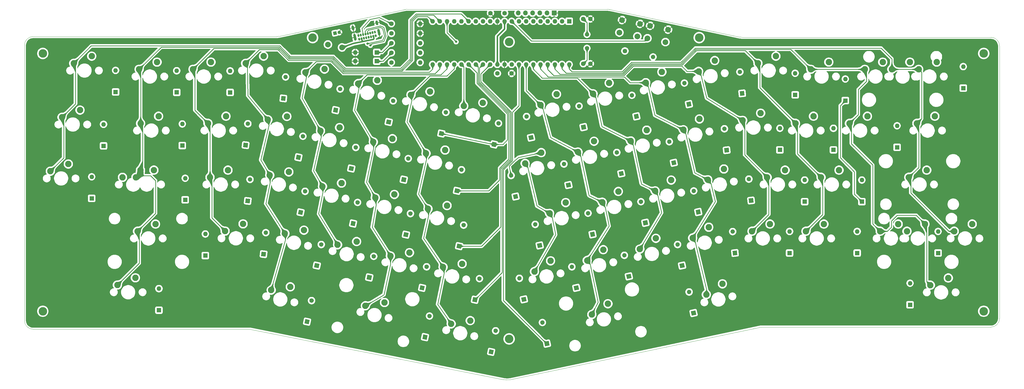
<source format=gbr>
%TF.GenerationSoftware,KiCad,Pcbnew,5.1.7-a382d34a8~88~ubuntu20.04.1*%
%TF.CreationDate,2021-03-24T17:29:36+01:00*%
%TF.ProjectId,sesame,73657361-6d65-42e6-9b69-6361645f7063,rev?*%
%TF.SameCoordinates,Original*%
%TF.FileFunction,Copper,L2,Bot*%
%TF.FilePolarity,Positive*%
%FSLAX46Y46*%
G04 Gerber Fmt 4.6, Leading zero omitted, Abs format (unit mm)*
G04 Created by KiCad (PCBNEW 5.1.7-a382d34a8~88~ubuntu20.04.1) date 2021-03-24 17:29:36*
%MOMM*%
%LPD*%
G01*
G04 APERTURE LIST*
%TA.AperFunction,Profile*%
%ADD10C,0.050000*%
%TD*%
%TA.AperFunction,ComponentPad*%
%ADD11C,1.600000*%
%TD*%
%TA.AperFunction,ComponentPad*%
%ADD12C,3.000000*%
%TD*%
%TA.AperFunction,ComponentPad*%
%ADD13C,1.200000*%
%TD*%
%TA.AperFunction,ComponentPad*%
%ADD14C,0.150000*%
%TD*%
%TA.AperFunction,ComponentPad*%
%ADD15C,2.250000*%
%TD*%
%TA.AperFunction,ComponentPad*%
%ADD16O,1.700000X1.700000*%
%TD*%
%TA.AperFunction,ComponentPad*%
%ADD17R,1.700000X1.700000*%
%TD*%
%TA.AperFunction,ComponentPad*%
%ADD18O,1.600000X1.600000*%
%TD*%
%TA.AperFunction,ComponentPad*%
%ADD19R,1.600000X1.600000*%
%TD*%
%TA.AperFunction,ComponentPad*%
%ADD20C,1.500000*%
%TD*%
%TA.AperFunction,ComponentPad*%
%ADD21C,2.000000*%
%TD*%
%TA.AperFunction,ViaPad*%
%ADD22C,0.800000*%
%TD*%
%TA.AperFunction,Conductor*%
%ADD23C,0.500000*%
%TD*%
%TA.AperFunction,Conductor*%
%ADD24C,0.250000*%
%TD*%
%TA.AperFunction,Conductor*%
%ADD25C,0.200000*%
%TD*%
%TA.AperFunction,Conductor*%
%ADD26C,0.150000*%
%TD*%
%TA.AperFunction,Conductor*%
%ADD27C,0.025400*%
%TD*%
G04 APERTURE END LIST*
D10*
X43688000Y-178562000D02*
G75*
G02*
X40640000Y-175514000I0J3048000D01*
G01*
X212136488Y-196378544D02*
G75*
G02*
X209804001Y-196341999I-1062488J6640544D01*
G01*
X385064000Y-174752000D02*
G75*
G02*
X382016000Y-177800000I-3048000J0D01*
G01*
X382016000Y-75438000D02*
G75*
G02*
X385064000Y-78486000I0J-3048000D01*
G01*
X293392751Y-75346994D02*
G75*
G03*
X294132000Y-75438000I739249J2956994D01*
G01*
X247435982Y-65639400D02*
G75*
G03*
X246634000Y-65532000I-801982J-2940600D01*
G01*
X174966018Y-65639400D02*
G75*
G02*
X175768000Y-65532000I801982J-2940600D01*
G01*
X130533249Y-75092994D02*
G75*
G02*
X129794000Y-75184000I-739249J2956994D01*
G01*
X40640000Y-78232000D02*
G75*
G02*
X43688000Y-75184000I3048000J0D01*
G01*
X130533249Y-75092994D02*
X174966018Y-65639400D01*
X43688000Y-75184000D02*
X129794000Y-75184000D01*
X40640000Y-175514000D02*
X40640000Y-78232000D01*
X120396000Y-178562000D02*
X43688000Y-178562000D01*
X209804001Y-196341999D02*
X120396000Y-178562000D01*
X300736000Y-177800000D02*
X212136488Y-196378544D01*
X382016000Y-177800000D02*
X300736000Y-177800000D01*
X385064000Y-78486000D02*
X385064000Y-174752000D01*
X294132000Y-75438000D02*
X382016000Y-75438000D01*
X247435982Y-65639400D02*
X293392751Y-75346994D01*
X175768000Y-65532000D02*
X246634000Y-65532000D01*
D11*
%TO.P,C2,2*%
%TO.N,GND*%
X205248500Y-66929000D03*
%TO.P,C2,1*%
%TO.N,+5V*%
X210248500Y-66929000D03*
%TD*%
%TO.P,C3,2*%
%TO.N,GND*%
X212708500Y-88201500D03*
%TO.P,C3,1*%
%TO.N,+5V*%
X207708500Y-88201500D03*
%TD*%
%TO.P,C4,2*%
%TO.N,Net-(C4-Pad2)*%
X238038000Y-84772500D03*
%TO.P,C4,1*%
%TO.N,GND*%
X240538000Y-84772500D03*
%TD*%
%TO.P,C5,2*%
%TO.N,Net-(C5-Pad2)*%
X238038000Y-68961000D03*
%TO.P,C5,1*%
%TO.N,GND*%
X240538000Y-68961000D03*
%TD*%
D12*
%TO.P,REF\u002A\u002A,1*%
%TO.N,N/C*%
X278955500Y-75565000D03*
%TD*%
D13*
%TO.P,C1,2*%
%TO.N,GND*%
X151771721Y-73665632D03*
%TA.AperFunction,ComponentPad*%
D14*
%TO.P,C1,1*%
%TO.N,+5V*%
G36*
X149842358Y-74689136D02*
G01*
X149592864Y-73515358D01*
X150766642Y-73265864D01*
X151016136Y-74439642D01*
X149842358Y-74689136D01*
G37*
%TD.AperFunction*%
%TD*%
D15*
%TO.P,MX23,2*%
%TO.N,Net-(D24-Pad2)*%
X189214686Y-115256606D03*
%TO.P,MX23,1*%
%TO.N,col6*%
X182475353Y-116420862D03*
%TD*%
D16*
%TO.P,AVR1,6*%
%TO.N,+5V*%
X215011000Y-66865500D03*
%TO.P,AVR1,5*%
%TO.N,RST*%
X217551000Y-66865500D03*
%TO.P,AVR1,4*%
%TO.N,SCK*%
X220091000Y-66865500D03*
%TO.P,AVR1,3*%
%TO.N,MISO*%
X222631000Y-66865500D03*
%TO.P,AVR1,2*%
%TO.N,MOSI*%
X225171000Y-66865500D03*
D17*
%TO.P,AVR1,1*%
%TO.N,GND*%
X227711000Y-66865500D03*
%TD*%
D12*
%TO.P,REF\u002A\u002A,1*%
%TO.N,N/C*%
X142430500Y-75565000D03*
%TD*%
D15*
%TO.P,MX61,2*%
%TO.N,col13*%
X358711500Y-141414500D03*
%TO.P,MX61,1*%
%TO.N,rs*%
X352361500Y-143954500D03*
%TD*%
%TO.P,MX59,2*%
%TO.N,rs*%
X349250000Y-141414500D03*
%TO.P,MX59,1*%
%TO.N,col13*%
X342900000Y-143954500D03*
%TD*%
%TO.P,MX31,2*%
%TO.N,Net-(D32-Pad2)*%
X362204000Y-103314500D03*
%TO.P,MX31,1*%
%TO.N,col14*%
X355854000Y-105854500D03*
%TD*%
%TO.P,MX15,2*%
%TO.N,bs*%
X353377500Y-84201000D03*
%TO.P,MX15,1*%
%TO.N,col14*%
X347027500Y-86741000D03*
%TD*%
%TO.P,MX33,2*%
%TO.N,caps*%
X86360000Y-122364500D03*
%TO.P,MX33,1*%
%TO.N,col1*%
X80010000Y-124904500D03*
%TD*%
%TO.P,MX18,2*%
%TO.N,Net-(D19-Pad2)*%
X88011000Y-103314500D03*
%TO.P,MX18,1*%
%TO.N,col1*%
X81661000Y-105854500D03*
%TD*%
%TO.P,MX69,2*%
%TO.N,col1*%
X81610200Y-122377200D03*
%TO.P,MX69,1*%
%TO.N,caps*%
X75260200Y-124917200D03*
%TD*%
D18*
%TO.P,D60,2*%
%TO.N,rs*%
X334772000Y-144018000D03*
D19*
%TO.P,D60,1*%
%TO.N,row3*%
X334772000Y-151638000D03*
%TD*%
D18*
%TO.P,U1,40*%
%TO.N,col14*%
X233045000Y-85026500D03*
%TO.P,U1,20*%
%TO.N,col2*%
X184785000Y-69786500D03*
%TO.P,U1,39*%
%TO.N,col13*%
X230505000Y-85026500D03*
%TO.P,U1,19*%
%TO.N,col1*%
X187325000Y-69786500D03*
%TO.P,U1,38*%
%TO.N,col12*%
X227965000Y-85026500D03*
%TO.P,U1,18*%
%TO.N,BOOT*%
X189865000Y-69786500D03*
%TO.P,U1,37*%
%TO.N,col11*%
X225425000Y-85026500D03*
%TO.P,U1,17*%
%TO.N,D-*%
X192405000Y-69786500D03*
%TO.P,U1,36*%
%TO.N,col10*%
X222885000Y-85026500D03*
%TO.P,U1,16*%
%TO.N,D+*%
X194945000Y-69786500D03*
%TO.P,U1,35*%
%TO.N,col9*%
X220345000Y-85026500D03*
%TO.P,U1,15*%
%TO.N,col0*%
X197485000Y-69786500D03*
%TO.P,U1,34*%
%TO.N,col8*%
X217805000Y-85026500D03*
%TO.P,U1,14*%
%TO.N,Net-(U1-Pad14)*%
X200025000Y-69786500D03*
%TO.P,U1,33*%
%TO.N,row4*%
X215265000Y-85026500D03*
%TO.P,U1,13*%
%TO.N,Net-(C4-Pad2)*%
X202565000Y-69786500D03*
%TO.P,U1,32*%
%TO.N,Net-(U1-Pad32)*%
X212725000Y-85026500D03*
%TO.P,U1,12*%
%TO.N,Net-(C5-Pad2)*%
X205105000Y-69786500D03*
%TO.P,U1,31*%
%TO.N,GND*%
X210185000Y-85026500D03*
%TO.P,U1,11*%
X207645000Y-69786500D03*
%TO.P,U1,30*%
%TO.N,+5V*%
X207645000Y-85026500D03*
%TO.P,U1,10*%
X210185000Y-69786500D03*
%TO.P,U1,29*%
%TO.N,row3*%
X205105000Y-85026500D03*
%TO.P,U1,9*%
%TO.N,RST*%
X212725000Y-69786500D03*
%TO.P,U1,28*%
%TO.N,row2*%
X202565000Y-85026500D03*
%TO.P,U1,8*%
%TO.N,SCK*%
X215265000Y-69786500D03*
%TO.P,U1,27*%
%TO.N,row1*%
X200025000Y-85026500D03*
%TO.P,U1,7*%
%TO.N,MISO*%
X217805000Y-69786500D03*
%TO.P,U1,26*%
%TO.N,row0*%
X197485000Y-85026500D03*
%TO.P,U1,6*%
%TO.N,MOSI*%
X220345000Y-69786500D03*
%TO.P,U1,25*%
%TO.N,col7*%
X194945000Y-85026500D03*
%TO.P,U1,5*%
%TO.N,Net-(U1-Pad5)*%
X222885000Y-69786500D03*
%TO.P,U1,24*%
%TO.N,col6*%
X192405000Y-85026500D03*
%TO.P,U1,4*%
%TO.N,Net-(U1-Pad4)*%
X225425000Y-69786500D03*
%TO.P,U1,23*%
%TO.N,col5*%
X189865000Y-85026500D03*
%TO.P,U1,3*%
%TO.N,Net-(U1-Pad3)*%
X227965000Y-69786500D03*
%TO.P,U1,22*%
%TO.N,col4*%
X187325000Y-85026500D03*
%TO.P,U1,2*%
%TO.N,Net-(U1-Pad2)*%
X230505000Y-69786500D03*
%TO.P,U1,21*%
%TO.N,col3*%
X184785000Y-85026500D03*
D19*
%TO.P,U1,1*%
%TO.N,Net-(U1-Pad1)*%
X233045000Y-69786500D03*
%TD*%
D15*
%TO.P,MX5,2*%
%TO.N,Net-(D7-Pad2)*%
X146606186Y-86681606D03*
%TO.P,MX5,1*%
%TO.N,col4*%
X139866853Y-87845862D03*
%TD*%
D12*
%TO.P,REF\u002A\u002A,1*%
%TO.N,N/C*%
X211836000Y-181991000D03*
%TD*%
%TO.P,REF\u002A\u002A,1*%
%TO.N,N/C*%
X379476000Y-172212000D03*
%TD*%
%TO.P,REF\u002A\u002A,1*%
%TO.N,N/C*%
X379476000Y-81153000D03*
%TD*%
%TO.P,REF\u002A\u002A,1*%
%TO.N,N/C*%
X47117000Y-81153000D03*
%TD*%
%TO.P,REF\u002A\u002A,1*%
%TO.N,N/C*%
X47117000Y-172212000D03*
%TD*%
%TO.P,REF\u002A\u002A,1*%
%TO.N,N/C*%
X211836000Y-77089000D03*
%TD*%
D20*
%TO.P,XTAL1,2*%
%TO.N,Net-(C4-Pad2)*%
X239331500Y-79302000D03*
%TO.P,XTAL1,1*%
%TO.N,Net-(C5-Pad2)*%
X239331500Y-74422000D03*
%TD*%
D15*
%TO.P,MX24,2*%
%TO.N,Net-(D25-Pad2)*%
X223170304Y-116168914D03*
%TO.P,MX24,1*%
%TO.N,col7*%
X217487162Y-119973649D03*
%TD*%
%TO.P,MX28,2*%
%TO.N,Net-(D29-Pad2)*%
X300672500Y-102235000D03*
%TO.P,MX28,1*%
%TO.N,col11*%
X294322500Y-104775000D03*
%TD*%
%TO.P,MX66,2*%
%TO.N,Net-(D66-Pad2)*%
X246728804Y-169572414D03*
%TO.P,MX66,1*%
%TO.N,col8*%
X241045662Y-173377149D03*
%TD*%
%TO.P,MX65,2*%
%TO.N,Net-(D65-Pad2)*%
X198104686Y-175518106D03*
%TO.P,MX65,1*%
%TO.N,col6*%
X191365353Y-176682362D03*
%TD*%
%TO.P,MX64,2*%
%TO.N,Net-(D64-Pad2)*%
X167815186Y-169104606D03*
%TO.P,MX64,1*%
%TO.N,col5*%
X161075853Y-170268862D03*
%TD*%
%TO.P,MX46,2*%
%TO.N,Net-(D47-Pad2)*%
X359346500Y-122364500D03*
%TO.P,MX46,1*%
%TO.N,col14*%
X352996500Y-124904500D03*
%TD*%
%TO.P,MX47,2*%
%TO.N,Net-(D48-Pad2)*%
X86931500Y-141414500D03*
%TO.P,MX47,1*%
%TO.N,col1*%
X80581500Y-143954500D03*
%TD*%
%TO.P,MX16,2*%
%TO.N,bs*%
X362839000Y-84201000D03*
%TO.P,MX16,1*%
%TO.N,col14*%
X356489000Y-86741000D03*
%TD*%
%TO.P,MX45,2*%
%TO.N,Net-(D46-Pad2)*%
X343789000Y-84201000D03*
%TO.P,MX45,1*%
%TO.N,col13*%
X337439000Y-86741000D03*
%TD*%
%TO.P,MX68,2*%
%TO.N,Net-(D68-Pad2)*%
X366966500Y-160464500D03*
%TO.P,MX68,1*%
%TO.N,col13*%
X360616500Y-163004500D03*
%TD*%
%TO.P,MX67,2*%
%TO.N,Net-(D67-Pad2)*%
X287178304Y-162523914D03*
%TO.P,MX67,1*%
%TO.N,col10*%
X281495162Y-166328649D03*
%TD*%
%TO.P,MX63,2*%
%TO.N,Net-(D63-Pad2)*%
X134541186Y-163580106D03*
%TO.P,MX63,1*%
%TO.N,col3*%
X127801853Y-164744362D03*
%TD*%
%TO.P,MX62,2*%
%TO.N,Net-(D62-Pad2)*%
X79819500Y-160401000D03*
%TO.P,MX62,1*%
%TO.N,col1*%
X73469500Y-162941000D03*
%TD*%
%TO.P,MX60,2*%
%TO.N,Net-(D61-Pad2)*%
X375412000Y-141414500D03*
%TO.P,MX60,1*%
%TO.N,col14*%
X369062000Y-143954500D03*
%TD*%
%TO.P,MX58,2*%
%TO.N,Net-(D59-Pad2)*%
X323024500Y-141414500D03*
%TO.P,MX58,1*%
%TO.N,col12*%
X316674500Y-143954500D03*
%TD*%
%TO.P,MX57,2*%
%TO.N,Net-(D58-Pad2)*%
X303974500Y-141414500D03*
%TO.P,MX57,1*%
%TO.N,col11*%
X297624500Y-143954500D03*
%TD*%
%TO.P,MX56,2*%
%TO.N,Net-(D57-Pad2)*%
X282352304Y-142521414D03*
%TO.P,MX56,1*%
%TO.N,col10*%
X276669162Y-146326149D03*
%TD*%
%TO.P,MX55,2*%
%TO.N,Net-(D56-Pad2)*%
X263683304Y-146458414D03*
%TO.P,MX55,1*%
%TO.N,col9*%
X258000162Y-150263149D03*
%TD*%
%TO.P,MX54,2*%
%TO.N,Net-(D55-Pad2)*%
X245077804Y-150458914D03*
%TO.P,MX54,1*%
%TO.N,col8*%
X239394662Y-154263649D03*
%TD*%
%TO.P,MX53,2*%
%TO.N,Net-(D54-Pad2)*%
X226472304Y-154395914D03*
%TO.P,MX53,1*%
%TO.N,col7*%
X220789162Y-158200649D03*
%TD*%
%TO.P,MX52,2*%
%TO.N,Net-(D53-Pad2)*%
X195247186Y-155452106D03*
%TO.P,MX52,1*%
%TO.N,col6*%
X188507853Y-156616362D03*
%TD*%
%TO.P,MX51,2*%
%TO.N,Net-(D52-Pad2)*%
X176641686Y-151515106D03*
%TO.P,MX51,1*%
%TO.N,col5*%
X169902353Y-152679362D03*
%TD*%
%TO.P,MX50,2*%
%TO.N,Net-(D51-Pad2)*%
X157972686Y-147578106D03*
%TO.P,MX50,1*%
%TO.N,col4*%
X151233353Y-148742362D03*
%TD*%
%TO.P,MX49,2*%
%TO.N,Net-(D50-Pad2)*%
X139367186Y-143577606D03*
%TO.P,MX49,1*%
%TO.N,col3*%
X132627853Y-144741862D03*
%TD*%
%TO.P,MX48,2*%
%TO.N,Net-(D49-Pad2)*%
X117856000Y-141351000D03*
%TO.P,MX48,1*%
%TO.N,col2*%
X111506000Y-143891000D03*
%TD*%
%TO.P,MX44,2*%
%TO.N,Net-(D45-Pad2)*%
X328358500Y-122364500D03*
%TO.P,MX44,1*%
%TO.N,col12*%
X322008500Y-124904500D03*
%TD*%
%TO.P,MX43,2*%
%TO.N,Net-(D44-Pad2)*%
X309308500Y-122364500D03*
%TO.P,MX43,1*%
%TO.N,col11*%
X302958500Y-124904500D03*
%TD*%
%TO.P,MX42,2*%
%TO.N,Net-(D43-Pad2)*%
X287686304Y-121947414D03*
%TO.P,MX42,1*%
%TO.N,col10*%
X282003162Y-125752149D03*
%TD*%
%TO.P,MX41,2*%
%TO.N,Net-(D42-Pad2)*%
X269080804Y-125884414D03*
%TO.P,MX41,1*%
%TO.N,col9*%
X263397662Y-129689149D03*
%TD*%
%TO.P,MX40,2*%
%TO.N,Net-(D41-Pad2)*%
X250411804Y-129884914D03*
%TO.P,MX40,1*%
%TO.N,col8*%
X244728662Y-133689649D03*
%TD*%
%TO.P,MX39,2*%
%TO.N,Net-(D40-Pad2)*%
X231806304Y-133821914D03*
%TO.P,MX39,1*%
%TO.N,col7*%
X226123162Y-137626649D03*
%TD*%
%TO.P,MX38,2*%
%TO.N,Net-(D39-Pad2)*%
X189913186Y-134878106D03*
%TO.P,MX38,1*%
%TO.N,col6*%
X183173853Y-136042362D03*
%TD*%
%TO.P,MX37,2*%
%TO.N,Net-(D38-Pad2)*%
X171307686Y-130941106D03*
%TO.P,MX37,1*%
%TO.N,col5*%
X164568353Y-132105362D03*
%TD*%
%TO.P,MX36,2*%
%TO.N,Net-(D37-Pad2)*%
X152638686Y-126940606D03*
%TO.P,MX36,1*%
%TO.N,col4*%
X145899353Y-128104862D03*
%TD*%
%TO.P,MX35,2*%
%TO.N,Net-(D36-Pad2)*%
X134033186Y-123003606D03*
%TO.P,MX35,1*%
%TO.N,col3*%
X127293853Y-124167862D03*
%TD*%
%TO.P,MX34,2*%
%TO.N,Net-(D35-Pad2)*%
X112522000Y-122364500D03*
%TO.P,MX34,1*%
%TO.N,col2*%
X106172000Y-124904500D03*
%TD*%
%TO.P,MX32,2*%
%TO.N,Net-(D33-Pad2)*%
X56134000Y-120205500D03*
%TO.P,MX32,1*%
%TO.N,col0*%
X49784000Y-122745500D03*
%TD*%
%TO.P,MX30,2*%
%TO.N,Net-(D31-Pad2)*%
X338391500Y-103314500D03*
%TO.P,MX30,1*%
%TO.N,col13*%
X332041500Y-105854500D03*
%TD*%
%TO.P,MX29,2*%
%TO.N,Net-(D30-Pad2)*%
X319341500Y-103314500D03*
%TO.P,MX29,1*%
%TO.N,col12*%
X312991500Y-105854500D03*
%TD*%
%TO.P,MX27,2*%
%TO.N,Net-(D28-Pad2)*%
X279050304Y-104294414D03*
%TO.P,MX27,1*%
%TO.N,col10*%
X273367162Y-108099149D03*
%TD*%
%TO.P,MX26,2*%
%TO.N,Net-(D27-Pad2)*%
X260444804Y-108231414D03*
%TO.P,MX26,1*%
%TO.N,col9*%
X254761662Y-112036149D03*
%TD*%
%TO.P,MX25,2*%
%TO.N,Net-(D26-Pad2)*%
X241839304Y-112168414D03*
%TO.P,MX25,1*%
%TO.N,col8*%
X236156162Y-115973149D03*
%TD*%
%TO.P,MX22,2*%
%TO.N,Net-(D23-Pad2)*%
X170609186Y-111256106D03*
%TO.P,MX22,1*%
%TO.N,col5*%
X163869853Y-112420362D03*
%TD*%
%TO.P,MX21,2*%
%TO.N,Net-(D22-Pad2)*%
X151940186Y-107319106D03*
%TO.P,MX21,1*%
%TO.N,col4*%
X145200853Y-108483362D03*
%TD*%
%TO.P,MX20,2*%
%TO.N,Net-(D21-Pad2)*%
X133334686Y-103382106D03*
%TO.P,MX20,1*%
%TO.N,col3*%
X126595353Y-104546362D03*
%TD*%
%TO.P,MX19,2*%
%TO.N,Net-(D20-Pad2)*%
X111823500Y-103314500D03*
%TO.P,MX19,1*%
%TO.N,col2*%
X105473500Y-105854500D03*
%TD*%
%TO.P,MX17,2*%
%TO.N,Net-(D18-Pad2)*%
X60261500Y-101155500D03*
%TO.P,MX17,1*%
%TO.N,col0*%
X53911500Y-103695500D03*
%TD*%
%TO.P,MX14,2*%
%TO.N,Net-(D16-Pad2)*%
X324739000Y-84201000D03*
%TO.P,MX14,1*%
%TO.N,col13*%
X318389000Y-86741000D03*
%TD*%
%TO.P,MX13,2*%
%TO.N,Net-(D15-Pad2)*%
X306070000Y-82105500D03*
%TO.P,MX13,1*%
%TO.N,col12*%
X299720000Y-84645500D03*
%TD*%
%TO.P,MX12,2*%
%TO.N,Net-(D14-Pad2)*%
X284447804Y-83656914D03*
%TO.P,MX12,1*%
%TO.N,col11*%
X278764662Y-87461649D03*
%TD*%
%TO.P,MX11,2*%
%TO.N,Net-(D13-Pad2)*%
X265778804Y-87657414D03*
%TO.P,MX11,1*%
%TO.N,col10*%
X260095662Y-91462149D03*
%TD*%
%TO.P,MX10,2*%
%TO.N,Net-(D12-Pad2)*%
X247173304Y-91594414D03*
%TO.P,MX10,1*%
%TO.N,col9*%
X241490162Y-95399149D03*
%TD*%
%TO.P,MX9,2*%
%TO.N,Net-(D11-Pad2)*%
X228567804Y-95531414D03*
%TO.P,MX9,1*%
%TO.N,col8*%
X222884662Y-99336149D03*
%TD*%
%TO.P,MX8,2*%
%TO.N,Net-(D10-Pad2)*%
X202549686Y-98556106D03*
%TO.P,MX8,1*%
%TO.N,col7*%
X195810353Y-99720362D03*
%TD*%
%TO.P,MX7,2*%
%TO.N,Net-(D9-Pad2)*%
X183880686Y-94619106D03*
%TO.P,MX7,1*%
%TO.N,col6*%
X177141353Y-95783362D03*
%TD*%
%TO.P,MX6,2*%
%TO.N,Net-(D8-Pad2)*%
X165275186Y-90618606D03*
%TO.P,MX6,1*%
%TO.N,col5*%
X158535853Y-91782862D03*
%TD*%
%TO.P,MX4,2*%
%TO.N,Net-(D6-Pad2)*%
X125095000Y-82105500D03*
%TO.P,MX4,1*%
%TO.N,col3*%
X118745000Y-84645500D03*
%TD*%
%TO.P,MX3,2*%
%TO.N,Net-(D5-Pad2)*%
X106521250Y-84201000D03*
%TO.P,MX3,1*%
%TO.N,col2*%
X100171250Y-86741000D03*
%TD*%
%TO.P,MX2,2*%
%TO.N,Net-(D4-Pad2)*%
X87471250Y-84201000D03*
%TO.P,MX2,1*%
%TO.N,col1*%
X81121250Y-86741000D03*
%TD*%
%TO.P,MX1,2*%
%TO.N,Net-(D3-Pad2)*%
X64389000Y-82105500D03*
%TO.P,MX1,1*%
%TO.N,col0*%
X58039000Y-84645500D03*
%TD*%
%TO.P,USB1,A5*%
%TO.N,Net-(R4-Pad1)*%
%TA.AperFunction,ComponentPad*%
G36*
G01*
X163324913Y-74995366D02*
X163397683Y-75337718D01*
G75*
G02*
X163147356Y-75723187I-317898J-67571D01*
G01*
X163147356Y-75723187D01*
G75*
G02*
X162761887Y-75472860I-67571J317898D01*
G01*
X162689117Y-75130508D01*
G75*
G02*
X162939444Y-74745039I317898J67571D01*
G01*
X162939444Y-74745039D01*
G75*
G02*
X163324913Y-74995366I67571J-317898D01*
G01*
G37*
%TD.AperFunction*%
%TO.P,USB1,A1*%
%TO.N,GND*%
%TA.AperFunction,ComponentPad*%
G36*
G01*
X164987763Y-74641916D02*
X165060533Y-74984268D01*
G75*
G02*
X164810206Y-75369737I-317898J-67571D01*
G01*
X164810206Y-75369737D01*
G75*
G02*
X164424737Y-75119410I-67571J317898D01*
G01*
X164351967Y-74777058D01*
G75*
G02*
X164602294Y-74391589I317898J67571D01*
G01*
X164602294Y-74391589D01*
G75*
G02*
X164987763Y-74641916I67571J-317898D01*
G01*
G37*
%TD.AperFunction*%
%TO.P,USB1,A4*%
%TO.N,VCC*%
%TA.AperFunction,ComponentPad*%
G36*
G01*
X164156338Y-74818641D02*
X164229108Y-75160993D01*
G75*
G02*
X163978781Y-75546462I-317898J-67571D01*
G01*
X163978781Y-75546462D01*
G75*
G02*
X163593312Y-75296135I-67571J317898D01*
G01*
X163520542Y-74953783D01*
G75*
G02*
X163770869Y-74568314I317898J67571D01*
G01*
X163770869Y-74568314D01*
G75*
G02*
X164156338Y-74818641I67571J-317898D01*
G01*
G37*
%TD.AperFunction*%
%TO.P,USB1,A6*%
%TO.N,Net-(D2-Pad1)*%
%TA.AperFunction,ComponentPad*%
G36*
G01*
X162493487Y-75172091D02*
X162566257Y-75514443D01*
G75*
G02*
X162315930Y-75899912I-317898J-67571D01*
G01*
X162315930Y-75899912D01*
G75*
G02*
X161930461Y-75649585I-67571J317898D01*
G01*
X161857691Y-75307233D01*
G75*
G02*
X162108018Y-74921764I317898J67571D01*
G01*
X162108018Y-74921764D01*
G75*
G02*
X162493487Y-75172091I67571J-317898D01*
G01*
G37*
%TD.AperFunction*%
%TO.P,USB1,A7*%
%TO.N,Net-(D1-Pad1)*%
%TA.AperFunction,ComponentPad*%
G36*
G01*
X161662062Y-75348816D02*
X161734832Y-75691168D01*
G75*
G02*
X161484505Y-76076637I-317898J-67571D01*
G01*
X161484505Y-76076637D01*
G75*
G02*
X161099036Y-75826310I-67571J317898D01*
G01*
X161026266Y-75483958D01*
G75*
G02*
X161276593Y-75098489I317898J67571D01*
G01*
X161276593Y-75098489D01*
G75*
G02*
X161662062Y-75348816I67571J-317898D01*
G01*
G37*
%TD.AperFunction*%
%TO.P,USB1,A8*%
%TO.N,Net-(USB1-PadA8)*%
%TA.AperFunction,ComponentPad*%
G36*
G01*
X160830636Y-75525541D02*
X160903406Y-75867893D01*
G75*
G02*
X160653079Y-76253362I-317898J-67571D01*
G01*
X160653079Y-76253362D01*
G75*
G02*
X160267610Y-76003035I-67571J317898D01*
G01*
X160194840Y-75660683D01*
G75*
G02*
X160445167Y-75275214I317898J67571D01*
G01*
X160445167Y-75275214D01*
G75*
G02*
X160830636Y-75525541I67571J-317898D01*
G01*
G37*
%TD.AperFunction*%
%TO.P,USB1,A9*%
%TO.N,VCC*%
%TA.AperFunction,ComponentPad*%
G36*
G01*
X159999211Y-75702266D02*
X160071981Y-76044618D01*
G75*
G02*
X159821654Y-76430087I-317898J-67571D01*
G01*
X159821654Y-76430087D01*
G75*
G02*
X159436185Y-76179760I-67571J317898D01*
G01*
X159363415Y-75837408D01*
G75*
G02*
X159613742Y-75451939I317898J67571D01*
G01*
X159613742Y-75451939D01*
G75*
G02*
X159999211Y-75702266I67571J-317898D01*
G01*
G37*
%TD.AperFunction*%
%TO.P,USB1,A12*%
%TO.N,GND*%
%TA.AperFunction,ComponentPad*%
G36*
G01*
X159167785Y-75878991D02*
X159240555Y-76221343D01*
G75*
G02*
X158990228Y-76606812I-317898J-67571D01*
G01*
X158990228Y-76606812D01*
G75*
G02*
X158604759Y-76356485I-67571J317898D01*
G01*
X158531989Y-76014133D01*
G75*
G02*
X158782316Y-75628664I317898J67571D01*
G01*
X158782316Y-75628664D01*
G75*
G02*
X159167785Y-75878991I67571J-317898D01*
G01*
G37*
%TD.AperFunction*%
%TO.P,USB1,B12*%
%TA.AperFunction,ComponentPad*%
G36*
G01*
X164712280Y-73345871D02*
X164785050Y-73688223D01*
G75*
G02*
X164534723Y-74073692I-317898J-67571D01*
G01*
X164534723Y-74073692D01*
G75*
G02*
X164149254Y-73823365I-67571J317898D01*
G01*
X164076484Y-73481013D01*
G75*
G02*
X164326811Y-73095544I317898J67571D01*
G01*
X164326811Y-73095544D01*
G75*
G02*
X164712280Y-73345871I67571J-317898D01*
G01*
G37*
%TD.AperFunction*%
%TO.P,USB1,B9*%
%TO.N,VCC*%
%TA.AperFunction,ComponentPad*%
G36*
G01*
X163875964Y-73523635D02*
X163948734Y-73865987D01*
G75*
G02*
X163698407Y-74251456I-317898J-67571D01*
G01*
X163698407Y-74251456D01*
G75*
G02*
X163312938Y-74001129I-67571J317898D01*
G01*
X163240168Y-73658777D01*
G75*
G02*
X163490495Y-73273308I317898J67571D01*
G01*
X163490495Y-73273308D01*
G75*
G02*
X163875964Y-73523635I67571J-317898D01*
G01*
G37*
%TD.AperFunction*%
%TO.P,USB1,B8*%
%TO.N,Net-(USB1-PadB8)*%
%TA.AperFunction,ComponentPad*%
G36*
G01*
X163044539Y-73700360D02*
X163117309Y-74042712D01*
G75*
G02*
X162866982Y-74428181I-317898J-67571D01*
G01*
X162866982Y-74428181D01*
G75*
G02*
X162481513Y-74177854I-67571J317898D01*
G01*
X162408743Y-73835502D01*
G75*
G02*
X162659070Y-73450033I317898J67571D01*
G01*
X162659070Y-73450033D01*
G75*
G02*
X163044539Y-73700360I67571J-317898D01*
G01*
G37*
%TD.AperFunction*%
%TO.P,USB1,B7*%
%TO.N,Net-(D1-Pad1)*%
%TA.AperFunction,ComponentPad*%
G36*
G01*
X162213113Y-73877085D02*
X162285883Y-74219437D01*
G75*
G02*
X162035556Y-74604906I-317898J-67571D01*
G01*
X162035556Y-74604906D01*
G75*
G02*
X161650087Y-74354579I-67571J317898D01*
G01*
X161577317Y-74012227D01*
G75*
G02*
X161827644Y-73626758I317898J67571D01*
G01*
X161827644Y-73626758D01*
G75*
G02*
X162213113Y-73877085I67571J-317898D01*
G01*
G37*
%TD.AperFunction*%
%TO.P,USB1,B6*%
%TO.N,Net-(D2-Pad1)*%
%TA.AperFunction,ComponentPad*%
G36*
G01*
X161381688Y-74053810D02*
X161454458Y-74396162D01*
G75*
G02*
X161204131Y-74781631I-317898J-67571D01*
G01*
X161204131Y-74781631D01*
G75*
G02*
X160818662Y-74531304I-67571J317898D01*
G01*
X160745892Y-74188952D01*
G75*
G02*
X160996219Y-73803483I317898J67571D01*
G01*
X160996219Y-73803483D01*
G75*
G02*
X161381688Y-74053810I67571J-317898D01*
G01*
G37*
%TD.AperFunction*%
%TO.P,USB1,B5*%
%TO.N,Net-(R5-Pad1)*%
%TA.AperFunction,ComponentPad*%
G36*
G01*
X160550262Y-74230535D02*
X160623032Y-74572887D01*
G75*
G02*
X160372705Y-74958356I-317898J-67571D01*
G01*
X160372705Y-74958356D01*
G75*
G02*
X159987236Y-74708029I-67571J317898D01*
G01*
X159914466Y-74365677D01*
G75*
G02*
X160164793Y-73980208I317898J67571D01*
G01*
X160164793Y-73980208D01*
G75*
G02*
X160550262Y-74230535I67571J-317898D01*
G01*
G37*
%TD.AperFunction*%
%TO.P,USB1,B4*%
%TO.N,VCC*%
%TA.AperFunction,ComponentPad*%
G36*
G01*
X159718837Y-74407260D02*
X159791607Y-74749612D01*
G75*
G02*
X159541280Y-75135081I-317898J-67571D01*
G01*
X159541280Y-75135081D01*
G75*
G02*
X159155811Y-74884754I-67571J317898D01*
G01*
X159083041Y-74542402D01*
G75*
G02*
X159333368Y-74156933I317898J67571D01*
G01*
X159333368Y-74156933D01*
G75*
G02*
X159718837Y-74407260I67571J-317898D01*
G01*
G37*
%TD.AperFunction*%
%TO.P,USB1,B1*%
%TO.N,GND*%
%TA.AperFunction,ComponentPad*%
G36*
G01*
X158887411Y-74583985D02*
X158960181Y-74926337D01*
G75*
G02*
X158709854Y-75311806I-317898J-67571D01*
G01*
X158709854Y-75311806D01*
G75*
G02*
X158324385Y-75061479I-67571J317898D01*
G01*
X158251615Y-74719127D01*
G75*
G02*
X158501942Y-74333658I317898J67571D01*
G01*
X158501942Y-74333658D01*
G75*
G02*
X158887411Y-74583985I67571J-317898D01*
G01*
G37*
%TD.AperFunction*%
%TO.P,USB1,S1*%
%TA.AperFunction,ComponentPad*%
G36*
G01*
X166107228Y-72814227D02*
X166419096Y-74281449D01*
G75*
G02*
X166072490Y-74815175I-440166J-93560D01*
G01*
X166072490Y-74815175D01*
G75*
G02*
X165538764Y-74468569I-93560J440166D01*
G01*
X165226896Y-73001347D01*
G75*
G02*
X165573502Y-72467621I440166J93560D01*
G01*
X165573502Y-72467621D01*
G75*
G02*
X166107228Y-72814227I93560J-440166D01*
G01*
G37*
%TD.AperFunction*%
%TA.AperFunction,ComponentPad*%
G36*
G01*
X157646251Y-74612663D02*
X157958119Y-76079885D01*
G75*
G02*
X157611513Y-76613611I-440166J-93560D01*
G01*
X157611513Y-76613611D01*
G75*
G02*
X157077787Y-76267005I-93560J440166D01*
G01*
X156765919Y-74799783D01*
G75*
G02*
X157112525Y-74266057I440166J93560D01*
G01*
X157112525Y-74266057D01*
G75*
G02*
X157646251Y-74612663I93560J-440166D01*
G01*
G37*
%TD.AperFunction*%
%TA.AperFunction,ComponentPad*%
G36*
G01*
X165477256Y-69850440D02*
X165643586Y-70632958D01*
G75*
G02*
X165296980Y-71166684I-440166J-93560D01*
G01*
X165296980Y-71166684D01*
G75*
G02*
X164763254Y-70820078I-93560J440166D01*
G01*
X164596924Y-70037560D01*
G75*
G02*
X164943530Y-69503834I440166J93560D01*
G01*
X164943530Y-69503834D01*
G75*
G02*
X165477256Y-69850440I93560J-440166D01*
G01*
G37*
%TD.AperFunction*%
%TA.AperFunction,ComponentPad*%
G36*
G01*
X157016279Y-71648876D02*
X157182609Y-72431394D01*
G75*
G02*
X156836003Y-72965120I-440166J-93560D01*
G01*
X156836003Y-72965120D01*
G75*
G02*
X156302277Y-72618514I-93560J440166D01*
G01*
X156135947Y-71835996D01*
G75*
G02*
X156482553Y-71302270I440166J93560D01*
G01*
X156482553Y-71302270D01*
G75*
G02*
X157016279Y-71648876I93560J-440166D01*
G01*
G37*
%TD.AperFunction*%
%TD*%
D21*
%TO.P,Reset1,1*%
%TO.N,GND*%
X267977959Y-72725426D03*
%TO.P,Reset1,2*%
%TO.N,RST*%
X267042357Y-77127090D03*
%TO.P,Reset1,1*%
%TO.N,GND*%
X261620000Y-71374000D03*
%TO.P,Reset1,2*%
%TO.N,RST*%
X260684397Y-75775664D03*
%TD*%
%TO.P,R6,2*%
%TO.N,RST*%
%TA.AperFunction,ComponentPad*%
G36*
G01*
X261885462Y-82210054D02*
X261885462Y-82210054D01*
G75*
G02*
X262834309Y-81593865I782518J-166329D01*
G01*
X262834309Y-81593865D01*
G75*
G02*
X263450498Y-82542712I-166329J-782518D01*
G01*
X263450498Y-82542712D01*
G75*
G02*
X262501651Y-83158901I-782518J166329D01*
G01*
X262501651Y-83158901D01*
G75*
G02*
X261885462Y-82210054I166329J782518D01*
G01*
G37*
%TD.AperFunction*%
D11*
%TO.P,R6,1*%
%TO.N,+5V*%
X252730000Y-80264000D03*
%TD*%
D18*
%TO.P,R5,2*%
%TO.N,GND*%
X180403500Y-70612000D03*
D11*
%TO.P,R5,1*%
%TO.N,Net-(R5-Pad1)*%
X170243500Y-70612000D03*
%TD*%
D18*
%TO.P,R4,2*%
%TO.N,GND*%
X180403500Y-74041000D03*
D11*
%TO.P,R4,1*%
%TO.N,Net-(R4-Pad1)*%
X170243500Y-74041000D03*
%TD*%
D18*
%TO.P,R3,2*%
%TO.N,D+*%
X180403500Y-80899000D03*
D11*
%TO.P,R3,1*%
%TO.N,Net-(D2-Pad1)*%
X170243500Y-80899000D03*
%TD*%
D18*
%TO.P,R2,2*%
%TO.N,D-*%
X180403500Y-77470000D03*
D11*
%TO.P,R2,1*%
%TO.N,Net-(D1-Pad1)*%
X170243500Y-77470000D03*
%TD*%
D18*
%TO.P,R1,2*%
%TO.N,Net-(D1-Pad1)*%
X180403500Y-84328000D03*
D11*
%TO.P,R1,1*%
%TO.N,+5V*%
X170243500Y-84328000D03*
%TD*%
D21*
%TO.P,F1,2*%
%TO.N,VCC*%
X152794911Y-79043973D03*
%TO.P,F1,1*%
%TO.N,+5V*%
X147828000Y-77978000D03*
%TD*%
D18*
%TO.P,D68,2*%
%TO.N,Net-(D68-Pad2)*%
X353441000Y-162306000D03*
D19*
%TO.P,D68,1*%
%TO.N,row4*%
X353441000Y-169926000D03*
%TD*%
%TO.P,D67,2*%
%TO.N,Net-(D67-Pad2)*%
%TA.AperFunction,ComponentPad*%
G36*
G01*
X275569042Y-166176033D02*
X275569042Y-166176033D01*
G75*
G02*
X274620195Y-165559844I-166329J782518D01*
G01*
X274620195Y-165559844D01*
G75*
G02*
X275236384Y-164610997I782518J166329D01*
G01*
X275236384Y-164610997D01*
G75*
G02*
X276185231Y-165227186I166329J-782518D01*
G01*
X276185231Y-165227186D01*
G75*
G02*
X275569042Y-166176033I-782518J-166329D01*
G01*
G37*
%TD.AperFunction*%
%TA.AperFunction,ComponentPad*%
D14*
%TO.P,D67,1*%
%TO.N,row4*%
G36*
X277935847Y-173463189D02*
G01*
X276370811Y-173795847D01*
X276038153Y-172230811D01*
X277603189Y-171898153D01*
X277935847Y-173463189D01*
G37*
%TD.AperFunction*%
%TD*%
%TO.P,D66,2*%
%TO.N,Net-(D66-Pad2)*%
%TA.AperFunction,ComponentPad*%
G36*
G01*
X223753042Y-176971033D02*
X223753042Y-176971033D01*
G75*
G02*
X222804195Y-176354844I-166329J782518D01*
G01*
X222804195Y-176354844D01*
G75*
G02*
X223420384Y-175405997I782518J166329D01*
G01*
X223420384Y-175405997D01*
G75*
G02*
X224369231Y-176022186I166329J-782518D01*
G01*
X224369231Y-176022186D01*
G75*
G02*
X223753042Y-176971033I-782518J-166329D01*
G01*
G37*
%TD.AperFunction*%
%TA.AperFunction,ComponentPad*%
%TO.P,D66,1*%
%TO.N,row4*%
G36*
X226119847Y-184258189D02*
G01*
X224554811Y-184590847D01*
X224222153Y-183025811D01*
X225787189Y-182693153D01*
X226119847Y-184258189D01*
G37*
%TD.AperFunction*%
%TD*%
%TO.P,D65,2*%
%TO.N,Net-(D65-Pad2)*%
%TA.AperFunction,ComponentPad*%
G36*
G01*
X206903958Y-179892033D02*
X206903958Y-179892033D01*
G75*
G02*
X206287769Y-178943186I166329J782518D01*
G01*
X206287769Y-178943186D01*
G75*
G02*
X207236616Y-178326997I782518J-166329D01*
G01*
X207236616Y-178326997D01*
G75*
G02*
X207852805Y-179275844I-166329J-782518D01*
G01*
X207852805Y-179275844D01*
G75*
G02*
X206903958Y-179892033I-782518J166329D01*
G01*
G37*
%TD.AperFunction*%
%TA.AperFunction,ComponentPad*%
%TO.P,D65,1*%
%TO.N,row4*%
G36*
X206102189Y-187511847D02*
G01*
X204537153Y-187179189D01*
X204869811Y-185614153D01*
X206434847Y-185946811D01*
X206102189Y-187511847D01*
G37*
%TD.AperFunction*%
%TD*%
%TO.P,D64,2*%
%TO.N,Net-(D64-Pad2)*%
%TA.AperFunction,ComponentPad*%
G36*
G01*
X183535958Y-174685033D02*
X183535958Y-174685033D01*
G75*
G02*
X182919769Y-173736186I166329J782518D01*
G01*
X182919769Y-173736186D01*
G75*
G02*
X183868616Y-173119997I782518J-166329D01*
G01*
X183868616Y-173119997D01*
G75*
G02*
X184484805Y-174068844I-166329J-782518D01*
G01*
X184484805Y-174068844D01*
G75*
G02*
X183535958Y-174685033I-782518J166329D01*
G01*
G37*
%TD.AperFunction*%
%TA.AperFunction,ComponentPad*%
%TO.P,D64,1*%
%TO.N,row4*%
G36*
X182734189Y-182304847D02*
G01*
X181169153Y-181972189D01*
X181501811Y-180407153D01*
X183066847Y-180739811D01*
X182734189Y-182304847D01*
G37*
%TD.AperFunction*%
%TD*%
%TO.P,D63,2*%
%TO.N,Net-(D63-Pad2)*%
%TA.AperFunction,ComponentPad*%
G36*
G01*
X141879958Y-169224033D02*
X141879958Y-169224033D01*
G75*
G02*
X141263769Y-168275186I166329J782518D01*
G01*
X141263769Y-168275186D01*
G75*
G02*
X142212616Y-167658997I782518J-166329D01*
G01*
X142212616Y-167658997D01*
G75*
G02*
X142828805Y-168607844I-166329J-782518D01*
G01*
X142828805Y-168607844D01*
G75*
G02*
X141879958Y-169224033I-782518J166329D01*
G01*
G37*
%TD.AperFunction*%
%TA.AperFunction,ComponentPad*%
%TO.P,D63,1*%
%TO.N,row4*%
G36*
X141078189Y-176843847D02*
G01*
X139513153Y-176511189D01*
X139845811Y-174946153D01*
X141410847Y-175278811D01*
X141078189Y-176843847D01*
G37*
%TD.AperFunction*%
%TD*%
D18*
%TO.P,D62,2*%
%TO.N,Net-(D62-Pad2)*%
X88138000Y-164211000D03*
D19*
%TO.P,D62,1*%
%TO.N,row4*%
X88138000Y-171831000D03*
%TD*%
D18*
%TO.P,D61,2*%
%TO.N,Net-(D61-Pad2)*%
X363347000Y-144018000D03*
D19*
%TO.P,D61,1*%
%TO.N,row3*%
X363347000Y-151638000D03*
%TD*%
D18*
%TO.P,D59,2*%
%TO.N,Net-(D59-Pad2)*%
X310896000Y-144018000D03*
D19*
%TO.P,D59,1*%
%TO.N,row3*%
X310896000Y-151638000D03*
%TD*%
%TO.P,D58,2*%
%TO.N,Net-(D58-Pad2)*%
%TA.AperFunction,ComponentPad*%
G36*
G01*
X290879116Y-144855361D02*
X290879116Y-144855361D01*
G75*
G02*
X289999875Y-144143366I-83623J795618D01*
G01*
X289999875Y-144143366D01*
G75*
G02*
X290711870Y-143264125I795618J83623D01*
G01*
X290711870Y-143264125D01*
G75*
G02*
X291591111Y-143976120I83623J-795618D01*
G01*
X291591111Y-143976120D01*
G75*
G02*
X290879116Y-144855361I-795618J-83623D01*
G01*
G37*
%TD.AperFunction*%
%TA.AperFunction,ComponentPad*%
D14*
%TO.P,D58,1*%
%TO.N,row3*%
G36*
X292471240Y-152349995D02*
G01*
X290880005Y-152517240D01*
X290712760Y-150926005D01*
X292303995Y-150758760D01*
X292471240Y-152349995D01*
G37*
%TD.AperFunction*%
%TD*%
%TO.P,D57,2*%
%TO.N,Net-(D57-Pad2)*%
%TA.AperFunction,ComponentPad*%
G36*
G01*
X271505042Y-149412033D02*
X271505042Y-149412033D01*
G75*
G02*
X270556195Y-148795844I-166329J782518D01*
G01*
X270556195Y-148795844D01*
G75*
G02*
X271172384Y-147846997I782518J166329D01*
G01*
X271172384Y-147846997D01*
G75*
G02*
X272121231Y-148463186I166329J-782518D01*
G01*
X272121231Y-148463186D01*
G75*
G02*
X271505042Y-149412033I-782518J-166329D01*
G01*
G37*
%TD.AperFunction*%
%TA.AperFunction,ComponentPad*%
%TO.P,D57,1*%
%TO.N,row3*%
G36*
X273871847Y-156699189D02*
G01*
X272306811Y-157031847D01*
X271974153Y-155466811D01*
X273539189Y-155134153D01*
X273871847Y-156699189D01*
G37*
%TD.AperFunction*%
%TD*%
%TO.P,D56,2*%
%TO.N,Net-(D56-Pad2)*%
%TA.AperFunction,ComponentPad*%
G36*
G01*
X252709042Y-153222033D02*
X252709042Y-153222033D01*
G75*
G02*
X251760195Y-152605844I-166329J782518D01*
G01*
X251760195Y-152605844D01*
G75*
G02*
X252376384Y-151656997I782518J166329D01*
G01*
X252376384Y-151656997D01*
G75*
G02*
X253325231Y-152273186I166329J-782518D01*
G01*
X253325231Y-152273186D01*
G75*
G02*
X252709042Y-153222033I-782518J-166329D01*
G01*
G37*
%TD.AperFunction*%
%TA.AperFunction,ComponentPad*%
%TO.P,D56,1*%
%TO.N,row3*%
G36*
X255075847Y-160509189D02*
G01*
X253510811Y-160841847D01*
X253178153Y-159276811D01*
X254743189Y-158944153D01*
X255075847Y-160509189D01*
G37*
%TD.AperFunction*%
%TD*%
%TO.P,D55,2*%
%TO.N,Net-(D55-Pad2)*%
%TA.AperFunction,ComponentPad*%
G36*
G01*
X234167042Y-157286033D02*
X234167042Y-157286033D01*
G75*
G02*
X233218195Y-156669844I-166329J782518D01*
G01*
X233218195Y-156669844D01*
G75*
G02*
X233834384Y-155720997I782518J166329D01*
G01*
X233834384Y-155720997D01*
G75*
G02*
X234783231Y-156337186I166329J-782518D01*
G01*
X234783231Y-156337186D01*
G75*
G02*
X234167042Y-157286033I-782518J-166329D01*
G01*
G37*
%TD.AperFunction*%
%TA.AperFunction,ComponentPad*%
%TO.P,D55,1*%
%TO.N,row3*%
G36*
X236533847Y-164573189D02*
G01*
X234968811Y-164905847D01*
X234636153Y-163340811D01*
X236201189Y-163008153D01*
X236533847Y-164573189D01*
G37*
%TD.AperFunction*%
%TD*%
%TO.P,D54,2*%
%TO.N,Net-(D54-Pad2)*%
%TA.AperFunction,ComponentPad*%
G36*
G01*
X215625042Y-161350033D02*
X215625042Y-161350033D01*
G75*
G02*
X214676195Y-160733844I-166329J782518D01*
G01*
X214676195Y-160733844D01*
G75*
G02*
X215292384Y-159784997I782518J166329D01*
G01*
X215292384Y-159784997D01*
G75*
G02*
X216241231Y-160401186I166329J-782518D01*
G01*
X216241231Y-160401186D01*
G75*
G02*
X215625042Y-161350033I-782518J-166329D01*
G01*
G37*
%TD.AperFunction*%
%TA.AperFunction,ComponentPad*%
%TO.P,D54,1*%
%TO.N,row3*%
G36*
X217991847Y-168637189D02*
G01*
X216426811Y-168969847D01*
X216094153Y-167404811D01*
X217659189Y-167072153D01*
X217991847Y-168637189D01*
G37*
%TD.AperFunction*%
%TD*%
%TO.P,D53,2*%
%TO.N,Net-(D53-Pad2)*%
%TA.AperFunction,ComponentPad*%
G36*
G01*
X201188958Y-161477033D02*
X201188958Y-161477033D01*
G75*
G02*
X200572769Y-160528186I166329J782518D01*
G01*
X200572769Y-160528186D01*
G75*
G02*
X201521616Y-159911997I782518J-166329D01*
G01*
X201521616Y-159911997D01*
G75*
G02*
X202137805Y-160860844I-166329J-782518D01*
G01*
X202137805Y-160860844D01*
G75*
G02*
X201188958Y-161477033I-782518J166329D01*
G01*
G37*
%TD.AperFunction*%
%TA.AperFunction,ComponentPad*%
%TO.P,D53,1*%
%TO.N,row3*%
G36*
X200387189Y-169096847D02*
G01*
X198822153Y-168764189D01*
X199154811Y-167199153D01*
X200719847Y-167531811D01*
X200387189Y-169096847D01*
G37*
%TD.AperFunction*%
%TD*%
%TO.P,D52,2*%
%TO.N,Net-(D52-Pad2)*%
%TA.AperFunction,ComponentPad*%
G36*
G01*
X182519958Y-157286033D02*
X182519958Y-157286033D01*
G75*
G02*
X181903769Y-156337186I166329J782518D01*
G01*
X181903769Y-156337186D01*
G75*
G02*
X182852616Y-155720997I782518J-166329D01*
G01*
X182852616Y-155720997D01*
G75*
G02*
X183468805Y-156669844I-166329J-782518D01*
G01*
X183468805Y-156669844D01*
G75*
G02*
X182519958Y-157286033I-782518J166329D01*
G01*
G37*
%TD.AperFunction*%
%TA.AperFunction,ComponentPad*%
%TO.P,D52,1*%
%TO.N,row3*%
G36*
X181718189Y-164905847D02*
G01*
X180153153Y-164573189D01*
X180485811Y-163008153D01*
X182050847Y-163340811D01*
X181718189Y-164905847D01*
G37*
%TD.AperFunction*%
%TD*%
%TO.P,D51,2*%
%TO.N,Net-(D51-Pad2)*%
%TA.AperFunction,ComponentPad*%
G36*
G01*
X163850958Y-153603033D02*
X163850958Y-153603033D01*
G75*
G02*
X163234769Y-152654186I166329J782518D01*
G01*
X163234769Y-152654186D01*
G75*
G02*
X164183616Y-152037997I782518J-166329D01*
G01*
X164183616Y-152037997D01*
G75*
G02*
X164799805Y-152986844I-166329J-782518D01*
G01*
X164799805Y-152986844D01*
G75*
G02*
X163850958Y-153603033I-782518J166329D01*
G01*
G37*
%TD.AperFunction*%
%TA.AperFunction,ComponentPad*%
%TO.P,D51,1*%
%TO.N,row3*%
G36*
X163049189Y-161222847D02*
G01*
X161484153Y-160890189D01*
X161816811Y-159325153D01*
X163381847Y-159657811D01*
X163049189Y-161222847D01*
G37*
%TD.AperFunction*%
%TD*%
%TO.P,D50,2*%
%TO.N,Net-(D50-Pad2)*%
%TA.AperFunction,ComponentPad*%
G36*
G01*
X145308958Y-149412033D02*
X145308958Y-149412033D01*
G75*
G02*
X144692769Y-148463186I166329J782518D01*
G01*
X144692769Y-148463186D01*
G75*
G02*
X145641616Y-147846997I782518J-166329D01*
G01*
X145641616Y-147846997D01*
G75*
G02*
X146257805Y-148795844I-166329J-782518D01*
G01*
X146257805Y-148795844D01*
G75*
G02*
X145308958Y-149412033I-782518J166329D01*
G01*
G37*
%TD.AperFunction*%
%TA.AperFunction,ComponentPad*%
%TO.P,D50,1*%
%TO.N,row3*%
G36*
X144507189Y-157031847D02*
G01*
X142942153Y-156699189D01*
X143274811Y-155134153D01*
X144839847Y-155466811D01*
X144507189Y-157031847D01*
G37*
%TD.AperFunction*%
%TD*%
%TO.P,D49,2*%
%TO.N,Net-(D49-Pad2)*%
%TA.AperFunction,ComponentPad*%
G36*
G01*
X125807884Y-145236361D02*
X125807884Y-145236361D01*
G75*
G02*
X125095889Y-144357120I83623J795618D01*
G01*
X125095889Y-144357120D01*
G75*
G02*
X125975130Y-143645125I795618J-83623D01*
G01*
X125975130Y-143645125D01*
G75*
G02*
X126687125Y-144524366I-83623J-795618D01*
G01*
X126687125Y-144524366D01*
G75*
G02*
X125807884Y-145236361I-795618J83623D01*
G01*
G37*
%TD.AperFunction*%
%TA.AperFunction,ComponentPad*%
%TO.P,D49,1*%
%TO.N,row3*%
G36*
X125806995Y-152898240D02*
G01*
X124215760Y-152730995D01*
X124383005Y-151139760D01*
X125974240Y-151307005D01*
X125806995Y-152898240D01*
G37*
%TD.AperFunction*%
%TD*%
D18*
%TO.P,D48,2*%
%TO.N,Net-(D48-Pad2)*%
X104521000Y-144907000D03*
D19*
%TO.P,D48,1*%
%TO.N,row3*%
X104521000Y-152527000D03*
%TD*%
D18*
%TO.P,D47,2*%
%TO.N,Net-(D47-Pad2)*%
X336423000Y-125857000D03*
D19*
%TO.P,D47,1*%
%TO.N,row2*%
X336423000Y-133477000D03*
%TD*%
D18*
%TO.P,D45,2*%
%TO.N,Net-(D45-Pad2)*%
X316230000Y-125857000D03*
D19*
%TO.P,D45,1*%
%TO.N,row2*%
X316230000Y-133477000D03*
%TD*%
%TO.P,D44,2*%
%TO.N,Net-(D44-Pad2)*%
%TA.AperFunction,ComponentPad*%
G36*
G01*
X296594116Y-126313361D02*
X296594116Y-126313361D01*
G75*
G02*
X295714875Y-125601366I-83623J795618D01*
G01*
X295714875Y-125601366D01*
G75*
G02*
X296426870Y-124722125I795618J83623D01*
G01*
X296426870Y-124722125D01*
G75*
G02*
X297306111Y-125434120I83623J-795618D01*
G01*
X297306111Y-125434120D01*
G75*
G02*
X296594116Y-126313361I-795618J-83623D01*
G01*
G37*
%TD.AperFunction*%
%TA.AperFunction,ComponentPad*%
D14*
%TO.P,D44,1*%
%TO.N,row2*%
G36*
X298186240Y-133807995D02*
G01*
X296595005Y-133975240D01*
X296427760Y-132384005D01*
X298018995Y-132216760D01*
X298186240Y-133807995D01*
G37*
%TD.AperFunction*%
%TD*%
%TO.P,D43,2*%
%TO.N,Net-(D43-Pad2)*%
%TA.AperFunction,ComponentPad*%
G36*
G01*
X277220042Y-130489033D02*
X277220042Y-130489033D01*
G75*
G02*
X276271195Y-129872844I-166329J782518D01*
G01*
X276271195Y-129872844D01*
G75*
G02*
X276887384Y-128923997I782518J166329D01*
G01*
X276887384Y-128923997D01*
G75*
G02*
X277836231Y-129540186I166329J-782518D01*
G01*
X277836231Y-129540186D01*
G75*
G02*
X277220042Y-130489033I-782518J-166329D01*
G01*
G37*
%TD.AperFunction*%
%TA.AperFunction,ComponentPad*%
%TO.P,D43,1*%
%TO.N,row2*%
G36*
X279586847Y-137776189D02*
G01*
X278021811Y-138108847D01*
X277689153Y-136543811D01*
X279254189Y-136211153D01*
X279586847Y-137776189D01*
G37*
%TD.AperFunction*%
%TD*%
%TO.P,D42,2*%
%TO.N,Net-(D42-Pad2)*%
%TA.AperFunction,ComponentPad*%
G36*
G01*
X258551042Y-134299033D02*
X258551042Y-134299033D01*
G75*
G02*
X257602195Y-133682844I-166329J782518D01*
G01*
X257602195Y-133682844D01*
G75*
G02*
X258218384Y-132733997I782518J166329D01*
G01*
X258218384Y-132733997D01*
G75*
G02*
X259167231Y-133350186I166329J-782518D01*
G01*
X259167231Y-133350186D01*
G75*
G02*
X258551042Y-134299033I-782518J-166329D01*
G01*
G37*
%TD.AperFunction*%
%TA.AperFunction,ComponentPad*%
%TO.P,D42,1*%
%TO.N,row2*%
G36*
X260917847Y-141586189D02*
G01*
X259352811Y-141918847D01*
X259020153Y-140353811D01*
X260585189Y-140021153D01*
X260917847Y-141586189D01*
G37*
%TD.AperFunction*%
%TD*%
%TO.P,D41,2*%
%TO.N,Net-(D41-Pad2)*%
%TA.AperFunction,ComponentPad*%
G36*
G01*
X239882042Y-138363033D02*
X239882042Y-138363033D01*
G75*
G02*
X238933195Y-137746844I-166329J782518D01*
G01*
X238933195Y-137746844D01*
G75*
G02*
X239549384Y-136797997I782518J166329D01*
G01*
X239549384Y-136797997D01*
G75*
G02*
X240498231Y-137414186I166329J-782518D01*
G01*
X240498231Y-137414186D01*
G75*
G02*
X239882042Y-138363033I-782518J-166329D01*
G01*
G37*
%TD.AperFunction*%
%TA.AperFunction,ComponentPad*%
%TO.P,D41,1*%
%TO.N,row2*%
G36*
X242248847Y-145650189D02*
G01*
X240683811Y-145982847D01*
X240351153Y-144417811D01*
X241916189Y-144085153D01*
X242248847Y-145650189D01*
G37*
%TD.AperFunction*%
%TD*%
%TO.P,D40,2*%
%TO.N,Net-(D40-Pad2)*%
%TA.AperFunction,ComponentPad*%
G36*
G01*
X221213042Y-142300033D02*
X221213042Y-142300033D01*
G75*
G02*
X220264195Y-141683844I-166329J782518D01*
G01*
X220264195Y-141683844D01*
G75*
G02*
X220880384Y-140734997I782518J166329D01*
G01*
X220880384Y-140734997D01*
G75*
G02*
X221829231Y-141351186I166329J-782518D01*
G01*
X221829231Y-141351186D01*
G75*
G02*
X221213042Y-142300033I-782518J-166329D01*
G01*
G37*
%TD.AperFunction*%
%TA.AperFunction,ComponentPad*%
%TO.P,D40,1*%
%TO.N,row2*%
G36*
X223579847Y-149587189D02*
G01*
X222014811Y-149919847D01*
X221682153Y-148354811D01*
X223247189Y-148022153D01*
X223579847Y-149587189D01*
G37*
%TD.AperFunction*%
%TD*%
%TO.P,D39,2*%
%TO.N,Net-(D39-Pad2)*%
%TA.AperFunction,ComponentPad*%
G36*
G01*
X195600958Y-142554033D02*
X195600958Y-142554033D01*
G75*
G02*
X194984769Y-141605186I166329J782518D01*
G01*
X194984769Y-141605186D01*
G75*
G02*
X195933616Y-140988997I782518J-166329D01*
G01*
X195933616Y-140988997D01*
G75*
G02*
X196549805Y-141937844I-166329J-782518D01*
G01*
X196549805Y-141937844D01*
G75*
G02*
X195600958Y-142554033I-782518J166329D01*
G01*
G37*
%TD.AperFunction*%
%TA.AperFunction,ComponentPad*%
%TO.P,D39,1*%
%TO.N,row2*%
G36*
X194799189Y-150173847D02*
G01*
X193234153Y-149841189D01*
X193566811Y-148276153D01*
X195131847Y-148608811D01*
X194799189Y-150173847D01*
G37*
%TD.AperFunction*%
%TD*%
%TO.P,D38,2*%
%TO.N,Net-(D38-Pad2)*%
%TA.AperFunction,ComponentPad*%
G36*
G01*
X176804958Y-138490033D02*
X176804958Y-138490033D01*
G75*
G02*
X176188769Y-137541186I166329J782518D01*
G01*
X176188769Y-137541186D01*
G75*
G02*
X177137616Y-136924997I782518J-166329D01*
G01*
X177137616Y-136924997D01*
G75*
G02*
X177753805Y-137873844I-166329J-782518D01*
G01*
X177753805Y-137873844D01*
G75*
G02*
X176804958Y-138490033I-782518J166329D01*
G01*
G37*
%TD.AperFunction*%
%TA.AperFunction,ComponentPad*%
%TO.P,D38,1*%
%TO.N,row2*%
G36*
X176003189Y-146109847D02*
G01*
X174438153Y-145777189D01*
X174770811Y-144212153D01*
X176335847Y-144544811D01*
X176003189Y-146109847D01*
G37*
%TD.AperFunction*%
%TD*%
%TO.P,D37,2*%
%TO.N,Net-(D37-Pad2)*%
%TA.AperFunction,ComponentPad*%
G36*
G01*
X158135958Y-134553033D02*
X158135958Y-134553033D01*
G75*
G02*
X157519769Y-133604186I166329J782518D01*
G01*
X157519769Y-133604186D01*
G75*
G02*
X158468616Y-132987997I782518J-166329D01*
G01*
X158468616Y-132987997D01*
G75*
G02*
X159084805Y-133936844I-166329J-782518D01*
G01*
X159084805Y-133936844D01*
G75*
G02*
X158135958Y-134553033I-782518J166329D01*
G01*
G37*
%TD.AperFunction*%
%TA.AperFunction,ComponentPad*%
%TO.P,D37,1*%
%TO.N,row2*%
G36*
X157334189Y-142172847D02*
G01*
X155769153Y-141840189D01*
X156101811Y-140275153D01*
X157666847Y-140607811D01*
X157334189Y-142172847D01*
G37*
%TD.AperFunction*%
%TD*%
%TO.P,D36,2*%
%TO.N,Net-(D36-Pad2)*%
%TA.AperFunction,ComponentPad*%
G36*
G01*
X139593958Y-130616033D02*
X139593958Y-130616033D01*
G75*
G02*
X138977769Y-129667186I166329J782518D01*
G01*
X138977769Y-129667186D01*
G75*
G02*
X139926616Y-129050997I782518J-166329D01*
G01*
X139926616Y-129050997D01*
G75*
G02*
X140542805Y-129999844I-166329J-782518D01*
G01*
X140542805Y-129999844D01*
G75*
G02*
X139593958Y-130616033I-782518J166329D01*
G01*
G37*
%TD.AperFunction*%
%TA.AperFunction,ComponentPad*%
%TO.P,D36,1*%
%TO.N,row2*%
G36*
X138792189Y-138235847D02*
G01*
X137227153Y-137903189D01*
X137559811Y-136338153D01*
X139124847Y-136670811D01*
X138792189Y-138235847D01*
G37*
%TD.AperFunction*%
%TD*%
%TO.P,D35,2*%
%TO.N,Net-(D35-Pad2)*%
%TA.AperFunction,ComponentPad*%
G36*
G01*
X120219884Y-126440361D02*
X120219884Y-126440361D01*
G75*
G02*
X119507889Y-125561120I83623J795618D01*
G01*
X119507889Y-125561120D01*
G75*
G02*
X120387130Y-124849125I795618J-83623D01*
G01*
X120387130Y-124849125D01*
G75*
G02*
X121099125Y-125728366I-83623J-795618D01*
G01*
X121099125Y-125728366D01*
G75*
G02*
X120219884Y-126440361I-795618J83623D01*
G01*
G37*
%TD.AperFunction*%
%TA.AperFunction,ComponentPad*%
%TO.P,D35,1*%
%TO.N,row2*%
G36*
X120218995Y-134102240D02*
G01*
X118627760Y-133934995D01*
X118795005Y-132343760D01*
X120386240Y-132511005D01*
X120218995Y-134102240D01*
G37*
%TD.AperFunction*%
%TD*%
D18*
%TO.P,D34,2*%
%TO.N,caps*%
X97409000Y-125222000D03*
D19*
%TO.P,D34,1*%
%TO.N,row2*%
X97409000Y-132842000D03*
%TD*%
D18*
%TO.P,D33,2*%
%TO.N,Net-(D33-Pad2)*%
X64389000Y-124714000D03*
D19*
%TO.P,D33,1*%
%TO.N,row2*%
X64389000Y-132334000D03*
%TD*%
D18*
%TO.P,D32,2*%
%TO.N,Net-(D32-Pad2)*%
X348869000Y-106680000D03*
D19*
%TO.P,D32,1*%
%TO.N,row1*%
X348869000Y-114300000D03*
%TD*%
D18*
%TO.P,D31,2*%
%TO.N,Net-(D31-Pad2)*%
X326390000Y-107569000D03*
D19*
%TO.P,D31,1*%
%TO.N,row1*%
X326390000Y-115189000D03*
%TD*%
D18*
%TO.P,D30,2*%
%TO.N,Net-(D30-Pad2)*%
X307467000Y-107569000D03*
D19*
%TO.P,D30,1*%
%TO.N,row1*%
X307467000Y-115189000D03*
%TD*%
%TO.P,D29,2*%
%TO.N,Net-(D29-Pad2)*%
%TA.AperFunction,ComponentPad*%
G36*
G01*
X287958116Y-108533361D02*
X287958116Y-108533361D01*
G75*
G02*
X287078875Y-107821366I-83623J795618D01*
G01*
X287078875Y-107821366D01*
G75*
G02*
X287790870Y-106942125I795618J83623D01*
G01*
X287790870Y-106942125D01*
G75*
G02*
X288670111Y-107654120I83623J-795618D01*
G01*
X288670111Y-107654120D01*
G75*
G02*
X287958116Y-108533361I-795618J-83623D01*
G01*
G37*
%TD.AperFunction*%
%TA.AperFunction,ComponentPad*%
D14*
%TO.P,D29,1*%
%TO.N,row1*%
G36*
X289550240Y-116027995D02*
G01*
X287959005Y-116195240D01*
X287791760Y-114604005D01*
X289382995Y-114436760D01*
X289550240Y-116027995D01*
G37*
%TD.AperFunction*%
%TD*%
%TO.P,D28,2*%
%TO.N,Net-(D28-Pad2)*%
%TA.AperFunction,ComponentPad*%
G36*
G01*
X268584042Y-113090033D02*
X268584042Y-113090033D01*
G75*
G02*
X267635195Y-112473844I-166329J782518D01*
G01*
X267635195Y-112473844D01*
G75*
G02*
X268251384Y-111524997I782518J166329D01*
G01*
X268251384Y-111524997D01*
G75*
G02*
X269200231Y-112141186I166329J-782518D01*
G01*
X269200231Y-112141186D01*
G75*
G02*
X268584042Y-113090033I-782518J-166329D01*
G01*
G37*
%TD.AperFunction*%
%TA.AperFunction,ComponentPad*%
%TO.P,D28,1*%
%TO.N,row1*%
G36*
X270950847Y-120377189D02*
G01*
X269385811Y-120709847D01*
X269053153Y-119144811D01*
X270618189Y-118812153D01*
X270950847Y-120377189D01*
G37*
%TD.AperFunction*%
%TD*%
%TO.P,D27,2*%
%TO.N,Net-(D27-Pad2)*%
%TA.AperFunction,ComponentPad*%
G36*
G01*
X250042042Y-116900033D02*
X250042042Y-116900033D01*
G75*
G02*
X249093195Y-116283844I-166329J782518D01*
G01*
X249093195Y-116283844D01*
G75*
G02*
X249709384Y-115334997I782518J166329D01*
G01*
X249709384Y-115334997D01*
G75*
G02*
X250658231Y-115951186I166329J-782518D01*
G01*
X250658231Y-115951186D01*
G75*
G02*
X250042042Y-116900033I-782518J-166329D01*
G01*
G37*
%TD.AperFunction*%
%TA.AperFunction,ComponentPad*%
%TO.P,D27,1*%
%TO.N,row1*%
G36*
X252408847Y-124187189D02*
G01*
X250843811Y-124519847D01*
X250511153Y-122954811D01*
X252076189Y-122622153D01*
X252408847Y-124187189D01*
G37*
%TD.AperFunction*%
%TD*%
%TO.P,D26,2*%
%TO.N,Net-(D26-Pad2)*%
%TA.AperFunction,ComponentPad*%
G36*
G01*
X231373042Y-120964033D02*
X231373042Y-120964033D01*
G75*
G02*
X230424195Y-120347844I-166329J782518D01*
G01*
X230424195Y-120347844D01*
G75*
G02*
X231040384Y-119398997I782518J166329D01*
G01*
X231040384Y-119398997D01*
G75*
G02*
X231989231Y-120015186I166329J-782518D01*
G01*
X231989231Y-120015186D01*
G75*
G02*
X231373042Y-120964033I-782518J-166329D01*
G01*
G37*
%TD.AperFunction*%
%TA.AperFunction,ComponentPad*%
%TO.P,D26,1*%
%TO.N,row1*%
G36*
X233739847Y-128251189D02*
G01*
X232174811Y-128583847D01*
X231842153Y-127018811D01*
X233407189Y-126686153D01*
X233739847Y-128251189D01*
G37*
%TD.AperFunction*%
%TD*%
%TO.P,D25,2*%
%TO.N,Net-(D25-Pad2)*%
%TA.AperFunction,ComponentPad*%
G36*
G01*
X212704042Y-125028033D02*
X212704042Y-125028033D01*
G75*
G02*
X211755195Y-124411844I-166329J782518D01*
G01*
X211755195Y-124411844D01*
G75*
G02*
X212371384Y-123462997I782518J166329D01*
G01*
X212371384Y-123462997D01*
G75*
G02*
X213320231Y-124079186I166329J-782518D01*
G01*
X213320231Y-124079186D01*
G75*
G02*
X212704042Y-125028033I-782518J-166329D01*
G01*
G37*
%TD.AperFunction*%
%TA.AperFunction,ComponentPad*%
%TO.P,D25,1*%
%TO.N,row1*%
G36*
X215070847Y-132315189D02*
G01*
X213505811Y-132647847D01*
X213173153Y-131082811D01*
X214738189Y-130750153D01*
X215070847Y-132315189D01*
G37*
%TD.AperFunction*%
%TD*%
%TO.P,D24,2*%
%TO.N,Net-(D24-Pad2)*%
%TA.AperFunction,ComponentPad*%
G36*
G01*
X194838958Y-122996033D02*
X194838958Y-122996033D01*
G75*
G02*
X194222769Y-122047186I166329J782518D01*
G01*
X194222769Y-122047186D01*
G75*
G02*
X195171616Y-121430997I782518J-166329D01*
G01*
X195171616Y-121430997D01*
G75*
G02*
X195787805Y-122379844I-166329J-782518D01*
G01*
X195787805Y-122379844D01*
G75*
G02*
X194838958Y-122996033I-782518J166329D01*
G01*
G37*
%TD.AperFunction*%
%TA.AperFunction,ComponentPad*%
%TO.P,D24,1*%
%TO.N,row1*%
G36*
X194037189Y-130615847D02*
G01*
X192472153Y-130283189D01*
X192804811Y-128718153D01*
X194369847Y-129050811D01*
X194037189Y-130615847D01*
G37*
%TD.AperFunction*%
%TD*%
%TO.P,D23,2*%
%TO.N,Net-(D23-Pad2)*%
%TA.AperFunction,ComponentPad*%
G36*
G01*
X176042958Y-119059033D02*
X176042958Y-119059033D01*
G75*
G02*
X175426769Y-118110186I166329J782518D01*
G01*
X175426769Y-118110186D01*
G75*
G02*
X176375616Y-117493997I782518J-166329D01*
G01*
X176375616Y-117493997D01*
G75*
G02*
X176991805Y-118442844I-166329J-782518D01*
G01*
X176991805Y-118442844D01*
G75*
G02*
X176042958Y-119059033I-782518J166329D01*
G01*
G37*
%TD.AperFunction*%
%TA.AperFunction,ComponentPad*%
%TO.P,D23,1*%
%TO.N,row1*%
G36*
X175241189Y-126678847D02*
G01*
X173676153Y-126346189D01*
X174008811Y-124781153D01*
X175573847Y-125113811D01*
X175241189Y-126678847D01*
G37*
%TD.AperFunction*%
%TD*%
%TO.P,D22,2*%
%TO.N,Net-(D22-Pad2)*%
%TA.AperFunction,ComponentPad*%
G36*
G01*
X157500958Y-115122033D02*
X157500958Y-115122033D01*
G75*
G02*
X156884769Y-114173186I166329J782518D01*
G01*
X156884769Y-114173186D01*
G75*
G02*
X157833616Y-113556997I782518J-166329D01*
G01*
X157833616Y-113556997D01*
G75*
G02*
X158449805Y-114505844I-166329J-782518D01*
G01*
X158449805Y-114505844D01*
G75*
G02*
X157500958Y-115122033I-782518J166329D01*
G01*
G37*
%TD.AperFunction*%
%TA.AperFunction,ComponentPad*%
%TO.P,D22,1*%
%TO.N,row1*%
G36*
X156699189Y-122741847D02*
G01*
X155134153Y-122409189D01*
X155466811Y-120844153D01*
X157031847Y-121176811D01*
X156699189Y-122741847D01*
G37*
%TD.AperFunction*%
%TD*%
%TO.P,D21,2*%
%TO.N,Net-(D21-Pad2)*%
%TA.AperFunction,ComponentPad*%
G36*
G01*
X138831958Y-111185033D02*
X138831958Y-111185033D01*
G75*
G02*
X138215769Y-110236186I166329J782518D01*
G01*
X138215769Y-110236186D01*
G75*
G02*
X139164616Y-109619997I782518J-166329D01*
G01*
X139164616Y-109619997D01*
G75*
G02*
X139780805Y-110568844I-166329J-782518D01*
G01*
X139780805Y-110568844D01*
G75*
G02*
X138831958Y-111185033I-782518J166329D01*
G01*
G37*
%TD.AperFunction*%
%TA.AperFunction,ComponentPad*%
%TO.P,D21,1*%
%TO.N,row1*%
G36*
X138030189Y-118804847D02*
G01*
X136465153Y-118472189D01*
X136797811Y-116907153D01*
X138362847Y-117239811D01*
X138030189Y-118804847D01*
G37*
%TD.AperFunction*%
%TD*%
%TO.P,D20,2*%
%TO.N,Net-(D20-Pad2)*%
%TA.AperFunction,ComponentPad*%
G36*
G01*
X119457884Y-106755361D02*
X119457884Y-106755361D01*
G75*
G02*
X118745889Y-105876120I83623J795618D01*
G01*
X118745889Y-105876120D01*
G75*
G02*
X119625130Y-105164125I795618J-83623D01*
G01*
X119625130Y-105164125D01*
G75*
G02*
X120337125Y-106043366I-83623J-795618D01*
G01*
X120337125Y-106043366D01*
G75*
G02*
X119457884Y-106755361I-795618J83623D01*
G01*
G37*
%TD.AperFunction*%
%TA.AperFunction,ComponentPad*%
%TO.P,D20,1*%
%TO.N,row1*%
G36*
X119456995Y-114417240D02*
G01*
X117865760Y-114249995D01*
X118033005Y-112658760D01*
X119624240Y-112826005D01*
X119456995Y-114417240D01*
G37*
%TD.AperFunction*%
%TD*%
D18*
%TO.P,D19,2*%
%TO.N,Net-(D19-Pad2)*%
X96393000Y-106045000D03*
D19*
%TO.P,D19,1*%
%TO.N,row1*%
X96393000Y-113665000D03*
%TD*%
D18*
%TO.P,D18,2*%
%TO.N,Net-(D18-Pad2)*%
X68580000Y-106172000D03*
D19*
%TO.P,D18,1*%
%TO.N,row1*%
X68580000Y-113792000D03*
%TD*%
D18*
%TO.P,D17,2*%
%TO.N,bs*%
X372237000Y-85788500D03*
D19*
%TO.P,D17,1*%
%TO.N,row0*%
X372237000Y-93408500D03*
%TD*%
D18*
%TO.P,D46,2*%
%TO.N,Net-(D46-Pad2)*%
X330581000Y-90170000D03*
D19*
%TO.P,D46,1*%
%TO.N,row2*%
X330581000Y-97790000D03*
%TD*%
D18*
%TO.P,D16,2*%
%TO.N,Net-(D16-Pad2)*%
X312864500Y-88138000D03*
D19*
%TO.P,D16,1*%
%TO.N,row0*%
X312864500Y-95758000D03*
%TD*%
%TO.P,D15,2*%
%TO.N,Net-(D15-Pad2)*%
%TA.AperFunction,ComponentPad*%
G36*
G01*
X293419116Y-88467361D02*
X293419116Y-88467361D01*
G75*
G02*
X292539875Y-87755366I-83623J795618D01*
G01*
X292539875Y-87755366D01*
G75*
G02*
X293251870Y-86876125I795618J83623D01*
G01*
X293251870Y-86876125D01*
G75*
G02*
X294131111Y-87588120I83623J-795618D01*
G01*
X294131111Y-87588120D01*
G75*
G02*
X293419116Y-88467361I-795618J-83623D01*
G01*
G37*
%TD.AperFunction*%
%TA.AperFunction,ComponentPad*%
D14*
%TO.P,D15,1*%
%TO.N,row0*%
G36*
X295011240Y-95961995D02*
G01*
X293420005Y-96129240D01*
X293252760Y-94538005D01*
X294843995Y-94370760D01*
X295011240Y-95961995D01*
G37*
%TD.AperFunction*%
%TD*%
%TO.P,D14,2*%
%TO.N,Net-(D14-Pad2)*%
%TA.AperFunction,ComponentPad*%
G36*
G01*
X273918042Y-92389033D02*
X273918042Y-92389033D01*
G75*
G02*
X272969195Y-91772844I-166329J782518D01*
G01*
X272969195Y-91772844D01*
G75*
G02*
X273585384Y-90823997I782518J166329D01*
G01*
X273585384Y-90823997D01*
G75*
G02*
X274534231Y-91440186I166329J-782518D01*
G01*
X274534231Y-91440186D01*
G75*
G02*
X273918042Y-92389033I-782518J-166329D01*
G01*
G37*
%TD.AperFunction*%
%TA.AperFunction,ComponentPad*%
%TO.P,D14,1*%
%TO.N,row0*%
G36*
X276284847Y-99676189D02*
G01*
X274719811Y-100008847D01*
X274387153Y-98443811D01*
X275952189Y-98111153D01*
X276284847Y-99676189D01*
G37*
%TD.AperFunction*%
%TD*%
%TO.P,D13,2*%
%TO.N,Net-(D13-Pad2)*%
%TA.AperFunction,ComponentPad*%
G36*
G01*
X255376042Y-96707033D02*
X255376042Y-96707033D01*
G75*
G02*
X254427195Y-96090844I-166329J782518D01*
G01*
X254427195Y-96090844D01*
G75*
G02*
X255043384Y-95141997I782518J166329D01*
G01*
X255043384Y-95141997D01*
G75*
G02*
X255992231Y-95758186I166329J-782518D01*
G01*
X255992231Y-95758186D01*
G75*
G02*
X255376042Y-96707033I-782518J-166329D01*
G01*
G37*
%TD.AperFunction*%
%TA.AperFunction,ComponentPad*%
%TO.P,D13,1*%
%TO.N,row0*%
G36*
X257742847Y-103994189D02*
G01*
X256177811Y-104326847D01*
X255845153Y-102761811D01*
X257410189Y-102429153D01*
X257742847Y-103994189D01*
G37*
%TD.AperFunction*%
%TD*%
%TO.P,D12,2*%
%TO.N,Net-(D12-Pad2)*%
%TA.AperFunction,ComponentPad*%
G36*
G01*
X236707042Y-100517033D02*
X236707042Y-100517033D01*
G75*
G02*
X235758195Y-99900844I-166329J782518D01*
G01*
X235758195Y-99900844D01*
G75*
G02*
X236374384Y-98951997I782518J166329D01*
G01*
X236374384Y-98951997D01*
G75*
G02*
X237323231Y-99568186I166329J-782518D01*
G01*
X237323231Y-99568186D01*
G75*
G02*
X236707042Y-100517033I-782518J-166329D01*
G01*
G37*
%TD.AperFunction*%
%TA.AperFunction,ComponentPad*%
%TO.P,D12,1*%
%TO.N,row0*%
G36*
X239073847Y-107804189D02*
G01*
X237508811Y-108136847D01*
X237176153Y-106571811D01*
X238741189Y-106239153D01*
X239073847Y-107804189D01*
G37*
%TD.AperFunction*%
%TD*%
%TO.P,D11,2*%
%TO.N,Net-(D11-Pad2)*%
%TA.AperFunction,ComponentPad*%
G36*
G01*
X218165042Y-104200033D02*
X218165042Y-104200033D01*
G75*
G02*
X217216195Y-103583844I-166329J782518D01*
G01*
X217216195Y-103583844D01*
G75*
G02*
X217832384Y-102634997I782518J166329D01*
G01*
X217832384Y-102634997D01*
G75*
G02*
X218781231Y-103251186I166329J-782518D01*
G01*
X218781231Y-103251186D01*
G75*
G02*
X218165042Y-104200033I-782518J-166329D01*
G01*
G37*
%TD.AperFunction*%
%TA.AperFunction,ComponentPad*%
%TO.P,D11,1*%
%TO.N,row0*%
G36*
X220531847Y-111487189D02*
G01*
X218966811Y-111819847D01*
X218634153Y-110254811D01*
X220199189Y-109922153D01*
X220531847Y-111487189D01*
G37*
%TD.AperFunction*%
%TD*%
%TO.P,D10,2*%
%TO.N,Net-(D10-Pad2)*%
%TA.AperFunction,ComponentPad*%
G36*
G01*
X207919958Y-106613033D02*
X207919958Y-106613033D01*
G75*
G02*
X207303769Y-105664186I166329J782518D01*
G01*
X207303769Y-105664186D01*
G75*
G02*
X208252616Y-105047997I782518J-166329D01*
G01*
X208252616Y-105047997D01*
G75*
G02*
X208868805Y-105996844I-166329J-782518D01*
G01*
X208868805Y-105996844D01*
G75*
G02*
X207919958Y-106613033I-782518J166329D01*
G01*
G37*
%TD.AperFunction*%
%TA.AperFunction,ComponentPad*%
%TO.P,D10,1*%
%TO.N,row0*%
G36*
X207118189Y-114232847D02*
G01*
X205553153Y-113900189D01*
X205885811Y-112335153D01*
X207450847Y-112667811D01*
X207118189Y-114232847D01*
G37*
%TD.AperFunction*%
%TD*%
%TO.P,D9,2*%
%TO.N,Net-(D9-Pad2)*%
%TA.AperFunction,ComponentPad*%
G36*
G01*
X189314458Y-102739533D02*
X189314458Y-102739533D01*
G75*
G02*
X188698269Y-101790686I166329J782518D01*
G01*
X188698269Y-101790686D01*
G75*
G02*
X189647116Y-101174497I782518J-166329D01*
G01*
X189647116Y-101174497D01*
G75*
G02*
X190263305Y-102123344I-166329J-782518D01*
G01*
X190263305Y-102123344D01*
G75*
G02*
X189314458Y-102739533I-782518J166329D01*
G01*
G37*
%TD.AperFunction*%
%TA.AperFunction,ComponentPad*%
%TO.P,D9,1*%
%TO.N,row0*%
G36*
X188512689Y-110359347D02*
G01*
X186947653Y-110026689D01*
X187280311Y-108461653D01*
X188845347Y-108794311D01*
X188512689Y-110359347D01*
G37*
%TD.AperFunction*%
%TD*%
%TO.P,D8,2*%
%TO.N,Net-(D8-Pad2)*%
%TA.AperFunction,ComponentPad*%
G36*
G01*
X170708958Y-98675533D02*
X170708958Y-98675533D01*
G75*
G02*
X170092769Y-97726686I166329J782518D01*
G01*
X170092769Y-97726686D01*
G75*
G02*
X171041616Y-97110497I782518J-166329D01*
G01*
X171041616Y-97110497D01*
G75*
G02*
X171657805Y-98059344I-166329J-782518D01*
G01*
X171657805Y-98059344D01*
G75*
G02*
X170708958Y-98675533I-782518J166329D01*
G01*
G37*
%TD.AperFunction*%
%TA.AperFunction,ComponentPad*%
%TO.P,D8,1*%
%TO.N,row0*%
G36*
X169907189Y-106295347D02*
G01*
X168342153Y-105962689D01*
X168674811Y-104397653D01*
X170239847Y-104730311D01*
X169907189Y-106295347D01*
G37*
%TD.AperFunction*%
%TD*%
%TO.P,D7,2*%
%TO.N,Net-(D7-Pad2)*%
%TA.AperFunction,ComponentPad*%
G36*
G01*
X151976458Y-94484533D02*
X151976458Y-94484533D01*
G75*
G02*
X151360269Y-93535686I166329J782518D01*
G01*
X151360269Y-93535686D01*
G75*
G02*
X152309116Y-92919497I782518J-166329D01*
G01*
X152309116Y-92919497D01*
G75*
G02*
X152925305Y-93868344I-166329J-782518D01*
G01*
X152925305Y-93868344D01*
G75*
G02*
X151976458Y-94484533I-782518J166329D01*
G01*
G37*
%TD.AperFunction*%
%TA.AperFunction,ComponentPad*%
%TO.P,D7,1*%
%TO.N,row0*%
G36*
X151174689Y-102104347D02*
G01*
X149609653Y-101771689D01*
X149942311Y-100206653D01*
X151507347Y-100539311D01*
X151174689Y-102104347D01*
G37*
%TD.AperFunction*%
%TD*%
%TO.P,D6,2*%
%TO.N,Net-(D6-Pad2)*%
%TA.AperFunction,ComponentPad*%
G36*
G01*
X132792884Y-90245361D02*
X132792884Y-90245361D01*
G75*
G02*
X132080889Y-89366120I83623J795618D01*
G01*
X132080889Y-89366120D01*
G75*
G02*
X132960130Y-88654125I795618J-83623D01*
G01*
X132960130Y-88654125D01*
G75*
G02*
X133672125Y-89533366I-83623J-795618D01*
G01*
X133672125Y-89533366D01*
G75*
G02*
X132792884Y-90245361I-795618J83623D01*
G01*
G37*
%TD.AperFunction*%
%TA.AperFunction,ComponentPad*%
%TO.P,D6,1*%
%TO.N,row0*%
G36*
X132791995Y-97907240D02*
G01*
X131200760Y-97739995D01*
X131368005Y-96148760D01*
X132959240Y-96316005D01*
X132791995Y-97907240D01*
G37*
%TD.AperFunction*%
%TD*%
D18*
%TO.P,D5,2*%
%TO.N,Net-(D5-Pad2)*%
X113284000Y-87312500D03*
D19*
%TO.P,D5,1*%
%TO.N,row0*%
X113284000Y-94932500D03*
%TD*%
D18*
%TO.P,D4,2*%
%TO.N,Net-(D4-Pad2)*%
X94424500Y-87249000D03*
D19*
%TO.P,D4,1*%
%TO.N,row0*%
X94424500Y-94869000D03*
%TD*%
D18*
%TO.P,D3,2*%
%TO.N,Net-(D3-Pad2)*%
X72834500Y-87122000D03*
D19*
%TO.P,D3,1*%
%TO.N,row0*%
X72834500Y-94742000D03*
%TD*%
D18*
%TO.P,D2,2*%
%TO.N,GND*%
X157480000Y-83883500D03*
D19*
%TO.P,D2,1*%
%TO.N,Net-(D2-Pad1)*%
X165100000Y-83883500D03*
%TD*%
D18*
%TO.P,D1,2*%
%TO.N,GND*%
X157480000Y-80772000D03*
D19*
%TO.P,D1,1*%
%TO.N,Net-(D1-Pad1)*%
X165100000Y-80772000D03*
%TD*%
D21*
%TO.P,Boot1,1*%
%TO.N,GND*%
X258071959Y-70693426D03*
%TO.P,Boot1,2*%
%TO.N,BOOT*%
X257136357Y-75095090D03*
%TO.P,Boot1,1*%
%TO.N,GND*%
X251714000Y-69342000D03*
%TO.P,Boot1,2*%
%TO.N,BOOT*%
X250778397Y-73743664D03*
%TD*%
D22*
%TO.N,Net-(D1-Pad1)*%
X161798000Y-77660500D03*
%TO.N,Net-(D2-Pad1)*%
X162814000Y-78295500D03*
%TO.N,BOOT*%
X193103500Y-77025500D03*
%TD*%
D23*
%TO.N,+5V*%
X207645000Y-85026500D02*
X207645000Y-75057000D01*
X210185000Y-72517000D02*
X210185000Y-69786500D01*
X207645000Y-75057000D02*
X210185000Y-72517000D01*
D24*
%TO.N,Net-(C4-Pad2)*%
X239331500Y-83479000D02*
X238038000Y-84772500D01*
X239331500Y-79302000D02*
X239331500Y-83479000D01*
%TO.N,Net-(C5-Pad2)*%
X239331500Y-70254500D02*
X238038000Y-68961000D01*
X239331500Y-74422000D02*
X239331500Y-70254500D01*
%TO.N,Net-(D1-Pad1)*%
X167132000Y-76517500D02*
X161798000Y-77660500D01*
X161931600Y-74115832D02*
X161798000Y-73342500D01*
X167767000Y-74993500D02*
X167132000Y-76517500D01*
X162052000Y-72961500D02*
X166370000Y-71945500D01*
X161798000Y-73342500D02*
X162052000Y-72961500D01*
X167132000Y-72326500D02*
X167767000Y-74993500D01*
X166370000Y-71945500D02*
X167132000Y-72326500D01*
X166941500Y-80772000D02*
X170243500Y-77470000D01*
X165100000Y-80772000D02*
X166941500Y-80772000D01*
%TO.N,Net-(D2-Pad1)*%
X160909000Y-73469500D02*
X161100175Y-74292557D01*
X167513000Y-76898500D02*
X168275000Y-74993500D01*
X161544000Y-72580500D02*
X160909000Y-73469500D01*
X168275000Y-74993500D02*
X167513000Y-71945500D01*
X167513000Y-71945500D02*
X166370000Y-71437500D01*
X166370000Y-71437500D02*
X161544000Y-72580500D01*
X167513000Y-76898500D02*
X163336373Y-77791073D01*
X163336373Y-77791073D02*
X162814000Y-78295500D01*
X167259000Y-83883500D02*
X170243500Y-80899000D01*
X165100000Y-83883500D02*
X167259000Y-83883500D01*
%TO.N,row0*%
X206502000Y-113284000D02*
X187896500Y-109410500D01*
X209613500Y-113284000D02*
X211242460Y-111655040D01*
X206502000Y-113284000D02*
X209613500Y-113284000D01*
X200463990Y-91669070D02*
X211242460Y-102447540D01*
X200463990Y-88005490D02*
X200463990Y-91669070D01*
X211242460Y-111655040D02*
X211242460Y-102447540D01*
X197485000Y-85026500D02*
X200463990Y-88005490D01*
%TO.N,row1*%
X200025000Y-85026500D02*
X200025000Y-85217000D01*
X208453970Y-121678300D02*
X211692470Y-118439800D01*
X204597000Y-129667000D02*
X208453970Y-125810030D01*
X193421000Y-129667000D02*
X204597000Y-129667000D01*
X208453970Y-125810030D02*
X208453970Y-121678300D01*
X211692470Y-118439800D02*
X211692470Y-102408970D01*
X200025000Y-85026500D02*
X200914000Y-85915500D01*
X200914000Y-85915500D02*
X200914000Y-91482670D01*
X211692470Y-102261140D02*
X211692470Y-102408970D01*
X200914000Y-91482670D02*
X211692470Y-102261140D01*
%TO.N,Net-(D25-Pad2)*%
X212537713Y-124245515D02*
X211836000Y-120904000D01*
X211836000Y-120904000D02*
X213614000Y-119126000D01*
X213614000Y-119126000D02*
X215138000Y-117856000D01*
X215138000Y-117856000D02*
X223170304Y-116168914D01*
%TO.N,row2*%
X333756000Y-130810000D02*
X336423000Y-133477000D01*
X333756000Y-122936000D02*
X333756000Y-130810000D01*
X328803000Y-117983000D02*
X333756000Y-122936000D01*
X330581000Y-97790000D02*
X328803000Y-99568000D01*
X328803000Y-99568000D02*
X328803000Y-117983000D01*
X194183000Y-149225000D02*
X202120500Y-149225000D01*
X208903980Y-121864700D02*
X212142480Y-118626200D01*
X202120500Y-149225000D02*
X208903980Y-142441520D01*
X208903980Y-142441520D02*
X208903980Y-121864700D01*
X212142480Y-102074740D02*
X212142480Y-102373020D01*
X201364010Y-86227490D02*
X201364010Y-91296270D01*
X201364010Y-91296270D02*
X212142480Y-102074740D01*
X212142480Y-118626200D02*
X212142480Y-102373020D01*
X202565000Y-85026500D02*
X201364010Y-86227490D01*
D23*
%TO.N,VCC*%
X163874825Y-75057388D02*
X164084000Y-75755500D01*
X164084000Y-75755500D02*
X163957000Y-76136500D01*
X163957000Y-76136500D02*
X160274000Y-76898500D01*
X160274000Y-76898500D02*
X159893000Y-76644500D01*
X159893000Y-76644500D02*
X159717698Y-75941013D01*
X160274000Y-76898500D02*
X156908500Y-77597000D01*
X156908500Y-77597000D02*
X152794911Y-79043973D01*
D24*
%TO.N,col0*%
X49784000Y-122745500D02*
X54483000Y-118046500D01*
X54483000Y-104267000D02*
X53911500Y-103695500D01*
X54483000Y-118046500D02*
X54483000Y-104267000D01*
X53911500Y-103695500D02*
X58674000Y-98933000D01*
X58674000Y-85280500D02*
X58039000Y-84645500D01*
X58674000Y-98933000D02*
X58674000Y-85280500D01*
X58039000Y-84645500D02*
X64215030Y-78469470D01*
X130797700Y-78469470D02*
X130699530Y-78469470D01*
X179010599Y-67177491D02*
X176841990Y-69346100D01*
X64215030Y-78469470D02*
X130699530Y-78469470D01*
X194875990Y-67177490D02*
X179010599Y-67177491D01*
X197485000Y-69786500D02*
X194875990Y-67177490D01*
X173597980Y-86423500D02*
X153987500Y-86423500D01*
X176841990Y-69346100D02*
X176841990Y-83179490D01*
X153987500Y-86423500D02*
X149774460Y-82210460D01*
X176841990Y-83179490D02*
X173597980Y-86423500D01*
X149774460Y-82210460D02*
X134538690Y-82210460D01*
X134538690Y-82210460D02*
X130797700Y-78469470D01*
%TO.N,col1*%
X81661000Y-87280750D02*
X81121250Y-86741000D01*
X81661000Y-105854500D02*
X81661000Y-87280750D01*
X73469500Y-162941000D02*
X81153000Y-155257500D01*
X81153000Y-144526000D02*
X80581500Y-143954500D01*
X81153000Y-155257500D02*
X81153000Y-144526000D01*
X81121250Y-86741000D02*
X88942770Y-78919480D01*
X130611300Y-78919480D02*
X130567020Y-78919480D01*
X185166000Y-67627500D02*
X179197000Y-67627500D01*
X179197000Y-67627500D02*
X177292000Y-69532500D01*
X153801100Y-86873510D02*
X149588060Y-82660470D01*
X177292000Y-69532500D02*
X177292000Y-83365890D01*
X173784381Y-86873509D02*
X153801100Y-86873510D01*
X149588060Y-82660470D02*
X134352290Y-82660470D01*
X177292000Y-83365890D02*
X173784381Y-86873509D01*
X88942770Y-78919480D02*
X130567020Y-78919480D01*
X187325000Y-69786500D02*
X185166000Y-67627500D01*
X134352290Y-82660470D02*
X130611300Y-78919480D01*
X80581500Y-125476000D02*
X80010000Y-124904500D01*
X80581500Y-143954500D02*
X86918800Y-137617200D01*
X86918800Y-137617200D02*
X86918800Y-126060200D01*
X81610200Y-123304300D02*
X81610200Y-122377200D01*
X80010000Y-124904500D02*
X81610200Y-123304300D01*
X81661000Y-105854500D02*
X81661000Y-105867200D01*
X81661000Y-105867200D02*
X82346800Y-106553000D01*
X82346800Y-121640600D02*
X81610200Y-122377200D01*
X82346800Y-106553000D02*
X82346800Y-121640600D01*
X86918800Y-126060200D02*
X85191600Y-124333000D01*
X85191600Y-124333000D02*
X81102200Y-124333000D01*
%TO.N,col2*%
X105473500Y-105854500D02*
X100838000Y-101219000D01*
X100838000Y-87407750D02*
X100171250Y-86741000D01*
X100838000Y-101219000D02*
X100838000Y-87407750D01*
X106172000Y-106553000D02*
X105473500Y-105854500D01*
X106172000Y-124904500D02*
X106172000Y-106553000D01*
X111506000Y-143891000D02*
X106807000Y-139192000D01*
X106807000Y-125539500D02*
X106172000Y-124904500D01*
X106807000Y-139192000D02*
X106807000Y-125539500D01*
X100171250Y-86741000D02*
X107542760Y-79369490D01*
X130424901Y-79369491D02*
X130296491Y-79369491D01*
X183076010Y-68077510D02*
X179383400Y-68077510D01*
X107542760Y-79369490D02*
X130296491Y-79369491D01*
X134165890Y-83110480D02*
X130424901Y-79369491D01*
X179383400Y-68077510D02*
X177742010Y-69718900D01*
X177742009Y-83552291D02*
X173970781Y-87323519D01*
X184785000Y-69786500D02*
X183076010Y-68077510D01*
X177742010Y-69718900D02*
X177742009Y-83552291D01*
X173970781Y-87323519D02*
X153614701Y-87323519D01*
X153614701Y-87323519D02*
X149401660Y-83110480D01*
X149401660Y-83110480D02*
X134165890Y-83110480D01*
%TO.N,col3*%
X132627853Y-144741862D02*
X132842000Y-146812000D01*
X132842000Y-146812000D02*
X127801853Y-164744362D01*
X132627853Y-144741862D02*
X125857000Y-134239000D01*
X125857000Y-134239000D02*
X127381000Y-126619000D01*
X127381000Y-126619000D02*
X127293853Y-124167862D01*
X127293853Y-124167862D02*
X124079000Y-118745000D01*
X124079000Y-118745000D02*
X127000000Y-106426000D01*
X127000000Y-106426000D02*
X126595353Y-104546362D01*
X126595353Y-104546362D02*
X119507000Y-96012000D01*
X119507000Y-96012000D02*
X119380000Y-86233000D01*
X119380000Y-86233000D02*
X118745000Y-84645500D01*
X118745000Y-84645500D02*
X123571000Y-79819500D01*
X133979490Y-83560490D02*
X130238500Y-79819500D01*
X149215260Y-83560490D02*
X133979490Y-83560490D01*
X153428301Y-87773529D02*
X149215260Y-83560490D01*
X184785000Y-85026500D02*
X184785000Y-86614000D01*
X123571000Y-79819500D02*
X130238500Y-79819500D01*
X184785000Y-86614000D02*
X183625471Y-87773529D01*
X183625471Y-87773529D02*
X153428301Y-87773529D01*
%TO.N,col4*%
X151233353Y-148742362D02*
X144526000Y-137795000D01*
X144526000Y-137795000D02*
X146050000Y-130048000D01*
X146050000Y-130048000D02*
X145899353Y-128104862D01*
X145899353Y-128104862D02*
X142748000Y-122555000D01*
X142748000Y-122555000D02*
X145415000Y-110490000D01*
X145415000Y-110490000D02*
X145200853Y-108483362D01*
X145200853Y-108483362D02*
X138684000Y-96901000D01*
X138684000Y-96901000D02*
X140208000Y-89535000D01*
X140208000Y-89535000D02*
X139866853Y-87845862D01*
X184127961Y-88223539D02*
X183937461Y-88223539D01*
X183746961Y-88223539D02*
X183937461Y-88223539D01*
X183746961Y-88223539D02*
X185651961Y-88223539D01*
X153241901Y-88223539D02*
X183746961Y-88223539D01*
X187325000Y-86550500D02*
X187325000Y-85026500D01*
X185651961Y-88223539D02*
X187325000Y-86550500D01*
X139866853Y-87845862D02*
X143702215Y-84010500D01*
X149028862Y-84010500D02*
X149031681Y-84013319D01*
X143702215Y-84010500D02*
X149028862Y-84010500D01*
X149031681Y-84013319D02*
X153241901Y-88223539D01*
%TO.N,col5*%
X169902353Y-152679362D02*
X169926000Y-155575000D01*
X169926000Y-155575000D02*
X167640000Y-166370000D01*
X167640000Y-166370000D02*
X161075853Y-170268862D01*
X169902353Y-152679362D02*
X163449000Y-142494000D01*
X163449000Y-142494000D02*
X164846000Y-134620000D01*
X164846000Y-134620000D02*
X164568353Y-132105362D01*
X164568353Y-132105362D02*
X161417000Y-126619000D01*
X161417000Y-126619000D02*
X163957000Y-114300000D01*
X163957000Y-114300000D02*
X163869853Y-112420362D01*
X163869853Y-112420362D02*
X157226000Y-101219000D01*
X157226000Y-101219000D02*
X158750000Y-93472000D01*
X158750000Y-93472000D02*
X158535853Y-91782862D01*
X158535853Y-91782862D02*
X161645166Y-88673549D01*
X186654048Y-88673548D02*
X187741952Y-88673548D01*
X186654048Y-88673548D02*
X187425862Y-88673548D01*
X161645166Y-88673549D02*
X186654048Y-88673548D01*
X189865000Y-86550500D02*
X189865000Y-85026500D01*
X187741952Y-88673548D02*
X189865000Y-86550500D01*
%TO.N,col6*%
X191365353Y-176682362D02*
X186563000Y-169799000D01*
X186563000Y-169799000D02*
X188849000Y-158623000D01*
X188849000Y-158623000D02*
X188507853Y-156616362D01*
X188507853Y-156616362D02*
X181610000Y-146431000D01*
X181610000Y-146431000D02*
X183388000Y-138303000D01*
X183388000Y-138303000D02*
X183173853Y-136042362D01*
X183173853Y-136042362D02*
X179832000Y-130810000D01*
X179832000Y-130810000D02*
X182626000Y-118491000D01*
X182626000Y-118491000D02*
X182475353Y-116420862D01*
X182475353Y-116420862D02*
X175768000Y-105283000D01*
X175768000Y-105283000D02*
X177419000Y-97663000D01*
X177419000Y-97663000D02*
X177141353Y-95783362D01*
X177141353Y-95783362D02*
X183801156Y-89123559D01*
X186723059Y-89123559D02*
X187612261Y-89123559D01*
X183801156Y-89123559D02*
X186723059Y-89123559D01*
X192405000Y-86550500D02*
X192405000Y-85852000D01*
X192405000Y-85852000D02*
X192405000Y-85026500D01*
X186723059Y-89123559D02*
X189831941Y-89123559D01*
X189831941Y-89123559D02*
X192405000Y-86550500D01*
%TO.N,col7*%
X220789162Y-158200649D02*
X228219000Y-145161000D01*
X228219000Y-145161000D02*
X227076000Y-139192000D01*
X227076000Y-139192000D02*
X226123162Y-137626649D01*
X226123162Y-137626649D02*
X221615000Y-135001000D01*
X221615000Y-135001000D02*
X218440000Y-121412000D01*
X218440000Y-121412000D02*
X217487162Y-119973649D01*
X195810353Y-85891853D02*
X194945000Y-85026500D01*
X195810353Y-99720362D02*
X195810353Y-85891853D01*
%TO.N,col8*%
X222884662Y-99336149D02*
X223774000Y-100711000D01*
X223774000Y-100711000D02*
X226441000Y-110871000D01*
X226441000Y-110871000D02*
X236156162Y-115973149D01*
X236156162Y-115973149D02*
X237109000Y-117475000D01*
X237109000Y-117475000D02*
X240030000Y-131318000D01*
X240030000Y-131318000D02*
X244728662Y-133689649D01*
X245745000Y-135509000D02*
X244728662Y-133689649D01*
X239394662Y-154263649D02*
X247142000Y-142113000D01*
X247142000Y-142113000D02*
X245745000Y-135509000D01*
X239394662Y-154263649D02*
X240411000Y-155575000D01*
X240411000Y-155575000D02*
X243205000Y-169037000D01*
X243205000Y-169037000D02*
X241045662Y-173377149D01*
X217805000Y-94256487D02*
X222884662Y-99336149D01*
X217805000Y-85026500D02*
X217805000Y-94256487D01*
%TO.N,col9*%
X241490162Y-95399149D02*
X242443000Y-96774000D01*
X242443000Y-96774000D02*
X244602000Y-106934000D01*
X244602000Y-106934000D02*
X254761662Y-112036149D01*
X254761662Y-112036149D02*
X255651000Y-113538000D01*
X255651000Y-113538000D02*
X258572000Y-127254000D01*
X258572000Y-127254000D02*
X263397662Y-129689149D01*
X263397662Y-129689149D02*
X264287000Y-131191000D01*
X264287000Y-131191000D02*
X265684000Y-137414000D01*
X265684000Y-137414000D02*
X258000162Y-150263149D01*
X220345000Y-86677500D02*
X220345000Y-85026500D01*
X223525510Y-89858010D02*
X220345000Y-86677500D01*
X241490162Y-95399149D02*
X235949023Y-89858010D01*
X235949023Y-89858010D02*
X223525510Y-89858010D01*
%TO.N,col10*%
X260095662Y-91462149D02*
X260985000Y-92964000D01*
X260985000Y-92964000D02*
X263271000Y-102997000D01*
X263271000Y-102997000D02*
X273367162Y-108099149D01*
X273367162Y-108099149D02*
X274193000Y-109474000D01*
X274193000Y-109474000D02*
X277368000Y-123317000D01*
X277368000Y-123317000D02*
X282003162Y-125752149D01*
X282003162Y-125752149D02*
X283083000Y-127127000D01*
X283083000Y-127127000D02*
X284607000Y-133477000D01*
X284607000Y-133477000D02*
X276669162Y-146326149D01*
X276669162Y-146326149D02*
X277622000Y-147955000D01*
X277622000Y-147955000D02*
X281559000Y-164719000D01*
X281559000Y-164719000D02*
X281495162Y-166328649D01*
X260095662Y-91462149D02*
X260095662Y-91630838D01*
X222885000Y-86677500D02*
X222885000Y-85026500D01*
X225615500Y-89408000D02*
X222885000Y-86677500D01*
X252539500Y-89408000D02*
X225615500Y-89408000D01*
X260095662Y-91462149D02*
X254593649Y-91462149D01*
X254593649Y-91462149D02*
X252539500Y-89408000D01*
%TO.N,col11*%
X302958500Y-124904500D02*
X295021000Y-116967000D01*
X295021000Y-105473500D02*
X294322500Y-104775000D01*
X295021000Y-116967000D02*
X295021000Y-105473500D01*
X297624500Y-143954500D02*
X303530000Y-138049000D01*
X303530000Y-125476000D02*
X302958500Y-124904500D01*
X303530000Y-138049000D02*
X303530000Y-125476000D01*
X278764662Y-87461649D02*
X279654000Y-89027000D01*
X279654000Y-89027000D02*
X281559000Y-96901000D01*
X281559000Y-96901000D02*
X294322500Y-104775000D01*
X274659649Y-87461649D02*
X272859500Y-85661500D01*
X225425000Y-86804500D02*
X225425000Y-85026500D01*
X278764662Y-87461649D02*
X274659649Y-87461649D01*
X255651000Y-85661500D02*
X252354510Y-88957990D01*
X272859500Y-85661500D02*
X255651000Y-85661500D01*
X227578490Y-88957990D02*
X225425000Y-86804500D01*
X252354510Y-88957990D02*
X227578490Y-88957990D01*
%TO.N,col12*%
X312991500Y-105854500D02*
X300355000Y-93218000D01*
X300355000Y-85280500D02*
X299720000Y-84645500D01*
X300355000Y-93218000D02*
X300355000Y-85280500D01*
X322008500Y-124904500D02*
X313690000Y-116586000D01*
X313690000Y-106553000D02*
X312991500Y-105854500D01*
X313690000Y-116586000D02*
X313690000Y-106553000D01*
X316674500Y-143954500D02*
X322580000Y-138049000D01*
X322580000Y-125476000D02*
X322008500Y-124904500D01*
X322580000Y-138049000D02*
X322580000Y-125476000D01*
X227965000Y-86677500D02*
X227965000Y-85026500D01*
X229795480Y-88507980D02*
X227965000Y-86677500D01*
X295217010Y-80142510D02*
X277997490Y-80142510D01*
X299720000Y-84645500D02*
X295217010Y-80142510D01*
X252168110Y-88507980D02*
X229795480Y-88507980D01*
X277997490Y-80142510D02*
X272928510Y-85211490D01*
X255464599Y-85211491D02*
X252168110Y-88507980D01*
X272928510Y-85211490D02*
X255464599Y-85211491D01*
%TO.N,col13*%
X318389000Y-86741000D02*
X337439000Y-86741000D01*
X360616500Y-163004500D02*
X359283000Y-161671000D01*
X359283000Y-141986000D02*
X358711500Y-141414500D01*
X359283000Y-161671000D02*
X359283000Y-141986000D01*
X332041500Y-105854500D02*
X335153000Y-102743000D01*
X335153000Y-102743000D02*
X335153000Y-93853000D01*
X335153000Y-93853000D02*
X338074000Y-90932000D01*
X338074000Y-87376000D02*
X337439000Y-86741000D01*
X338074000Y-90932000D02*
X338074000Y-87376000D01*
X318389000Y-86741000D02*
X311340500Y-79692500D01*
X311340500Y-79692500D02*
X279082500Y-79692500D01*
X279082500Y-79692500D02*
X277938089Y-79692501D01*
X277938089Y-79692501D02*
X277811089Y-79692501D01*
X277811089Y-79692501D02*
X272742110Y-84761480D01*
X255789020Y-84761480D02*
X255270000Y-84761480D01*
X272742110Y-84761480D02*
X255789020Y-84761480D01*
X255789020Y-84761480D02*
X255725520Y-84761480D01*
X255725520Y-84761480D02*
X255725518Y-84761482D01*
X255725518Y-84761482D02*
X255278198Y-84761482D01*
X255278198Y-84761482D02*
X251981710Y-88057970D01*
X234903030Y-88057970D02*
X231948970Y-88057970D01*
X234903030Y-88057970D02*
X233536469Y-88057969D01*
X251981710Y-88057970D02*
X234903030Y-88057970D01*
X230505000Y-86614000D02*
X230505000Y-85026500D01*
X231948970Y-88057970D02*
X230505000Y-86614000D01*
X355600000Y-138303000D02*
X358711500Y-141414500D01*
X346837000Y-140335000D02*
X348869000Y-138303000D01*
X346837000Y-142494000D02*
X346837000Y-140335000D01*
X345376500Y-143954500D02*
X346837000Y-142494000D01*
X332740000Y-106553000D02*
X332740000Y-113030000D01*
X342836500Y-143954500D02*
X345376500Y-143954500D01*
X332740000Y-113030000D02*
X340233000Y-120523000D01*
X340233000Y-141351000D02*
X342836500Y-143954500D01*
X332041500Y-105854500D02*
X332740000Y-106553000D01*
X348869000Y-138303000D02*
X355600000Y-138303000D01*
X340233000Y-120523000D02*
X340233000Y-141351000D01*
%TO.N,col14*%
X347027500Y-86741000D02*
X356489000Y-86741000D01*
X369062000Y-143954500D02*
X367220500Y-143954500D01*
X367220500Y-143954500D02*
X353695000Y-130429000D01*
X353695000Y-125603000D02*
X352996500Y-124904500D01*
X353695000Y-130429000D02*
X353695000Y-125603000D01*
X352996500Y-124904500D02*
X356489000Y-121412000D01*
X356489000Y-106489500D02*
X355854000Y-105854500D01*
X356489000Y-121412000D02*
X356489000Y-106489500D01*
X355854000Y-105854500D02*
X357505000Y-104203500D01*
X357505000Y-87757000D02*
X356489000Y-86741000D01*
X357505000Y-104203500D02*
X357505000Y-87757000D01*
X347027500Y-86741000D02*
X347027500Y-83058000D01*
X347027500Y-83058000D02*
X343211990Y-79242490D01*
X311854010Y-79242490D02*
X311526900Y-79242490D01*
X343211990Y-79242490D02*
X311854010Y-79242490D01*
X233045000Y-86614000D02*
X233045000Y-85026500D01*
X234038960Y-87607960D02*
X233045000Y-86614000D01*
X251795310Y-87607960D02*
X234038960Y-87607960D01*
X278453010Y-79242490D02*
X278453008Y-79242492D01*
X255083600Y-84311470D02*
X254762000Y-84633070D01*
X278453008Y-79242492D02*
X277624688Y-79242492D01*
X254762000Y-84641270D02*
X251795310Y-87607960D01*
X311854010Y-79242490D02*
X278453010Y-79242490D01*
X254762000Y-84633070D02*
X254762000Y-84641270D01*
X272555710Y-84311470D02*
X255083600Y-84311470D01*
X277624688Y-79242492D02*
X272555710Y-84311470D01*
%TO.N,Net-(R5-Pad1)*%
X160268749Y-74469282D02*
X160083500Y-73596500D01*
X160083500Y-73596500D02*
X159829500Y-72326500D01*
X159829500Y-72326500D02*
X162179000Y-69659500D01*
X162179000Y-69659500D02*
X162623500Y-69151500D01*
X162623500Y-69151500D02*
X165925500Y-68453000D01*
X165925500Y-68453000D02*
X170243500Y-70612000D01*
%TO.N,row3*%
X199771000Y-168148000D02*
X209353990Y-158565010D01*
X209353990Y-158565010D02*
X209353990Y-122051100D01*
X209353990Y-122051100D02*
X212592490Y-118812600D01*
X212592490Y-101888340D02*
X212592490Y-101923010D01*
X212592490Y-118812600D02*
X212592490Y-101923010D01*
X205105000Y-85026500D02*
X201814020Y-88317480D01*
X201814020Y-88317480D02*
X201814020Y-91109870D01*
X201814020Y-91109870D02*
X212592490Y-101888340D01*
%TO.N,row4*%
X215265000Y-85026500D02*
X214814990Y-85476510D01*
X209804000Y-122237500D02*
X213042500Y-118999000D01*
X225044000Y-183642000D02*
X209804000Y-168402000D01*
X225171000Y-183642000D02*
X225044000Y-183642000D01*
X209804000Y-168402000D02*
X209804000Y-122237500D01*
X213042500Y-118999000D02*
X213042500Y-103187500D01*
X213042500Y-101854000D02*
X213042500Y-103187500D01*
X215265000Y-99631500D02*
X213042500Y-101854000D01*
X215265000Y-85026500D02*
X215265000Y-99631500D01*
%TO.N,RST*%
X260684397Y-75775664D02*
X259684398Y-76775663D01*
X212725000Y-69786500D02*
X219714163Y-76775663D01*
X259684398Y-76775663D02*
X219904663Y-76775663D01*
X219714163Y-76775663D02*
X219904663Y-76775663D01*
%TO.N,BOOT*%
X189865000Y-73787000D02*
X189865000Y-69786500D01*
X193103500Y-77025500D02*
X189865000Y-73787000D01*
%TD*%
D25*
%TO.N,GND*%
X203960683Y-66362837D02*
X203874975Y-66624956D01*
X203842051Y-66898759D01*
X203863176Y-67173725D01*
X203937538Y-67439286D01*
X204062280Y-67685237D01*
X204095881Y-67735525D01*
X204342325Y-67799820D01*
X205213145Y-66929000D01*
X205199003Y-66914858D01*
X205234358Y-66879503D01*
X205248500Y-66893645D01*
X205262643Y-66879503D01*
X205297998Y-66914858D01*
X205283855Y-66929000D01*
X206154675Y-67799820D01*
X206401119Y-67735525D01*
X206536317Y-67495163D01*
X206622025Y-67233044D01*
X206654949Y-66959241D01*
X206633824Y-66684275D01*
X206559462Y-66418714D01*
X206434720Y-66172763D01*
X206424188Y-66157000D01*
X209080568Y-66157000D01*
X209007836Y-66265851D01*
X208902301Y-66520635D01*
X208848500Y-66791112D01*
X208848500Y-67066888D01*
X208902301Y-67337365D01*
X209007836Y-67592149D01*
X209161049Y-67821448D01*
X209356052Y-68016451D01*
X209585351Y-68169664D01*
X209840135Y-68275199D01*
X210110612Y-68329000D01*
X210386388Y-68329000D01*
X210656865Y-68275199D01*
X210911649Y-68169664D01*
X211140948Y-68016451D01*
X211335951Y-67821448D01*
X211489164Y-67592149D01*
X211594699Y-67337365D01*
X211648500Y-67066888D01*
X211648500Y-66791112D01*
X211594699Y-66520635D01*
X211489164Y-66265851D01*
X211416432Y-66157000D01*
X213740504Y-66157000D01*
X213726027Y-66178667D01*
X213616723Y-66442551D01*
X213561000Y-66722687D01*
X213561000Y-67008313D01*
X213616723Y-67288449D01*
X213726027Y-67552333D01*
X213884711Y-67789821D01*
X214086679Y-67991789D01*
X214324167Y-68150473D01*
X214588051Y-68259777D01*
X214868187Y-68315500D01*
X215153813Y-68315500D01*
X215433949Y-68259777D01*
X215697833Y-68150473D01*
X215935321Y-67991789D01*
X216137289Y-67789821D01*
X216281000Y-67574742D01*
X216424711Y-67789821D01*
X216626679Y-67991789D01*
X216864167Y-68150473D01*
X217128051Y-68259777D01*
X217408187Y-68315500D01*
X217693813Y-68315500D01*
X217973949Y-68259777D01*
X218237833Y-68150473D01*
X218475321Y-67991789D01*
X218677289Y-67789821D01*
X218821000Y-67574742D01*
X218964711Y-67789821D01*
X219166679Y-67991789D01*
X219404167Y-68150473D01*
X219668051Y-68259777D01*
X219948187Y-68315500D01*
X220233813Y-68315500D01*
X220513949Y-68259777D01*
X220777833Y-68150473D01*
X221015321Y-67991789D01*
X221217289Y-67789821D01*
X221361000Y-67574742D01*
X221504711Y-67789821D01*
X221706679Y-67991789D01*
X221944167Y-68150473D01*
X222208051Y-68259777D01*
X222488187Y-68315500D01*
X222773813Y-68315500D01*
X223053949Y-68259777D01*
X223317833Y-68150473D01*
X223555321Y-67991789D01*
X223757289Y-67789821D01*
X223901000Y-67574742D01*
X224044711Y-67789821D01*
X224246679Y-67991789D01*
X224484167Y-68150473D01*
X224748051Y-68259777D01*
X225028187Y-68315500D01*
X225313813Y-68315500D01*
X225593949Y-68259777D01*
X225857833Y-68150473D01*
X226095321Y-67991789D01*
X226268275Y-67818835D01*
X226269682Y-67833121D01*
X226303990Y-67946221D01*
X226359704Y-68050455D01*
X226434683Y-68141817D01*
X226526045Y-68216796D01*
X226630279Y-68272510D01*
X226743379Y-68306818D01*
X226861000Y-68318403D01*
X227536000Y-68315500D01*
X227686000Y-68165500D01*
X227686000Y-66890500D01*
X227736000Y-66890500D01*
X227736000Y-68165500D01*
X227886000Y-68315500D01*
X228561000Y-68318403D01*
X228678621Y-68306818D01*
X228791721Y-68272510D01*
X228895955Y-68216796D01*
X228987317Y-68141817D01*
X229062296Y-68050455D01*
X229118010Y-67946221D01*
X229152318Y-67833121D01*
X229163903Y-67715500D01*
X229161000Y-67040500D01*
X229011000Y-66890500D01*
X227736000Y-66890500D01*
X227686000Y-66890500D01*
X227666000Y-66890500D01*
X227666000Y-66840500D01*
X227686000Y-66840500D01*
X227686000Y-66820500D01*
X227736000Y-66820500D01*
X227736000Y-66840500D01*
X229011000Y-66840500D01*
X229161000Y-66690500D01*
X229163294Y-66157000D01*
X246603433Y-66157000D01*
X247123574Y-66208001D01*
X247270003Y-66242419D01*
X247276771Y-66244560D01*
X293259820Y-75957705D01*
X293403442Y-75989856D01*
X293437119Y-75994002D01*
X293470306Y-76001056D01*
X293478984Y-76001968D01*
X294070666Y-76059983D01*
X294101296Y-76063000D01*
X381985433Y-76063000D01*
X382486045Y-76112086D01*
X382938194Y-76248597D01*
X383355207Y-76470327D01*
X383721215Y-76768835D01*
X384022275Y-77132754D01*
X384246911Y-77548209D01*
X384386575Y-77999390D01*
X384439000Y-78498179D01*
X384439001Y-174721423D01*
X384389914Y-175222045D01*
X384253403Y-175674194D01*
X384031673Y-176091207D01*
X383733163Y-176457217D01*
X383369249Y-176758273D01*
X382953790Y-176982911D01*
X382502610Y-177122575D01*
X382003821Y-177175000D01*
X300763457Y-177175000D01*
X300729501Y-177172010D01*
X300671576Y-177178321D01*
X300613479Y-177184043D01*
X300580847Y-177193942D01*
X212046184Y-195758887D01*
X211115540Y-195836059D01*
X210175938Y-195771019D01*
X209917070Y-195727246D01*
X166892867Y-187171297D01*
X203934302Y-187171297D01*
X203944346Y-187289060D01*
X203977171Y-187402599D01*
X204031516Y-187507554D01*
X204105293Y-187599889D01*
X204195665Y-187676057D01*
X204299161Y-187733131D01*
X204411803Y-187768917D01*
X205976839Y-188101575D01*
X206094297Y-188114698D01*
X206212060Y-188104654D01*
X206325599Y-188071829D01*
X206430554Y-188017484D01*
X206522889Y-187943707D01*
X206599057Y-187853335D01*
X206656131Y-187749839D01*
X206691917Y-187637197D01*
X207024575Y-186072161D01*
X207037698Y-185954703D01*
X207027654Y-185836940D01*
X206994829Y-185723401D01*
X206940484Y-185618446D01*
X206866707Y-185526111D01*
X206776335Y-185449943D01*
X206672839Y-185392869D01*
X206560197Y-185357083D01*
X204995161Y-185024425D01*
X204877703Y-185011302D01*
X204759940Y-185021346D01*
X204646401Y-185054171D01*
X204541446Y-185108516D01*
X204449111Y-185182293D01*
X204372943Y-185272665D01*
X204315869Y-185376161D01*
X204280083Y-185488803D01*
X203947425Y-187053839D01*
X203934302Y-187171297D01*
X166892867Y-187171297D01*
X144127602Y-182644114D01*
X172344307Y-182644114D01*
X172344307Y-183062506D01*
X172425931Y-183472858D01*
X172586043Y-183859401D01*
X172818489Y-184207281D01*
X173114336Y-184503128D01*
X173462216Y-184735574D01*
X173848759Y-184895686D01*
X174259111Y-184977310D01*
X174677503Y-184977310D01*
X175087855Y-184895686D01*
X175474398Y-184735574D01*
X175822278Y-184503128D01*
X176118125Y-184207281D01*
X176350571Y-183859401D01*
X176510683Y-183472858D01*
X176592307Y-183062506D01*
X176592307Y-182644114D01*
X176510683Y-182233762D01*
X176399067Y-181964297D01*
X180566302Y-181964297D01*
X180576346Y-182082060D01*
X180609171Y-182195599D01*
X180663516Y-182300554D01*
X180737293Y-182392889D01*
X180827665Y-182469057D01*
X180931161Y-182526131D01*
X181043803Y-182561917D01*
X182608839Y-182894575D01*
X182726297Y-182907698D01*
X182844060Y-182897654D01*
X182957599Y-182864829D01*
X183062554Y-182810484D01*
X183154889Y-182736707D01*
X183231057Y-182646335D01*
X183288131Y-182542839D01*
X183323917Y-182430197D01*
X183656575Y-180865161D01*
X183669698Y-180747703D01*
X183659654Y-180629940D01*
X183626829Y-180516401D01*
X183572484Y-180411446D01*
X183498707Y-180319111D01*
X183408335Y-180242943D01*
X183304839Y-180185869D01*
X183192197Y-180150083D01*
X181627161Y-179817425D01*
X181509703Y-179804302D01*
X181391940Y-179814346D01*
X181278401Y-179847171D01*
X181173446Y-179901516D01*
X181081111Y-179975293D01*
X181004943Y-180065665D01*
X180947869Y-180169161D01*
X180912083Y-180281803D01*
X180579425Y-181846839D01*
X180566302Y-181964297D01*
X176399067Y-181964297D01*
X176350571Y-181847219D01*
X176118125Y-181499339D01*
X175822278Y-181203492D01*
X175474398Y-180971046D01*
X175087855Y-180810934D01*
X174677503Y-180729310D01*
X174259111Y-180729310D01*
X173848759Y-180810934D01*
X173462216Y-180971046D01*
X173114336Y-181203492D01*
X172818489Y-181499339D01*
X172586043Y-181847219D01*
X172425931Y-182233762D01*
X172344307Y-182644114D01*
X144127602Y-182644114D01*
X120548035Y-177954996D01*
X120518521Y-177946043D01*
X120487799Y-177943017D01*
X120487788Y-177943015D01*
X120461104Y-177940388D01*
X120426704Y-177937000D01*
X120426689Y-177937000D01*
X120395972Y-177933976D01*
X120365283Y-177937000D01*
X43718567Y-177937000D01*
X43217955Y-177887914D01*
X42765806Y-177751403D01*
X42656373Y-177693216D01*
X149052167Y-177693216D01*
X149052167Y-178111608D01*
X149133791Y-178521960D01*
X149293903Y-178908503D01*
X149526349Y-179256383D01*
X149822196Y-179552230D01*
X150170076Y-179784676D01*
X150556619Y-179944788D01*
X150966971Y-180026412D01*
X151385363Y-180026412D01*
X151795715Y-179944788D01*
X152182258Y-179784676D01*
X152530138Y-179552230D01*
X152825985Y-179256383D01*
X153058431Y-178908503D01*
X153218543Y-178521960D01*
X153300167Y-178111608D01*
X153300167Y-177693216D01*
X153218543Y-177282864D01*
X153058431Y-176896321D01*
X152825985Y-176548441D01*
X152530138Y-176252594D01*
X152182258Y-176020148D01*
X151795715Y-175860036D01*
X151385363Y-175778412D01*
X150966971Y-175778412D01*
X150556619Y-175860036D01*
X150170076Y-176020148D01*
X149822196Y-176252594D01*
X149526349Y-176548441D01*
X149293903Y-176896321D01*
X149133791Y-177282864D01*
X149052167Y-177693216D01*
X42656373Y-177693216D01*
X42348793Y-177529673D01*
X41982783Y-177231163D01*
X41681727Y-176867249D01*
X41484939Y-176503297D01*
X138910302Y-176503297D01*
X138920346Y-176621060D01*
X138953171Y-176734599D01*
X139007516Y-176839554D01*
X139081293Y-176931889D01*
X139171665Y-177008057D01*
X139275161Y-177065131D01*
X139387803Y-177100917D01*
X140952839Y-177433575D01*
X141070297Y-177446698D01*
X141188060Y-177436654D01*
X141301599Y-177403829D01*
X141406554Y-177349484D01*
X141498889Y-177275707D01*
X141575057Y-177185335D01*
X141632131Y-177081839D01*
X141667917Y-176969197D01*
X142000575Y-175404161D01*
X142013698Y-175286703D01*
X142003654Y-175168940D01*
X141970829Y-175055401D01*
X141916484Y-174950446D01*
X141842707Y-174858111D01*
X141752335Y-174781943D01*
X141648839Y-174724869D01*
X141536197Y-174689083D01*
X139971161Y-174356425D01*
X139853703Y-174343302D01*
X139735940Y-174353346D01*
X139622401Y-174386171D01*
X139517446Y-174440516D01*
X139425111Y-174514293D01*
X139348943Y-174604665D01*
X139291869Y-174708161D01*
X139256083Y-174820803D01*
X138923425Y-176385839D01*
X138910302Y-176503297D01*
X41484939Y-176503297D01*
X41457089Y-176451790D01*
X41317425Y-176000610D01*
X41265000Y-175501821D01*
X41265000Y-172005168D01*
X45017000Y-172005168D01*
X45017000Y-172418832D01*
X45097702Y-172824547D01*
X45256004Y-173206723D01*
X45485823Y-173550672D01*
X45778328Y-173843177D01*
X46122277Y-174072996D01*
X46504453Y-174231298D01*
X46910168Y-174312000D01*
X47323832Y-174312000D01*
X47729547Y-174231298D01*
X48111723Y-174072996D01*
X48455672Y-173843177D01*
X48748177Y-173550672D01*
X48977996Y-173206723D01*
X49136298Y-172824547D01*
X49217000Y-172418832D01*
X49217000Y-172005168D01*
X49136298Y-171599453D01*
X48977996Y-171217277D01*
X48853530Y-171031000D01*
X86735097Y-171031000D01*
X86735097Y-172631000D01*
X86746682Y-172748621D01*
X86780990Y-172861721D01*
X86836704Y-172965955D01*
X86911683Y-173057317D01*
X87003045Y-173132296D01*
X87107279Y-173188010D01*
X87220379Y-173222318D01*
X87338000Y-173233903D01*
X88938000Y-173233903D01*
X89055621Y-173222318D01*
X89168721Y-173188010D01*
X89272955Y-173132296D01*
X89364317Y-173057317D01*
X89439296Y-172965955D01*
X89495010Y-172861721D01*
X89529318Y-172748621D01*
X89540903Y-172631000D01*
X89540903Y-171031000D01*
X89529318Y-170913379D01*
X89495010Y-170800279D01*
X89439296Y-170696045D01*
X89364317Y-170604683D01*
X89272955Y-170529704D01*
X89168721Y-170473990D01*
X89055621Y-170439682D01*
X88938000Y-170428097D01*
X87338000Y-170428097D01*
X87220379Y-170439682D01*
X87107279Y-170473990D01*
X87003045Y-170529704D01*
X86911683Y-170604683D01*
X86836704Y-170696045D01*
X86780990Y-170800279D01*
X86746682Y-170913379D01*
X86735097Y-171031000D01*
X48853530Y-171031000D01*
X48748177Y-170873328D01*
X48455672Y-170580823D01*
X48111723Y-170351004D01*
X47729547Y-170192702D01*
X47323832Y-170112000D01*
X46910168Y-170112000D01*
X46504453Y-170192702D01*
X46122277Y-170351004D01*
X45778328Y-170580823D01*
X45485823Y-170873328D01*
X45256004Y-171217277D01*
X45097702Y-171599453D01*
X45017000Y-172005168D01*
X41265000Y-172005168D01*
X41265000Y-154494023D01*
X69891350Y-154494023D01*
X69891350Y-155004977D01*
X69991032Y-155506113D01*
X70186565Y-155978172D01*
X70470436Y-156403015D01*
X70831735Y-156764314D01*
X71256578Y-157048185D01*
X71728637Y-157243718D01*
X72229773Y-157343400D01*
X72740727Y-157343400D01*
X73241863Y-157243718D01*
X73713922Y-157048185D01*
X74138765Y-156764314D01*
X74500064Y-156403015D01*
X74783935Y-155978172D01*
X74979468Y-155506113D01*
X75079150Y-155004977D01*
X75079150Y-154494023D01*
X74979468Y-153992887D01*
X74783935Y-153520828D01*
X74500064Y-153095985D01*
X74138765Y-152734686D01*
X73713922Y-152450815D01*
X73241863Y-152255282D01*
X72740727Y-152155600D01*
X72229773Y-152155600D01*
X71728637Y-152255282D01*
X71256578Y-152450815D01*
X70831735Y-152734686D01*
X70470436Y-153095985D01*
X70186565Y-153520828D01*
X69991032Y-153992887D01*
X69891350Y-154494023D01*
X41265000Y-154494023D01*
X41265000Y-139300304D01*
X70361250Y-139300304D01*
X70361250Y-139718696D01*
X70442874Y-140129048D01*
X70602986Y-140515591D01*
X70835432Y-140863471D01*
X71131279Y-141159318D01*
X71479159Y-141391764D01*
X71865702Y-141551876D01*
X72276054Y-141633500D01*
X72694446Y-141633500D01*
X73104798Y-141551876D01*
X73491341Y-141391764D01*
X73839221Y-141159318D01*
X74135068Y-140863471D01*
X74367514Y-140515591D01*
X74527626Y-140129048D01*
X74609250Y-139718696D01*
X74609250Y-139300304D01*
X74527626Y-138889952D01*
X74367514Y-138503409D01*
X74135068Y-138155529D01*
X73839221Y-137859682D01*
X73491341Y-137627236D01*
X73104798Y-137467124D01*
X72694446Y-137385500D01*
X72276054Y-137385500D01*
X71865702Y-137467124D01*
X71479159Y-137627236D01*
X71131279Y-137859682D01*
X70835432Y-138155529D01*
X70602986Y-138503409D01*
X70442874Y-138889952D01*
X70361250Y-139300304D01*
X41265000Y-139300304D01*
X41265000Y-131534000D01*
X62986097Y-131534000D01*
X62986097Y-133134000D01*
X62997682Y-133251621D01*
X63031990Y-133364721D01*
X63087704Y-133468955D01*
X63162683Y-133560317D01*
X63254045Y-133635296D01*
X63358279Y-133691010D01*
X63471379Y-133725318D01*
X63589000Y-133736903D01*
X65189000Y-133736903D01*
X65306621Y-133725318D01*
X65419721Y-133691010D01*
X65523955Y-133635296D01*
X65615317Y-133560317D01*
X65690296Y-133468955D01*
X65746010Y-133364721D01*
X65780318Y-133251621D01*
X65791903Y-133134000D01*
X65791903Y-131534000D01*
X65780318Y-131416379D01*
X65746010Y-131303279D01*
X65690296Y-131199045D01*
X65615317Y-131107683D01*
X65523955Y-131032704D01*
X65419721Y-130976990D01*
X65306621Y-130942682D01*
X65189000Y-130931097D01*
X63589000Y-130931097D01*
X63471379Y-130942682D01*
X63358279Y-130976990D01*
X63254045Y-131032704D01*
X63162683Y-131107683D01*
X63087704Y-131199045D01*
X63031990Y-131303279D01*
X62997682Y-131416379D01*
X62986097Y-131534000D01*
X41265000Y-131534000D01*
X41265000Y-125140225D01*
X47039000Y-125140225D01*
X47039000Y-125430775D01*
X47095683Y-125715742D01*
X47206872Y-125984175D01*
X47368293Y-126225758D01*
X47573742Y-126431207D01*
X47815325Y-126592628D01*
X48083758Y-126703817D01*
X48368725Y-126760500D01*
X48659275Y-126760500D01*
X48944242Y-126703817D01*
X49212675Y-126592628D01*
X49454258Y-126431207D01*
X49659707Y-126225758D01*
X49821128Y-125984175D01*
X49932317Y-125715742D01*
X49989000Y-125430775D01*
X49989000Y-125140225D01*
X49967080Y-125030023D01*
X51000100Y-125030023D01*
X51000100Y-125540977D01*
X51099782Y-126042113D01*
X51295315Y-126514172D01*
X51579186Y-126939015D01*
X51940485Y-127300314D01*
X52365328Y-127584185D01*
X52837387Y-127779718D01*
X53338523Y-127879400D01*
X53849477Y-127879400D01*
X54350613Y-127779718D01*
X54822672Y-127584185D01*
X55230137Y-127311925D01*
X72515200Y-127311925D01*
X72515200Y-127602475D01*
X72571883Y-127887442D01*
X72683072Y-128155875D01*
X72844493Y-128397458D01*
X73049942Y-128602907D01*
X73291525Y-128764328D01*
X73559958Y-128875517D01*
X73844925Y-128932200D01*
X74135475Y-128932200D01*
X74420442Y-128875517D01*
X74688875Y-128764328D01*
X74930458Y-128602907D01*
X75135907Y-128397458D01*
X75297328Y-128155875D01*
X75408517Y-127887442D01*
X75465200Y-127602475D01*
X75465200Y-127311925D01*
X75408517Y-127026958D01*
X75297328Y-126758525D01*
X75219602Y-126642200D01*
X75430098Y-126642200D01*
X75763364Y-126575910D01*
X76077294Y-126445876D01*
X76359824Y-126257095D01*
X76600095Y-126016824D01*
X76788876Y-125734294D01*
X76918910Y-125420364D01*
X76985200Y-125087098D01*
X76985200Y-124747302D01*
X76918910Y-124414036D01*
X76788876Y-124100106D01*
X76600095Y-123817576D01*
X76359824Y-123577305D01*
X76077294Y-123388524D01*
X75763364Y-123258490D01*
X75430098Y-123192200D01*
X75090302Y-123192200D01*
X74757036Y-123258490D01*
X74443106Y-123388524D01*
X74160576Y-123577305D01*
X73920305Y-123817576D01*
X73731524Y-124100106D01*
X73601490Y-124414036D01*
X73535200Y-124747302D01*
X73535200Y-125087098D01*
X73601490Y-125420364D01*
X73731524Y-125734294D01*
X73897170Y-125982200D01*
X73844925Y-125982200D01*
X73559958Y-126038883D01*
X73291525Y-126150072D01*
X73049942Y-126311493D01*
X72844493Y-126516942D01*
X72683072Y-126758525D01*
X72571883Y-127026958D01*
X72515200Y-127311925D01*
X55230137Y-127311925D01*
X55247515Y-127300314D01*
X55608814Y-126939015D01*
X55892685Y-126514172D01*
X56088218Y-126042113D01*
X56187900Y-125540977D01*
X56187900Y-125140225D01*
X57199000Y-125140225D01*
X57199000Y-125430775D01*
X57255683Y-125715742D01*
X57366872Y-125984175D01*
X57528293Y-126225758D01*
X57733742Y-126431207D01*
X57975325Y-126592628D01*
X58243758Y-126703817D01*
X58528725Y-126760500D01*
X58819275Y-126760500D01*
X59104242Y-126703817D01*
X59372675Y-126592628D01*
X59614258Y-126431207D01*
X59819707Y-126225758D01*
X59981128Y-125984175D01*
X60092317Y-125715742D01*
X60149000Y-125430775D01*
X60149000Y-125140225D01*
X60092317Y-124855258D01*
X59981128Y-124586825D01*
X59973970Y-124576112D01*
X62989000Y-124576112D01*
X62989000Y-124851888D01*
X63042801Y-125122365D01*
X63148336Y-125377149D01*
X63301549Y-125606448D01*
X63496552Y-125801451D01*
X63725851Y-125954664D01*
X63980635Y-126060199D01*
X64251112Y-126114000D01*
X64526888Y-126114000D01*
X64797365Y-126060199D01*
X65052149Y-125954664D01*
X65281448Y-125801451D01*
X65476451Y-125606448D01*
X65629664Y-125377149D01*
X65735199Y-125122365D01*
X65789000Y-124851888D01*
X65789000Y-124576112D01*
X65735199Y-124305635D01*
X65629664Y-124050851D01*
X65476451Y-123821552D01*
X65281448Y-123626549D01*
X65052149Y-123473336D01*
X64797365Y-123367801D01*
X64526888Y-123314000D01*
X64251112Y-123314000D01*
X63980635Y-123367801D01*
X63725851Y-123473336D01*
X63496552Y-123626549D01*
X63301549Y-123821552D01*
X63148336Y-124050851D01*
X63042801Y-124305635D01*
X62989000Y-124576112D01*
X59973970Y-124576112D01*
X59819707Y-124345242D01*
X59614258Y-124139793D01*
X59372675Y-123978372D01*
X59104242Y-123867183D01*
X58819275Y-123810500D01*
X58528725Y-123810500D01*
X58243758Y-123867183D01*
X57975325Y-123978372D01*
X57733742Y-124139793D01*
X57528293Y-124345242D01*
X57366872Y-124586825D01*
X57255683Y-124855258D01*
X57199000Y-125140225D01*
X56187900Y-125140225D01*
X56187900Y-125030023D01*
X56088218Y-124528887D01*
X55892685Y-124056828D01*
X55608814Y-123631985D01*
X55247515Y-123270686D01*
X54822672Y-122986815D01*
X54350613Y-122791282D01*
X53849477Y-122691600D01*
X53338523Y-122691600D01*
X52837387Y-122791282D01*
X52365328Y-122986815D01*
X51940485Y-123270686D01*
X51579186Y-123631985D01*
X51295315Y-124056828D01*
X51099782Y-124528887D01*
X51000100Y-125030023D01*
X49967080Y-125030023D01*
X49932317Y-124855258D01*
X49821128Y-124586825D01*
X49743402Y-124470500D01*
X49953898Y-124470500D01*
X50287164Y-124404210D01*
X50601094Y-124274176D01*
X50883624Y-124085395D01*
X51123895Y-123845124D01*
X51312676Y-123562594D01*
X51442710Y-123248664D01*
X51509000Y-122915398D01*
X51509000Y-122740422D01*
X51513109Y-122591030D01*
X51526924Y-122460283D01*
X51550425Y-122335468D01*
X51583472Y-122215638D01*
X51626201Y-122099715D01*
X51678982Y-121986746D01*
X51742403Y-121875911D01*
X51817235Y-121766544D01*
X51904244Y-121658324D01*
X52011198Y-121543607D01*
X53519203Y-120035602D01*
X54409000Y-120035602D01*
X54409000Y-120375398D01*
X54475290Y-120708664D01*
X54605324Y-121022594D01*
X54794105Y-121305124D01*
X55034376Y-121545395D01*
X55316906Y-121734176D01*
X55630836Y-121864210D01*
X55964102Y-121930500D01*
X56303898Y-121930500D01*
X56637164Y-121864210D01*
X56951094Y-121734176D01*
X57233624Y-121545395D01*
X57473895Y-121305124D01*
X57662676Y-121022594D01*
X57792710Y-120708664D01*
X57859000Y-120375398D01*
X57859000Y-120035602D01*
X57792710Y-119702336D01*
X57662676Y-119388406D01*
X57473895Y-119105876D01*
X57233624Y-118865605D01*
X56951094Y-118676824D01*
X56637164Y-118546790D01*
X56303898Y-118480500D01*
X55964102Y-118480500D01*
X55630836Y-118546790D01*
X55316906Y-118676824D01*
X55034376Y-118865605D01*
X54794105Y-119105876D01*
X54605324Y-119388406D01*
X54475290Y-119702336D01*
X54409000Y-120035602D01*
X53519203Y-120035602D01*
X54970482Y-118584323D01*
X54998131Y-118561632D01*
X55020823Y-118533982D01*
X55020830Y-118533975D01*
X55088732Y-118451237D01*
X55156053Y-118325288D01*
X55166484Y-118290900D01*
X55197509Y-118188625D01*
X55208000Y-118082107D01*
X55208000Y-118082100D01*
X55211506Y-118046500D01*
X55208000Y-118010900D01*
X55208000Y-112992000D01*
X67177097Y-112992000D01*
X67177097Y-114592000D01*
X67188682Y-114709621D01*
X67222990Y-114822721D01*
X67278704Y-114926955D01*
X67353683Y-115018317D01*
X67445045Y-115093296D01*
X67549279Y-115149010D01*
X67662379Y-115183318D01*
X67780000Y-115194903D01*
X69380000Y-115194903D01*
X69497621Y-115183318D01*
X69610721Y-115149010D01*
X69714955Y-115093296D01*
X69806317Y-115018317D01*
X69881296Y-114926955D01*
X69937010Y-114822721D01*
X69971318Y-114709621D01*
X69982903Y-114592000D01*
X69982903Y-112992000D01*
X69971318Y-112874379D01*
X69937010Y-112761279D01*
X69881296Y-112657045D01*
X69806317Y-112565683D01*
X69714955Y-112490704D01*
X69610721Y-112434990D01*
X69497621Y-112400682D01*
X69380000Y-112389097D01*
X67780000Y-112389097D01*
X67662379Y-112400682D01*
X67549279Y-112434990D01*
X67445045Y-112490704D01*
X67353683Y-112565683D01*
X67278704Y-112657045D01*
X67222990Y-112761279D01*
X67188682Y-112874379D01*
X67177097Y-112992000D01*
X55208000Y-112992000D01*
X55208000Y-106895176D01*
X55227282Y-106992113D01*
X55422815Y-107464172D01*
X55706686Y-107889015D01*
X56067985Y-108250314D01*
X56492828Y-108534185D01*
X56964887Y-108729718D01*
X57466023Y-108829400D01*
X57976977Y-108829400D01*
X58478113Y-108729718D01*
X58950172Y-108534185D01*
X59375015Y-108250314D01*
X59736314Y-107889015D01*
X60020185Y-107464172D01*
X60215718Y-106992113D01*
X60315400Y-106490977D01*
X60315400Y-106090225D01*
X61326500Y-106090225D01*
X61326500Y-106380775D01*
X61383183Y-106665742D01*
X61494372Y-106934175D01*
X61655793Y-107175758D01*
X61861242Y-107381207D01*
X62102825Y-107542628D01*
X62371258Y-107653817D01*
X62656225Y-107710500D01*
X62946775Y-107710500D01*
X63231742Y-107653817D01*
X63500175Y-107542628D01*
X63741758Y-107381207D01*
X63947207Y-107175758D01*
X64108628Y-106934175D01*
X64219817Y-106665742D01*
X64276500Y-106380775D01*
X64276500Y-106090225D01*
X64265339Y-106034112D01*
X67180000Y-106034112D01*
X67180000Y-106309888D01*
X67233801Y-106580365D01*
X67339336Y-106835149D01*
X67492549Y-107064448D01*
X67687552Y-107259451D01*
X67916851Y-107412664D01*
X68171635Y-107518199D01*
X68442112Y-107572000D01*
X68717888Y-107572000D01*
X68988365Y-107518199D01*
X69243149Y-107412664D01*
X69472448Y-107259451D01*
X69667451Y-107064448D01*
X69820664Y-106835149D01*
X69926199Y-106580365D01*
X69980000Y-106309888D01*
X69980000Y-106034112D01*
X69926199Y-105763635D01*
X69820664Y-105508851D01*
X69667451Y-105279552D01*
X69472448Y-105084549D01*
X69243149Y-104931336D01*
X68988365Y-104825801D01*
X68717888Y-104772000D01*
X68442112Y-104772000D01*
X68171635Y-104825801D01*
X67916851Y-104931336D01*
X67687552Y-105084549D01*
X67492549Y-105279552D01*
X67339336Y-105508851D01*
X67233801Y-105763635D01*
X67180000Y-106034112D01*
X64265339Y-106034112D01*
X64219817Y-105805258D01*
X64108628Y-105536825D01*
X63947207Y-105295242D01*
X63741758Y-105089793D01*
X63500175Y-104928372D01*
X63231742Y-104817183D01*
X62946775Y-104760500D01*
X62656225Y-104760500D01*
X62371258Y-104817183D01*
X62102825Y-104928372D01*
X61861242Y-105089793D01*
X61655793Y-105295242D01*
X61494372Y-105536825D01*
X61383183Y-105805258D01*
X61326500Y-106090225D01*
X60315400Y-106090225D01*
X60315400Y-105980023D01*
X60215718Y-105478887D01*
X60020185Y-105006828D01*
X59736314Y-104581985D01*
X59375015Y-104220686D01*
X58950172Y-103936815D01*
X58478113Y-103741282D01*
X57976977Y-103641600D01*
X57466023Y-103641600D01*
X56964887Y-103741282D01*
X56492828Y-103936815D01*
X56067985Y-104220686D01*
X55706686Y-104581985D01*
X55422815Y-105006828D01*
X55227282Y-105478887D01*
X55208000Y-105575824D01*
X55208000Y-104838519D01*
X55251395Y-104795124D01*
X55440176Y-104512594D01*
X55570210Y-104198664D01*
X55636500Y-103865398D01*
X55636500Y-103690422D01*
X55640609Y-103541030D01*
X55654424Y-103410283D01*
X55677925Y-103285468D01*
X55710972Y-103165638D01*
X55753701Y-103049715D01*
X55806482Y-102936746D01*
X55869903Y-102825911D01*
X55944735Y-102716544D01*
X56031744Y-102608324D01*
X56138698Y-102493606D01*
X57646702Y-100985602D01*
X58536500Y-100985602D01*
X58536500Y-101325398D01*
X58602790Y-101658664D01*
X58732824Y-101972594D01*
X58921605Y-102255124D01*
X59161876Y-102495395D01*
X59444406Y-102684176D01*
X59758336Y-102814210D01*
X60091602Y-102880500D01*
X60431398Y-102880500D01*
X60764664Y-102814210D01*
X61078594Y-102684176D01*
X61361124Y-102495395D01*
X61601395Y-102255124D01*
X61790176Y-101972594D01*
X61920210Y-101658664D01*
X61986500Y-101325398D01*
X61986500Y-100985602D01*
X61920210Y-100652336D01*
X61790176Y-100338406D01*
X61601395Y-100055876D01*
X61361124Y-99815605D01*
X61078594Y-99626824D01*
X60764664Y-99496790D01*
X60431398Y-99430500D01*
X60091602Y-99430500D01*
X59758336Y-99496790D01*
X59444406Y-99626824D01*
X59161876Y-99815605D01*
X58921605Y-100055876D01*
X58732824Y-100338406D01*
X58602790Y-100652336D01*
X58536500Y-100985602D01*
X57646702Y-100985602D01*
X59161482Y-99470823D01*
X59189131Y-99448132D01*
X59211823Y-99420482D01*
X59211830Y-99420475D01*
X59279731Y-99337737D01*
X59347053Y-99211788D01*
X59352316Y-99194439D01*
X59388509Y-99075125D01*
X59399000Y-98968607D01*
X59399000Y-98968598D01*
X59402506Y-98933001D01*
X59399000Y-98897404D01*
X59399000Y-93942000D01*
X71431597Y-93942000D01*
X71431597Y-95542000D01*
X71443182Y-95659621D01*
X71477490Y-95772721D01*
X71533204Y-95876955D01*
X71608183Y-95968317D01*
X71699545Y-96043296D01*
X71803779Y-96099010D01*
X71916879Y-96133318D01*
X72034500Y-96144903D01*
X73634500Y-96144903D01*
X73752121Y-96133318D01*
X73865221Y-96099010D01*
X73969455Y-96043296D01*
X74060817Y-95968317D01*
X74135796Y-95876955D01*
X74191510Y-95772721D01*
X74225818Y-95659621D01*
X74237403Y-95542000D01*
X74237403Y-93942000D01*
X74225818Y-93824379D01*
X74191510Y-93711279D01*
X74135796Y-93607045D01*
X74060817Y-93515683D01*
X73969455Y-93440704D01*
X73865221Y-93384990D01*
X73752121Y-93350682D01*
X73634500Y-93339097D01*
X72034500Y-93339097D01*
X71916879Y-93350682D01*
X71803779Y-93384990D01*
X71699545Y-93440704D01*
X71608183Y-93515683D01*
X71533204Y-93607045D01*
X71477490Y-93711279D01*
X71443182Y-93824379D01*
X71431597Y-93942000D01*
X59399000Y-93942000D01*
X59399000Y-88048865D01*
X59550315Y-88414172D01*
X59834186Y-88839015D01*
X60195485Y-89200314D01*
X60620328Y-89484185D01*
X61092387Y-89679718D01*
X61593523Y-89779400D01*
X62104477Y-89779400D01*
X62605613Y-89679718D01*
X63077672Y-89484185D01*
X63502515Y-89200314D01*
X63863814Y-88839015D01*
X64147685Y-88414172D01*
X64343218Y-87942113D01*
X64442900Y-87440977D01*
X64442900Y-87040225D01*
X65454000Y-87040225D01*
X65454000Y-87330775D01*
X65510683Y-87615742D01*
X65621872Y-87884175D01*
X65783293Y-88125758D01*
X65988742Y-88331207D01*
X66230325Y-88492628D01*
X66498758Y-88603817D01*
X66783725Y-88660500D01*
X67074275Y-88660500D01*
X67359242Y-88603817D01*
X67627675Y-88492628D01*
X67869258Y-88331207D01*
X68074707Y-88125758D01*
X68236128Y-87884175D01*
X68347317Y-87615742D01*
X68404000Y-87330775D01*
X68404000Y-87040225D01*
X68392839Y-86984112D01*
X71434500Y-86984112D01*
X71434500Y-87259888D01*
X71488301Y-87530365D01*
X71593836Y-87785149D01*
X71747049Y-88014448D01*
X71942052Y-88209451D01*
X72171351Y-88362664D01*
X72426135Y-88468199D01*
X72696612Y-88522000D01*
X72972388Y-88522000D01*
X73242865Y-88468199D01*
X73497649Y-88362664D01*
X73726948Y-88209451D01*
X73921951Y-88014448D01*
X74075164Y-87785149D01*
X74180699Y-87530365D01*
X74234500Y-87259888D01*
X74234500Y-86984112D01*
X74180699Y-86713635D01*
X74075164Y-86458851D01*
X73921951Y-86229552D01*
X73726948Y-86034549D01*
X73497649Y-85881336D01*
X73242865Y-85775801D01*
X72972388Y-85722000D01*
X72696612Y-85722000D01*
X72426135Y-85775801D01*
X72171351Y-85881336D01*
X71942052Y-86034549D01*
X71747049Y-86229552D01*
X71593836Y-86458851D01*
X71488301Y-86713635D01*
X71434500Y-86984112D01*
X68392839Y-86984112D01*
X68347317Y-86755258D01*
X68236128Y-86486825D01*
X68074707Y-86245242D01*
X67869258Y-86039793D01*
X67627675Y-85878372D01*
X67359242Y-85767183D01*
X67074275Y-85710500D01*
X66783725Y-85710500D01*
X66498758Y-85767183D01*
X66230325Y-85878372D01*
X65988742Y-86039793D01*
X65783293Y-86245242D01*
X65621872Y-86486825D01*
X65510683Y-86755258D01*
X65454000Y-87040225D01*
X64442900Y-87040225D01*
X64442900Y-86930023D01*
X64343218Y-86428887D01*
X64147685Y-85956828D01*
X63863814Y-85531985D01*
X63502515Y-85170686D01*
X63077672Y-84886815D01*
X62605613Y-84691282D01*
X62104477Y-84591600D01*
X61593523Y-84591600D01*
X61092387Y-84691282D01*
X60620328Y-84886815D01*
X60195485Y-85170686D01*
X59834186Y-85531985D01*
X59550315Y-85956828D01*
X59399000Y-86322135D01*
X59399000Y-85715035D01*
X59567676Y-85462594D01*
X59697710Y-85148664D01*
X59764000Y-84815398D01*
X59764000Y-84640422D01*
X59768109Y-84491030D01*
X59781924Y-84360283D01*
X59805425Y-84235468D01*
X59838472Y-84115638D01*
X59881201Y-83999715D01*
X59933982Y-83886746D01*
X59997403Y-83775911D01*
X60072235Y-83666544D01*
X60159244Y-83558324D01*
X60266199Y-83443605D01*
X61774202Y-81935602D01*
X62664000Y-81935602D01*
X62664000Y-82275398D01*
X62730290Y-82608664D01*
X62860324Y-82922594D01*
X63049105Y-83205124D01*
X63289376Y-83445395D01*
X63571906Y-83634176D01*
X63885836Y-83764210D01*
X64219102Y-83830500D01*
X64558898Y-83830500D01*
X64892164Y-83764210D01*
X65206094Y-83634176D01*
X65488624Y-83445395D01*
X65728895Y-83205124D01*
X65917676Y-82922594D01*
X66047710Y-82608664D01*
X66114000Y-82275398D01*
X66114000Y-81935602D01*
X66047710Y-81602336D01*
X65917676Y-81288406D01*
X65728895Y-81005876D01*
X65488624Y-80765605D01*
X65206094Y-80576824D01*
X64892164Y-80446790D01*
X64558898Y-80380500D01*
X64219102Y-80380500D01*
X63885836Y-80446790D01*
X63571906Y-80576824D01*
X63289376Y-80765605D01*
X63049105Y-81005876D01*
X62860324Y-81288406D01*
X62730290Y-81602336D01*
X62664000Y-81935602D01*
X61774202Y-81935602D01*
X64515335Y-79194470D01*
X87642475Y-79194470D01*
X82323133Y-84513812D01*
X82208436Y-84620747D01*
X82100204Y-84707764D01*
X81990838Y-84782596D01*
X81879999Y-84846019D01*
X81767035Y-84898799D01*
X81651123Y-84941523D01*
X81531273Y-84974575D01*
X81406466Y-84998075D01*
X81275719Y-85011890D01*
X81126322Y-85016000D01*
X80951352Y-85016000D01*
X80618086Y-85082290D01*
X80304156Y-85212324D01*
X80021626Y-85401105D01*
X79781355Y-85641376D01*
X79592574Y-85923906D01*
X79462540Y-86237836D01*
X79396250Y-86571102D01*
X79396250Y-86910898D01*
X79462540Y-87244164D01*
X79592574Y-87558094D01*
X79758220Y-87806000D01*
X79705975Y-87806000D01*
X79421008Y-87862683D01*
X79152575Y-87973872D01*
X78910992Y-88135293D01*
X78705543Y-88340742D01*
X78544122Y-88582325D01*
X78432933Y-88850758D01*
X78376250Y-89135725D01*
X78376250Y-89426275D01*
X78432933Y-89711242D01*
X78544122Y-89979675D01*
X78705543Y-90221258D01*
X78910992Y-90426707D01*
X79152575Y-90588128D01*
X79421008Y-90699317D01*
X79705975Y-90756000D01*
X79996525Y-90756000D01*
X80281492Y-90699317D01*
X80549925Y-90588128D01*
X80791508Y-90426707D01*
X80936001Y-90282214D01*
X80936000Y-103429802D01*
X80930512Y-103586497D01*
X80915511Y-103724560D01*
X80891093Y-103854799D01*
X80857561Y-103978039D01*
X80815008Y-104095224D01*
X80763256Y-104207397D01*
X80701881Y-104315517D01*
X80630241Y-104420392D01*
X80547563Y-104522606D01*
X80444834Y-104631147D01*
X80321105Y-104754876D01*
X80132324Y-105037406D01*
X80002290Y-105351336D01*
X79936000Y-105684602D01*
X79936000Y-106024398D01*
X80002290Y-106357664D01*
X80132324Y-106671594D01*
X80297970Y-106919500D01*
X80245725Y-106919500D01*
X79960758Y-106976183D01*
X79692325Y-107087372D01*
X79450742Y-107248793D01*
X79245293Y-107454242D01*
X79083872Y-107695825D01*
X78972683Y-107964258D01*
X78916000Y-108249225D01*
X78916000Y-108539775D01*
X78972683Y-108824742D01*
X79083872Y-109093175D01*
X79245293Y-109334758D01*
X79450742Y-109540207D01*
X79692325Y-109701628D01*
X79960758Y-109812817D01*
X80245725Y-109869500D01*
X80536275Y-109869500D01*
X80821242Y-109812817D01*
X81089675Y-109701628D01*
X81331258Y-109540207D01*
X81536707Y-109334758D01*
X81621800Y-109207407D01*
X81621801Y-119098826D01*
X81529692Y-119305638D01*
X81390311Y-119601643D01*
X81253466Y-119875277D01*
X81119387Y-120126391D01*
X80988427Y-120354718D01*
X80861066Y-120559945D01*
X80737887Y-120741806D01*
X80619709Y-120899983D01*
X80507636Y-121034195D01*
X80394444Y-121153437D01*
X80270305Y-121277576D01*
X80081524Y-121560106D01*
X79951490Y-121874036D01*
X79885200Y-122207302D01*
X79885200Y-122384974D01*
X79881768Y-122550429D01*
X79868597Y-122721444D01*
X79844900Y-122907641D01*
X79810252Y-123108582D01*
X79793139Y-123188841D01*
X79506836Y-123245790D01*
X79192906Y-123375824D01*
X78910376Y-123564605D01*
X78670105Y-123804876D01*
X78481324Y-124087406D01*
X78351290Y-124401336D01*
X78285000Y-124734602D01*
X78285000Y-124974823D01*
X77841528Y-125158515D01*
X77416685Y-125442386D01*
X77055386Y-125803685D01*
X76771515Y-126228528D01*
X76575982Y-126700587D01*
X76476300Y-127201723D01*
X76476300Y-127712677D01*
X76575982Y-128213813D01*
X76771515Y-128685872D01*
X77055386Y-129110715D01*
X77416685Y-129472014D01*
X77841528Y-129755885D01*
X78313587Y-129951418D01*
X78814723Y-130051100D01*
X79325677Y-130051100D01*
X79826813Y-129951418D01*
X80298872Y-129755885D01*
X80723715Y-129472014D01*
X81085014Y-129110715D01*
X81368885Y-128685872D01*
X81447730Y-128495522D01*
X81521315Y-128673172D01*
X81805186Y-129098015D01*
X82166485Y-129459314D01*
X82591328Y-129743185D01*
X83063387Y-129938718D01*
X83564523Y-130038400D01*
X84075477Y-130038400D01*
X84576613Y-129938718D01*
X85048672Y-129743185D01*
X85473515Y-129459314D01*
X85834814Y-129098015D01*
X86118685Y-128673172D01*
X86193801Y-128491826D01*
X86193800Y-137316895D01*
X81783383Y-141727313D01*
X81668686Y-141834247D01*
X81560454Y-141921264D01*
X81451088Y-141996096D01*
X81340249Y-142059519D01*
X81227285Y-142112299D01*
X81111373Y-142155023D01*
X80991523Y-142188075D01*
X80866716Y-142211575D01*
X80735969Y-142225390D01*
X80586572Y-142229500D01*
X80411602Y-142229500D01*
X80078336Y-142295790D01*
X79764406Y-142425824D01*
X79481876Y-142614605D01*
X79241605Y-142854876D01*
X79052824Y-143137406D01*
X78922790Y-143451336D01*
X78856500Y-143784602D01*
X78856500Y-144124398D01*
X78922790Y-144457664D01*
X79052824Y-144771594D01*
X79218470Y-145019500D01*
X79166225Y-145019500D01*
X78881258Y-145076183D01*
X78612825Y-145187372D01*
X78371242Y-145348793D01*
X78165793Y-145554242D01*
X78004372Y-145795825D01*
X77893183Y-146064258D01*
X77836500Y-146349225D01*
X77836500Y-146639775D01*
X77893183Y-146924742D01*
X78004372Y-147193175D01*
X78165793Y-147434758D01*
X78371242Y-147640207D01*
X78612825Y-147801628D01*
X78881258Y-147912817D01*
X79166225Y-147969500D01*
X79456775Y-147969500D01*
X79741742Y-147912817D01*
X80010175Y-147801628D01*
X80251758Y-147640207D01*
X80428001Y-147463964D01*
X80428000Y-154957195D01*
X74671383Y-160713812D01*
X74556686Y-160820747D01*
X74448454Y-160907764D01*
X74339088Y-160982596D01*
X74228249Y-161046019D01*
X74115285Y-161098799D01*
X73999373Y-161141523D01*
X73879523Y-161174575D01*
X73754716Y-161198075D01*
X73623969Y-161211890D01*
X73474572Y-161216000D01*
X73299602Y-161216000D01*
X72966336Y-161282290D01*
X72652406Y-161412324D01*
X72369876Y-161601105D01*
X72129605Y-161841376D01*
X71940824Y-162123906D01*
X71810790Y-162437836D01*
X71744500Y-162771102D01*
X71744500Y-163110898D01*
X71810790Y-163444164D01*
X71940824Y-163758094D01*
X72106470Y-164006000D01*
X72054225Y-164006000D01*
X71769258Y-164062683D01*
X71500825Y-164173872D01*
X71259242Y-164335293D01*
X71053793Y-164540742D01*
X70892372Y-164782325D01*
X70781183Y-165050758D01*
X70724500Y-165335725D01*
X70724500Y-165626275D01*
X70781183Y-165911242D01*
X70892372Y-166179675D01*
X71053793Y-166421258D01*
X71259242Y-166626707D01*
X71500825Y-166788128D01*
X71769258Y-166899317D01*
X72054225Y-166956000D01*
X72344775Y-166956000D01*
X72629742Y-166899317D01*
X72898175Y-166788128D01*
X73139758Y-166626707D01*
X73345207Y-166421258D01*
X73506628Y-166179675D01*
X73617817Y-165911242D01*
X73674500Y-165626275D01*
X73674500Y-165335725D01*
X73652580Y-165225523D01*
X74685600Y-165225523D01*
X74685600Y-165736477D01*
X74785282Y-166237613D01*
X74980815Y-166709672D01*
X75264686Y-167134515D01*
X75625985Y-167495814D01*
X76050828Y-167779685D01*
X76522887Y-167975218D01*
X77024023Y-168074900D01*
X77534977Y-168074900D01*
X78036113Y-167975218D01*
X78508172Y-167779685D01*
X78933015Y-167495814D01*
X79294314Y-167134515D01*
X79578185Y-166709672D01*
X79773718Y-166237613D01*
X79873400Y-165736477D01*
X79873400Y-165335725D01*
X80884500Y-165335725D01*
X80884500Y-165626275D01*
X80941183Y-165911242D01*
X81052372Y-166179675D01*
X81213793Y-166421258D01*
X81419242Y-166626707D01*
X81660825Y-166788128D01*
X81929258Y-166899317D01*
X82214225Y-166956000D01*
X82504775Y-166956000D01*
X82789742Y-166899317D01*
X83058175Y-166788128D01*
X83299758Y-166626707D01*
X83505207Y-166421258D01*
X83666628Y-166179675D01*
X83777817Y-165911242D01*
X83834500Y-165626275D01*
X83834500Y-165335725D01*
X83777817Y-165050758D01*
X83666628Y-164782325D01*
X83505207Y-164540742D01*
X83299758Y-164335293D01*
X83058175Y-164173872D01*
X82814920Y-164073112D01*
X86738000Y-164073112D01*
X86738000Y-164348888D01*
X86791801Y-164619365D01*
X86897336Y-164874149D01*
X87050549Y-165103448D01*
X87245552Y-165298451D01*
X87474851Y-165451664D01*
X87729635Y-165557199D01*
X88000112Y-165611000D01*
X88275888Y-165611000D01*
X88546365Y-165557199D01*
X88801149Y-165451664D01*
X89030448Y-165298451D01*
X89225451Y-165103448D01*
X89378664Y-164874149D01*
X89484199Y-164619365D01*
X89538000Y-164348888D01*
X89538000Y-164073112D01*
X89484199Y-163802635D01*
X89378664Y-163547851D01*
X89225451Y-163318552D01*
X89030448Y-163123549D01*
X88801149Y-162970336D01*
X88546365Y-162864801D01*
X88275888Y-162811000D01*
X88000112Y-162811000D01*
X87729635Y-162864801D01*
X87474851Y-162970336D01*
X87245552Y-163123549D01*
X87050549Y-163318552D01*
X86897336Y-163547851D01*
X86791801Y-163802635D01*
X86738000Y-164073112D01*
X82814920Y-164073112D01*
X82789742Y-164062683D01*
X82504775Y-164006000D01*
X82214225Y-164006000D01*
X81929258Y-164062683D01*
X81660825Y-164173872D01*
X81419242Y-164335293D01*
X81213793Y-164540742D01*
X81052372Y-164782325D01*
X80941183Y-165050758D01*
X80884500Y-165335725D01*
X79873400Y-165335725D01*
X79873400Y-165225523D01*
X79773718Y-164724387D01*
X79578185Y-164252328D01*
X79294314Y-163827485D01*
X78933015Y-163466186D01*
X78508172Y-163182315D01*
X78036113Y-162986782D01*
X77534977Y-162887100D01*
X77024023Y-162887100D01*
X76522887Y-162986782D01*
X76050828Y-163182315D01*
X75625985Y-163466186D01*
X75264686Y-163827485D01*
X74980815Y-164252328D01*
X74785282Y-164724387D01*
X74685600Y-165225523D01*
X73652580Y-165225523D01*
X73617817Y-165050758D01*
X73506628Y-164782325D01*
X73428902Y-164666000D01*
X73639398Y-164666000D01*
X73972664Y-164599710D01*
X74286594Y-164469676D01*
X74569124Y-164280895D01*
X74809395Y-164040624D01*
X74998176Y-163758094D01*
X75128210Y-163444164D01*
X75194500Y-163110898D01*
X75194500Y-162935922D01*
X75198609Y-162786530D01*
X75212424Y-162655783D01*
X75235925Y-162530968D01*
X75268972Y-162411138D01*
X75311701Y-162295215D01*
X75364482Y-162182246D01*
X75427903Y-162071411D01*
X75502735Y-161962044D01*
X75589744Y-161853824D01*
X75696700Y-161739104D01*
X77204702Y-160231102D01*
X78094500Y-160231102D01*
X78094500Y-160570898D01*
X78160790Y-160904164D01*
X78290824Y-161218094D01*
X78479605Y-161500624D01*
X78719876Y-161740895D01*
X79002406Y-161929676D01*
X79316336Y-162059710D01*
X79649602Y-162126000D01*
X79989398Y-162126000D01*
X80322664Y-162059710D01*
X80636594Y-161929676D01*
X80919124Y-161740895D01*
X81159395Y-161500624D01*
X81348176Y-161218094D01*
X81478210Y-160904164D01*
X81544500Y-160570898D01*
X81544500Y-160231102D01*
X81478210Y-159897836D01*
X81348176Y-159583906D01*
X81159395Y-159301376D01*
X80919124Y-159061105D01*
X80636594Y-158872324D01*
X80322664Y-158742290D01*
X79989398Y-158676000D01*
X79649602Y-158676000D01*
X79316336Y-158742290D01*
X79002406Y-158872324D01*
X78719876Y-159061105D01*
X78479605Y-159301376D01*
X78290824Y-159583906D01*
X78160790Y-159897836D01*
X78094500Y-160231102D01*
X77204702Y-160231102D01*
X81640482Y-155795323D01*
X81668131Y-155772632D01*
X81690823Y-155744982D01*
X81690830Y-155744975D01*
X81758731Y-155662237D01*
X81826053Y-155536288D01*
X81831983Y-155516738D01*
X81867509Y-155399625D01*
X81878000Y-155293107D01*
X81878000Y-155293097D01*
X81881506Y-155257500D01*
X81878000Y-155221903D01*
X81878000Y-154494023D01*
X93703850Y-154494023D01*
X93703850Y-155004977D01*
X93803532Y-155506113D01*
X93999065Y-155978172D01*
X94282936Y-156403015D01*
X94644235Y-156764314D01*
X95069078Y-157048185D01*
X95541137Y-157243718D01*
X96042273Y-157343400D01*
X96553227Y-157343400D01*
X97054363Y-157243718D01*
X97526422Y-157048185D01*
X97951265Y-156764314D01*
X98312564Y-156403015D01*
X98596435Y-155978172D01*
X98791968Y-155506113D01*
X98891650Y-155004977D01*
X98891650Y-154494023D01*
X98791968Y-153992887D01*
X98596435Y-153520828D01*
X98312564Y-153095985D01*
X97951265Y-152734686D01*
X97526422Y-152450815D01*
X97054363Y-152255282D01*
X96553227Y-152155600D01*
X96042273Y-152155600D01*
X95541137Y-152255282D01*
X95069078Y-152450815D01*
X94644235Y-152734686D01*
X94282936Y-153095985D01*
X93999065Y-153520828D01*
X93803532Y-153992887D01*
X93703850Y-154494023D01*
X81878000Y-154494023D01*
X81878000Y-151727000D01*
X103118097Y-151727000D01*
X103118097Y-153327000D01*
X103129682Y-153444621D01*
X103163990Y-153557721D01*
X103219704Y-153661955D01*
X103294683Y-153753317D01*
X103386045Y-153828296D01*
X103490279Y-153884010D01*
X103603379Y-153918318D01*
X103721000Y-153929903D01*
X105321000Y-153929903D01*
X105438621Y-153918318D01*
X105551721Y-153884010D01*
X105655955Y-153828296D01*
X105747317Y-153753317D01*
X105822296Y-153661955D01*
X105878010Y-153557721D01*
X105912318Y-153444621D01*
X105923903Y-153327000D01*
X105923903Y-152786162D01*
X123615386Y-152786162D01*
X123637685Y-152902229D01*
X123682198Y-153011716D01*
X123747216Y-153110414D01*
X123830240Y-153194532D01*
X123928080Y-153260837D01*
X124036974Y-153306779D01*
X124152740Y-153330595D01*
X125743975Y-153497840D01*
X125862162Y-153498614D01*
X125978229Y-153476315D01*
X126087716Y-153431802D01*
X126186414Y-153366784D01*
X126270532Y-153283760D01*
X126336837Y-153185920D01*
X126382779Y-153077026D01*
X126406595Y-152961260D01*
X126573840Y-151370025D01*
X126574614Y-151251838D01*
X126552315Y-151135771D01*
X126507802Y-151026284D01*
X126442784Y-150927586D01*
X126359760Y-150843468D01*
X126261920Y-150777163D01*
X126153026Y-150731221D01*
X126037260Y-150707405D01*
X124446025Y-150540160D01*
X124327838Y-150539386D01*
X124211771Y-150561685D01*
X124102284Y-150606198D01*
X124003586Y-150671216D01*
X123919468Y-150754240D01*
X123853163Y-150852080D01*
X123807221Y-150960974D01*
X123783405Y-151076740D01*
X123616160Y-152667975D01*
X123615386Y-152786162D01*
X105923903Y-152786162D01*
X105923903Y-151727000D01*
X105912318Y-151609379D01*
X105878010Y-151496279D01*
X105822296Y-151392045D01*
X105747317Y-151300683D01*
X105655955Y-151225704D01*
X105551721Y-151169990D01*
X105438621Y-151135682D01*
X105321000Y-151124097D01*
X103721000Y-151124097D01*
X103603379Y-151135682D01*
X103490279Y-151169990D01*
X103386045Y-151225704D01*
X103294683Y-151300683D01*
X103219704Y-151392045D01*
X103163990Y-151496279D01*
X103129682Y-151609379D01*
X103118097Y-151727000D01*
X81878000Y-151727000D01*
X81878000Y-147154176D01*
X81897282Y-147251113D01*
X82092815Y-147723172D01*
X82376686Y-148148015D01*
X82737985Y-148509314D01*
X83162828Y-148793185D01*
X83634887Y-148988718D01*
X84136023Y-149088400D01*
X84646977Y-149088400D01*
X85148113Y-148988718D01*
X85620172Y-148793185D01*
X86045015Y-148509314D01*
X86406314Y-148148015D01*
X86690185Y-147723172D01*
X86885718Y-147251113D01*
X86985400Y-146749977D01*
X86985400Y-146349225D01*
X87996500Y-146349225D01*
X87996500Y-146639775D01*
X88053183Y-146924742D01*
X88164372Y-147193175D01*
X88325793Y-147434758D01*
X88531242Y-147640207D01*
X88772825Y-147801628D01*
X89041258Y-147912817D01*
X89326225Y-147969500D01*
X89616775Y-147969500D01*
X89901742Y-147912817D01*
X90170175Y-147801628D01*
X90411758Y-147640207D01*
X90617207Y-147434758D01*
X90778628Y-147193175D01*
X90889817Y-146924742D01*
X90946500Y-146639775D01*
X90946500Y-146349225D01*
X90889817Y-146064258D01*
X90778628Y-145795825D01*
X90617207Y-145554242D01*
X90411758Y-145348793D01*
X90170175Y-145187372D01*
X89901742Y-145076183D01*
X89616775Y-145019500D01*
X89326225Y-145019500D01*
X89041258Y-145076183D01*
X88772825Y-145187372D01*
X88531242Y-145348793D01*
X88325793Y-145554242D01*
X88164372Y-145795825D01*
X88053183Y-146064258D01*
X87996500Y-146349225D01*
X86985400Y-146349225D01*
X86985400Y-146239023D01*
X86885718Y-145737887D01*
X86690185Y-145265828D01*
X86406314Y-144840985D01*
X86334441Y-144769112D01*
X103121000Y-144769112D01*
X103121000Y-145044888D01*
X103174801Y-145315365D01*
X103280336Y-145570149D01*
X103433549Y-145799448D01*
X103628552Y-145994451D01*
X103857851Y-146147664D01*
X104112635Y-146253199D01*
X104383112Y-146307000D01*
X104658888Y-146307000D01*
X104929365Y-146253199D01*
X105184149Y-146147664D01*
X105413448Y-145994451D01*
X105608451Y-145799448D01*
X105761664Y-145570149D01*
X105867199Y-145315365D01*
X105921000Y-145044888D01*
X105921000Y-144769112D01*
X105867199Y-144498635D01*
X105761664Y-144243851D01*
X105608451Y-144014552D01*
X105413448Y-143819549D01*
X105184149Y-143666336D01*
X104929365Y-143560801D01*
X104658888Y-143507000D01*
X104383112Y-143507000D01*
X104112635Y-143560801D01*
X103857851Y-143666336D01*
X103628552Y-143819549D01*
X103433549Y-144014552D01*
X103280336Y-144243851D01*
X103174801Y-144498635D01*
X103121000Y-144769112D01*
X86334441Y-144769112D01*
X86045015Y-144479686D01*
X85620172Y-144195815D01*
X85148113Y-144000282D01*
X84646977Y-143900600D01*
X84136023Y-143900600D01*
X83634887Y-144000282D01*
X83162828Y-144195815D01*
X82737985Y-144479686D01*
X82376686Y-144840985D01*
X82092815Y-145265828D01*
X81897282Y-145737887D01*
X81878000Y-145834824D01*
X81878000Y-145097519D01*
X81921395Y-145054124D01*
X82110176Y-144771594D01*
X82240210Y-144457664D01*
X82306500Y-144124398D01*
X82306500Y-143949422D01*
X82310609Y-143800030D01*
X82324424Y-143669283D01*
X82347925Y-143544468D01*
X82380972Y-143424638D01*
X82423701Y-143308715D01*
X82476482Y-143195746D01*
X82539903Y-143084911D01*
X82614735Y-142975544D01*
X82701744Y-142867324D01*
X82808699Y-142752605D01*
X84316702Y-141244602D01*
X85206500Y-141244602D01*
X85206500Y-141584398D01*
X85272790Y-141917664D01*
X85402824Y-142231594D01*
X85591605Y-142514124D01*
X85831876Y-142754395D01*
X86114406Y-142943176D01*
X86428336Y-143073210D01*
X86761602Y-143139500D01*
X87101398Y-143139500D01*
X87434664Y-143073210D01*
X87748594Y-142943176D01*
X88031124Y-142754395D01*
X88271395Y-142514124D01*
X88460176Y-142231594D01*
X88590210Y-141917664D01*
X88656500Y-141584398D01*
X88656500Y-141244602D01*
X88590210Y-140911336D01*
X88460176Y-140597406D01*
X88271395Y-140314876D01*
X88031124Y-140074605D01*
X87748594Y-139885824D01*
X87434664Y-139755790D01*
X87101398Y-139689500D01*
X86761602Y-139689500D01*
X86428336Y-139755790D01*
X86114406Y-139885824D01*
X85831876Y-140074605D01*
X85591605Y-140314876D01*
X85402824Y-140597406D01*
X85272790Y-140911336D01*
X85206500Y-141244602D01*
X84316702Y-141244602D01*
X86261000Y-139300304D01*
X94173750Y-139300304D01*
X94173750Y-139718696D01*
X94255374Y-140129048D01*
X94415486Y-140515591D01*
X94647932Y-140863471D01*
X94943779Y-141159318D01*
X95291659Y-141391764D01*
X95678202Y-141551876D01*
X96088554Y-141633500D01*
X96506946Y-141633500D01*
X96917298Y-141551876D01*
X97303841Y-141391764D01*
X97651721Y-141159318D01*
X97947568Y-140863471D01*
X98180014Y-140515591D01*
X98340126Y-140129048D01*
X98421750Y-139718696D01*
X98421750Y-139300304D01*
X98340126Y-138889952D01*
X98180014Y-138503409D01*
X97947568Y-138155529D01*
X97651721Y-137859682D01*
X97303841Y-137627236D01*
X96917298Y-137467124D01*
X96506946Y-137385500D01*
X96088554Y-137385500D01*
X95678202Y-137467124D01*
X95291659Y-137627236D01*
X94943779Y-137859682D01*
X94647932Y-138155529D01*
X94415486Y-138503409D01*
X94255374Y-138889952D01*
X94173750Y-139300304D01*
X86261000Y-139300304D01*
X87406282Y-138155023D01*
X87433931Y-138132332D01*
X87456623Y-138104682D01*
X87456630Y-138104675D01*
X87524531Y-138021937D01*
X87591853Y-137895988D01*
X87622021Y-137796536D01*
X87633309Y-137759325D01*
X87643800Y-137652807D01*
X87643800Y-137652800D01*
X87647306Y-137617200D01*
X87643800Y-137581600D01*
X87643800Y-132042000D01*
X96006097Y-132042000D01*
X96006097Y-133642000D01*
X96017682Y-133759621D01*
X96051990Y-133872721D01*
X96107704Y-133976955D01*
X96182683Y-134068317D01*
X96274045Y-134143296D01*
X96378279Y-134199010D01*
X96491379Y-134233318D01*
X96609000Y-134244903D01*
X98209000Y-134244903D01*
X98326621Y-134233318D01*
X98439721Y-134199010D01*
X98543955Y-134143296D01*
X98635317Y-134068317D01*
X98710296Y-133976955D01*
X98766010Y-133872721D01*
X98800318Y-133759621D01*
X98811903Y-133642000D01*
X98811903Y-132042000D01*
X98800318Y-131924379D01*
X98766010Y-131811279D01*
X98710296Y-131707045D01*
X98635317Y-131615683D01*
X98543955Y-131540704D01*
X98439721Y-131484990D01*
X98326621Y-131450682D01*
X98209000Y-131439097D01*
X96609000Y-131439097D01*
X96491379Y-131450682D01*
X96378279Y-131484990D01*
X96274045Y-131540704D01*
X96182683Y-131615683D01*
X96107704Y-131707045D01*
X96051990Y-131811279D01*
X96017682Y-131924379D01*
X96006097Y-132042000D01*
X87643800Y-132042000D01*
X87643800Y-128219394D01*
X87754293Y-128384758D01*
X87959742Y-128590207D01*
X88201325Y-128751628D01*
X88469758Y-128862817D01*
X88754725Y-128919500D01*
X89045275Y-128919500D01*
X89330242Y-128862817D01*
X89598675Y-128751628D01*
X89840258Y-128590207D01*
X90045707Y-128384758D01*
X90207128Y-128143175D01*
X90318317Y-127874742D01*
X90375000Y-127589775D01*
X90375000Y-127299225D01*
X90318317Y-127014258D01*
X90207128Y-126745825D01*
X90045707Y-126504242D01*
X89840258Y-126298793D01*
X89598675Y-126137372D01*
X89330242Y-126026183D01*
X89045275Y-125969500D01*
X88754725Y-125969500D01*
X88469758Y-126026183D01*
X88201325Y-126137372D01*
X87959742Y-126298793D01*
X87754293Y-126504242D01*
X87643800Y-126669606D01*
X87643800Y-126095800D01*
X87647306Y-126060200D01*
X87643800Y-126024600D01*
X87643800Y-126024593D01*
X87633309Y-125918075D01*
X87591853Y-125781412D01*
X87524531Y-125655463D01*
X87493888Y-125618124D01*
X87456630Y-125572725D01*
X87456628Y-125572723D01*
X87433932Y-125545068D01*
X87406277Y-125522372D01*
X86968017Y-125084112D01*
X96009000Y-125084112D01*
X96009000Y-125359888D01*
X96062801Y-125630365D01*
X96168336Y-125885149D01*
X96321549Y-126114448D01*
X96516552Y-126309451D01*
X96745851Y-126462664D01*
X97000635Y-126568199D01*
X97271112Y-126622000D01*
X97546888Y-126622000D01*
X97817365Y-126568199D01*
X98072149Y-126462664D01*
X98301448Y-126309451D01*
X98496451Y-126114448D01*
X98649664Y-125885149D01*
X98755199Y-125630365D01*
X98809000Y-125359888D01*
X98809000Y-125084112D01*
X98755199Y-124813635D01*
X98649664Y-124558851D01*
X98496451Y-124329552D01*
X98301448Y-124134549D01*
X98072149Y-123981336D01*
X97817365Y-123875801D01*
X97546888Y-123822000D01*
X97271112Y-123822000D01*
X97000635Y-123875801D01*
X96745851Y-123981336D01*
X96516552Y-124134549D01*
X96321549Y-124329552D01*
X96168336Y-124558851D01*
X96062801Y-124813635D01*
X96009000Y-125084112D01*
X86968017Y-125084112D01*
X85919598Y-124035694D01*
X86190102Y-124089500D01*
X86529898Y-124089500D01*
X86863164Y-124023210D01*
X87177094Y-123893176D01*
X87459624Y-123704395D01*
X87699895Y-123464124D01*
X87888676Y-123181594D01*
X88018710Y-122867664D01*
X88085000Y-122534398D01*
X88085000Y-122194602D01*
X88018710Y-121861336D01*
X87888676Y-121547406D01*
X87699895Y-121264876D01*
X87459624Y-121024605D01*
X87177094Y-120835824D01*
X86863164Y-120705790D01*
X86529898Y-120639500D01*
X86190102Y-120639500D01*
X85856836Y-120705790D01*
X85542906Y-120835824D01*
X85260376Y-121024605D01*
X85020105Y-121264876D01*
X84831324Y-121547406D01*
X84701290Y-121861336D01*
X84635000Y-122194602D01*
X84635000Y-122534398D01*
X84701290Y-122867664D01*
X84831324Y-123181594D01*
X85020105Y-123464124D01*
X85163266Y-123607285D01*
X85156003Y-123608000D01*
X83225341Y-123608000D01*
X83213500Y-123560635D01*
X83213500Y-123417857D01*
X83272367Y-122946921D01*
X83273815Y-122855705D01*
X83335200Y-122547098D01*
X83335200Y-122207302D01*
X83268910Y-121874036D01*
X83138876Y-121560106D01*
X83071800Y-121459720D01*
X83071800Y-112865000D01*
X94990097Y-112865000D01*
X94990097Y-114465000D01*
X95001682Y-114582621D01*
X95035990Y-114695721D01*
X95091704Y-114799955D01*
X95166683Y-114891317D01*
X95258045Y-114966296D01*
X95362279Y-115022010D01*
X95475379Y-115056318D01*
X95593000Y-115067903D01*
X97193000Y-115067903D01*
X97310621Y-115056318D01*
X97423721Y-115022010D01*
X97527955Y-114966296D01*
X97619317Y-114891317D01*
X97694296Y-114799955D01*
X97750010Y-114695721D01*
X97784318Y-114582621D01*
X97795903Y-114465000D01*
X97795903Y-112865000D01*
X97784318Y-112747379D01*
X97750010Y-112634279D01*
X97694296Y-112530045D01*
X97619317Y-112438683D01*
X97527955Y-112363704D01*
X97423721Y-112307990D01*
X97310621Y-112273682D01*
X97193000Y-112262097D01*
X95593000Y-112262097D01*
X95475379Y-112273682D01*
X95362279Y-112307990D01*
X95258045Y-112363704D01*
X95166683Y-112438683D01*
X95091704Y-112530045D01*
X95035990Y-112634279D01*
X95001682Y-112747379D01*
X94990097Y-112865000D01*
X83071800Y-112865000D01*
X83071800Y-109380507D01*
X83172315Y-109623172D01*
X83456186Y-110048015D01*
X83817485Y-110409314D01*
X84242328Y-110693185D01*
X84714387Y-110888718D01*
X85215523Y-110988400D01*
X85726477Y-110988400D01*
X86227613Y-110888718D01*
X86699672Y-110693185D01*
X87124515Y-110409314D01*
X87485814Y-110048015D01*
X87769685Y-109623172D01*
X87965218Y-109151113D01*
X88064900Y-108649977D01*
X88064900Y-108249225D01*
X89076000Y-108249225D01*
X89076000Y-108539775D01*
X89132683Y-108824742D01*
X89243872Y-109093175D01*
X89405293Y-109334758D01*
X89610742Y-109540207D01*
X89852325Y-109701628D01*
X90120758Y-109812817D01*
X90405725Y-109869500D01*
X90696275Y-109869500D01*
X90981242Y-109812817D01*
X91249675Y-109701628D01*
X91491258Y-109540207D01*
X91696707Y-109334758D01*
X91858128Y-109093175D01*
X91969317Y-108824742D01*
X92026000Y-108539775D01*
X92026000Y-108249225D01*
X91969317Y-107964258D01*
X91858128Y-107695825D01*
X91696707Y-107454242D01*
X91491258Y-107248793D01*
X91249675Y-107087372D01*
X90981242Y-106976183D01*
X90696275Y-106919500D01*
X90405725Y-106919500D01*
X90120758Y-106976183D01*
X89852325Y-107087372D01*
X89610742Y-107248793D01*
X89405293Y-107454242D01*
X89243872Y-107695825D01*
X89132683Y-107964258D01*
X89076000Y-108249225D01*
X88064900Y-108249225D01*
X88064900Y-108139023D01*
X87965218Y-107637887D01*
X87769685Y-107165828D01*
X87485814Y-106740985D01*
X87124515Y-106379686D01*
X86699672Y-106095815D01*
X86244103Y-105907112D01*
X94993000Y-105907112D01*
X94993000Y-106182888D01*
X95046801Y-106453365D01*
X95152336Y-106708149D01*
X95305549Y-106937448D01*
X95500552Y-107132451D01*
X95729851Y-107285664D01*
X95984635Y-107391199D01*
X96255112Y-107445000D01*
X96530888Y-107445000D01*
X96801365Y-107391199D01*
X97056149Y-107285664D01*
X97285448Y-107132451D01*
X97480451Y-106937448D01*
X97633664Y-106708149D01*
X97739199Y-106453365D01*
X97793000Y-106182888D01*
X97793000Y-105907112D01*
X97739199Y-105636635D01*
X97633664Y-105381851D01*
X97480451Y-105152552D01*
X97285448Y-104957549D01*
X97056149Y-104804336D01*
X96801365Y-104698801D01*
X96530888Y-104645000D01*
X96255112Y-104645000D01*
X95984635Y-104698801D01*
X95729851Y-104804336D01*
X95500552Y-104957549D01*
X95305549Y-105152552D01*
X95152336Y-105381851D01*
X95046801Y-105636635D01*
X94993000Y-105907112D01*
X86244103Y-105907112D01*
X86227613Y-105900282D01*
X85726477Y-105800600D01*
X85215523Y-105800600D01*
X84714387Y-105900282D01*
X84242328Y-106095815D01*
X83817485Y-106379686D01*
X83456186Y-106740985D01*
X83172315Y-107165828D01*
X83071800Y-107408493D01*
X83071800Y-106848007D01*
X83189676Y-106671594D01*
X83319710Y-106357664D01*
X83386000Y-106024398D01*
X83386000Y-105684602D01*
X83319710Y-105351336D01*
X83189676Y-105037406D01*
X83000895Y-104754876D01*
X82877182Y-104631163D01*
X82774430Y-104522598D01*
X82691758Y-104420392D01*
X82620118Y-104315517D01*
X82558743Y-104207397D01*
X82506991Y-104095224D01*
X82464438Y-103978039D01*
X82430906Y-103854799D01*
X82406488Y-103724560D01*
X82391487Y-103586498D01*
X82386000Y-103429811D01*
X82386000Y-103144602D01*
X86286000Y-103144602D01*
X86286000Y-103484398D01*
X86352290Y-103817664D01*
X86482324Y-104131594D01*
X86671105Y-104414124D01*
X86911376Y-104654395D01*
X87193906Y-104843176D01*
X87507836Y-104973210D01*
X87841102Y-105039500D01*
X88180898Y-105039500D01*
X88514164Y-104973210D01*
X88828094Y-104843176D01*
X89110624Y-104654395D01*
X89350895Y-104414124D01*
X89539676Y-104131594D01*
X89669710Y-103817664D01*
X89736000Y-103484398D01*
X89736000Y-103144602D01*
X89669710Y-102811336D01*
X89539676Y-102497406D01*
X89350895Y-102214876D01*
X89110624Y-101974605D01*
X88828094Y-101785824D01*
X88514164Y-101655790D01*
X88180898Y-101589500D01*
X87841102Y-101589500D01*
X87507836Y-101655790D01*
X87193906Y-101785824D01*
X86911376Y-101974605D01*
X86671105Y-102214876D01*
X86482324Y-102497406D01*
X86352290Y-102811336D01*
X86286000Y-103144602D01*
X82386000Y-103144602D01*
X82386000Y-94069000D01*
X93021597Y-94069000D01*
X93021597Y-95669000D01*
X93033182Y-95786621D01*
X93067490Y-95899721D01*
X93123204Y-96003955D01*
X93198183Y-96095317D01*
X93289545Y-96170296D01*
X93393779Y-96226010D01*
X93506879Y-96260318D01*
X93624500Y-96271903D01*
X95224500Y-96271903D01*
X95342121Y-96260318D01*
X95455221Y-96226010D01*
X95559455Y-96170296D01*
X95650817Y-96095317D01*
X95725796Y-96003955D01*
X95781510Y-95899721D01*
X95815818Y-95786621D01*
X95827403Y-95669000D01*
X95827403Y-94069000D01*
X95815818Y-93951379D01*
X95781510Y-93838279D01*
X95725796Y-93734045D01*
X95650817Y-93642683D01*
X95559455Y-93567704D01*
X95455221Y-93511990D01*
X95342121Y-93477682D01*
X95224500Y-93466097D01*
X93624500Y-93466097D01*
X93506879Y-93477682D01*
X93393779Y-93511990D01*
X93289545Y-93567704D01*
X93198183Y-93642683D01*
X93123204Y-93734045D01*
X93067490Y-93838279D01*
X93033182Y-93951379D01*
X93021597Y-94069000D01*
X82386000Y-94069000D01*
X82386000Y-89781057D01*
X82437032Y-90037613D01*
X82632565Y-90509672D01*
X82916436Y-90934515D01*
X83277735Y-91295814D01*
X83702578Y-91579685D01*
X84174637Y-91775218D01*
X84675773Y-91874900D01*
X85186727Y-91874900D01*
X85687863Y-91775218D01*
X86159922Y-91579685D01*
X86584765Y-91295814D01*
X86946064Y-90934515D01*
X87229935Y-90509672D01*
X87425468Y-90037613D01*
X87525150Y-89536477D01*
X87525150Y-89135725D01*
X88536250Y-89135725D01*
X88536250Y-89426275D01*
X88592933Y-89711242D01*
X88704122Y-89979675D01*
X88865543Y-90221258D01*
X89070992Y-90426707D01*
X89312575Y-90588128D01*
X89581008Y-90699317D01*
X89865975Y-90756000D01*
X90156525Y-90756000D01*
X90441492Y-90699317D01*
X90709925Y-90588128D01*
X90951508Y-90426707D01*
X91156957Y-90221258D01*
X91318378Y-89979675D01*
X91429567Y-89711242D01*
X91486250Y-89426275D01*
X91486250Y-89135725D01*
X91429567Y-88850758D01*
X91318378Y-88582325D01*
X91156957Y-88340742D01*
X90951508Y-88135293D01*
X90709925Y-87973872D01*
X90441492Y-87862683D01*
X90156525Y-87806000D01*
X89865975Y-87806000D01*
X89581008Y-87862683D01*
X89312575Y-87973872D01*
X89070992Y-88135293D01*
X88865543Y-88340742D01*
X88704122Y-88582325D01*
X88592933Y-88850758D01*
X88536250Y-89135725D01*
X87525150Y-89135725D01*
X87525150Y-89025523D01*
X87425468Y-88524387D01*
X87229935Y-88052328D01*
X86946064Y-87627485D01*
X86584765Y-87266186D01*
X86352681Y-87111112D01*
X93024500Y-87111112D01*
X93024500Y-87386888D01*
X93078301Y-87657365D01*
X93183836Y-87912149D01*
X93337049Y-88141448D01*
X93532052Y-88336451D01*
X93761351Y-88489664D01*
X94016135Y-88595199D01*
X94286612Y-88649000D01*
X94562388Y-88649000D01*
X94832865Y-88595199D01*
X95087649Y-88489664D01*
X95316948Y-88336451D01*
X95511951Y-88141448D01*
X95665164Y-87912149D01*
X95770699Y-87657365D01*
X95824500Y-87386888D01*
X95824500Y-87111112D01*
X95770699Y-86840635D01*
X95665164Y-86585851D01*
X95511951Y-86356552D01*
X95316948Y-86161549D01*
X95087649Y-86008336D01*
X94832865Y-85902801D01*
X94562388Y-85849000D01*
X94286612Y-85849000D01*
X94016135Y-85902801D01*
X93761351Y-86008336D01*
X93532052Y-86161549D01*
X93337049Y-86356552D01*
X93183836Y-86585851D01*
X93078301Y-86840635D01*
X93024500Y-87111112D01*
X86352681Y-87111112D01*
X86159922Y-86982315D01*
X85687863Y-86786782D01*
X85186727Y-86687100D01*
X84675773Y-86687100D01*
X84174637Y-86786782D01*
X83702578Y-86982315D01*
X83277735Y-87266186D01*
X82916436Y-87627485D01*
X82632565Y-88052328D01*
X82437032Y-88524387D01*
X82386000Y-88780943D01*
X82386000Y-87915769D01*
X82461145Y-87840624D01*
X82649926Y-87558094D01*
X82779960Y-87244164D01*
X82846250Y-86910898D01*
X82846250Y-86735922D01*
X82850359Y-86586530D01*
X82864174Y-86455783D01*
X82887675Y-86330968D01*
X82920722Y-86211138D01*
X82963451Y-86095215D01*
X83016232Y-85982246D01*
X83079653Y-85871411D01*
X83154485Y-85762044D01*
X83241494Y-85653824D01*
X83348450Y-85539104D01*
X84856452Y-84031102D01*
X85746250Y-84031102D01*
X85746250Y-84370898D01*
X85812540Y-84704164D01*
X85942574Y-85018094D01*
X86131355Y-85300624D01*
X86371626Y-85540895D01*
X86654156Y-85729676D01*
X86968086Y-85859710D01*
X87301352Y-85926000D01*
X87641148Y-85926000D01*
X87974414Y-85859710D01*
X88288344Y-85729676D01*
X88570874Y-85540895D01*
X88811145Y-85300624D01*
X88999926Y-85018094D01*
X89129960Y-84704164D01*
X89196250Y-84370898D01*
X89196250Y-84031102D01*
X89129960Y-83697836D01*
X88999926Y-83383906D01*
X88811145Y-83101376D01*
X88570874Y-82861105D01*
X88288344Y-82672324D01*
X87974414Y-82542290D01*
X87641148Y-82476000D01*
X87301352Y-82476000D01*
X86968086Y-82542290D01*
X86654156Y-82672324D01*
X86371626Y-82861105D01*
X86131355Y-83101376D01*
X85942574Y-83383906D01*
X85812540Y-83697836D01*
X85746250Y-84031102D01*
X84856452Y-84031102D01*
X89243075Y-79644480D01*
X106242465Y-79644480D01*
X101373133Y-84513813D01*
X101258436Y-84620747D01*
X101150204Y-84707764D01*
X101040838Y-84782596D01*
X100929999Y-84846019D01*
X100817035Y-84898799D01*
X100701123Y-84941523D01*
X100581273Y-84974575D01*
X100456466Y-84998075D01*
X100325719Y-85011890D01*
X100176322Y-85016000D01*
X100001352Y-85016000D01*
X99668086Y-85082290D01*
X99354156Y-85212324D01*
X99071626Y-85401105D01*
X98831355Y-85641376D01*
X98642574Y-85923906D01*
X98512540Y-86237836D01*
X98446250Y-86571102D01*
X98446250Y-86910898D01*
X98512540Y-87244164D01*
X98642574Y-87558094D01*
X98808220Y-87806000D01*
X98755975Y-87806000D01*
X98471008Y-87862683D01*
X98202575Y-87973872D01*
X97960992Y-88135293D01*
X97755543Y-88340742D01*
X97594122Y-88582325D01*
X97482933Y-88850758D01*
X97426250Y-89135725D01*
X97426250Y-89426275D01*
X97482933Y-89711242D01*
X97594122Y-89979675D01*
X97755543Y-90221258D01*
X97960992Y-90426707D01*
X98202575Y-90588128D01*
X98471008Y-90699317D01*
X98755975Y-90756000D01*
X99046525Y-90756000D01*
X99331492Y-90699317D01*
X99599925Y-90588128D01*
X99841508Y-90426707D01*
X100046957Y-90221258D01*
X100113001Y-90122417D01*
X100113000Y-101183403D01*
X100109494Y-101219000D01*
X100113000Y-101254597D01*
X100113000Y-101254606D01*
X100123491Y-101361124D01*
X100160644Y-101483603D01*
X100164947Y-101497787D01*
X100232269Y-101623736D01*
X100290312Y-101694461D01*
X100322868Y-101734131D01*
X100350524Y-101756828D01*
X103246317Y-104652622D01*
X103353249Y-104767317D01*
X103440264Y-104875544D01*
X103515096Y-104984911D01*
X103578519Y-105095748D01*
X103631299Y-105208715D01*
X103674026Y-105324635D01*
X103707074Y-105444468D01*
X103730575Y-105569283D01*
X103744390Y-105700030D01*
X103748500Y-105849428D01*
X103748500Y-106024398D01*
X103814790Y-106357664D01*
X103944824Y-106671594D01*
X104110470Y-106919500D01*
X104058225Y-106919500D01*
X103773258Y-106976183D01*
X103504825Y-107087372D01*
X103263242Y-107248793D01*
X103057793Y-107454242D01*
X102896372Y-107695825D01*
X102785183Y-107964258D01*
X102728500Y-108249225D01*
X102728500Y-108539775D01*
X102785183Y-108824742D01*
X102896372Y-109093175D01*
X103057793Y-109334758D01*
X103263242Y-109540207D01*
X103504825Y-109701628D01*
X103773258Y-109812817D01*
X104058225Y-109869500D01*
X104348775Y-109869500D01*
X104633742Y-109812817D01*
X104902175Y-109701628D01*
X105143758Y-109540207D01*
X105349207Y-109334758D01*
X105447001Y-109188400D01*
X105447000Y-122479802D01*
X105441512Y-122636497D01*
X105426511Y-122774560D01*
X105402093Y-122904799D01*
X105368561Y-123028039D01*
X105326008Y-123145224D01*
X105274256Y-123257397D01*
X105212881Y-123365517D01*
X105141241Y-123470392D01*
X105058563Y-123572606D01*
X104955834Y-123681147D01*
X104832105Y-123804876D01*
X104643324Y-124087406D01*
X104513290Y-124401336D01*
X104447000Y-124734602D01*
X104447000Y-125074398D01*
X104513290Y-125407664D01*
X104643324Y-125721594D01*
X104808970Y-125969500D01*
X104756725Y-125969500D01*
X104471758Y-126026183D01*
X104203325Y-126137372D01*
X103961742Y-126298793D01*
X103756293Y-126504242D01*
X103594872Y-126745825D01*
X103483683Y-127014258D01*
X103427000Y-127299225D01*
X103427000Y-127589775D01*
X103483683Y-127874742D01*
X103594872Y-128143175D01*
X103756293Y-128384758D01*
X103961742Y-128590207D01*
X104203325Y-128751628D01*
X104471758Y-128862817D01*
X104756725Y-128919500D01*
X105047275Y-128919500D01*
X105332242Y-128862817D01*
X105600675Y-128751628D01*
X105842258Y-128590207D01*
X106047707Y-128384758D01*
X106082001Y-128333434D01*
X106082000Y-139156403D01*
X106078494Y-139192000D01*
X106082000Y-139227597D01*
X106082000Y-139227606D01*
X106092491Y-139334124D01*
X106118026Y-139418302D01*
X106133947Y-139470787D01*
X106201269Y-139596736D01*
X106266743Y-139676516D01*
X106291868Y-139707131D01*
X106319524Y-139729828D01*
X109278817Y-142689122D01*
X109385749Y-142803817D01*
X109472764Y-142912044D01*
X109547596Y-143021411D01*
X109611019Y-143132248D01*
X109663799Y-143245215D01*
X109706526Y-143361135D01*
X109739574Y-143480968D01*
X109763075Y-143605783D01*
X109776890Y-143736530D01*
X109781000Y-143885928D01*
X109781000Y-144060898D01*
X109847290Y-144394164D01*
X109977324Y-144708094D01*
X110142970Y-144956000D01*
X110090725Y-144956000D01*
X109805758Y-145012683D01*
X109537325Y-145123872D01*
X109295742Y-145285293D01*
X109090293Y-145490742D01*
X108928872Y-145732325D01*
X108817683Y-146000758D01*
X108761000Y-146285725D01*
X108761000Y-146576275D01*
X108817683Y-146861242D01*
X108928872Y-147129675D01*
X109090293Y-147371258D01*
X109295742Y-147576707D01*
X109537325Y-147738128D01*
X109805758Y-147849317D01*
X110090725Y-147906000D01*
X110381275Y-147906000D01*
X110666242Y-147849317D01*
X110934675Y-147738128D01*
X111176258Y-147576707D01*
X111381707Y-147371258D01*
X111543128Y-147129675D01*
X111654317Y-146861242D01*
X111711000Y-146576275D01*
X111711000Y-146285725D01*
X111689080Y-146175523D01*
X112722100Y-146175523D01*
X112722100Y-146686477D01*
X112821782Y-147187613D01*
X113017315Y-147659672D01*
X113301186Y-148084515D01*
X113662485Y-148445814D01*
X114087328Y-148729685D01*
X114559387Y-148925218D01*
X115060523Y-149024900D01*
X115571477Y-149024900D01*
X116072613Y-148925218D01*
X116544672Y-148729685D01*
X116969515Y-148445814D01*
X117330814Y-148084515D01*
X117614685Y-147659672D01*
X117810218Y-147187613D01*
X117909900Y-146686477D01*
X117909900Y-146285725D01*
X118921000Y-146285725D01*
X118921000Y-146576275D01*
X118977683Y-146861242D01*
X119088872Y-147129675D01*
X119250293Y-147371258D01*
X119455742Y-147576707D01*
X119697325Y-147738128D01*
X119965758Y-147849317D01*
X120250725Y-147906000D01*
X120541275Y-147906000D01*
X120826242Y-147849317D01*
X121094675Y-147738128D01*
X121336258Y-147576707D01*
X121541707Y-147371258D01*
X121703128Y-147129675D01*
X121814317Y-146861242D01*
X121871000Y-146576275D01*
X121871000Y-146285725D01*
X121814317Y-146000758D01*
X121703128Y-145732325D01*
X121541707Y-145490742D01*
X121336258Y-145285293D01*
X121094675Y-145123872D01*
X120826242Y-145012683D01*
X120541275Y-144956000D01*
X120250725Y-144956000D01*
X119965758Y-145012683D01*
X119697325Y-145123872D01*
X119455742Y-145285293D01*
X119250293Y-145490742D01*
X119088872Y-145732325D01*
X118977683Y-146000758D01*
X118921000Y-146285725D01*
X117909900Y-146285725D01*
X117909900Y-146175523D01*
X117810218Y-145674387D01*
X117614685Y-145202328D01*
X117330814Y-144777485D01*
X116969515Y-144416186D01*
X116799904Y-144302855D01*
X124491507Y-144302855D01*
X124491507Y-144578631D01*
X124545308Y-144849108D01*
X124650843Y-145103892D01*
X124804056Y-145333191D01*
X124999059Y-145528194D01*
X125228358Y-145681407D01*
X125483142Y-145786942D01*
X125753619Y-145840743D01*
X126029395Y-145840743D01*
X126299872Y-145786942D01*
X126554656Y-145681407D01*
X126783955Y-145528194D01*
X126978958Y-145333191D01*
X127132171Y-145103892D01*
X127237706Y-144849108D01*
X127291507Y-144578631D01*
X127291507Y-144302855D01*
X127237706Y-144032378D01*
X127132171Y-143777594D01*
X126978958Y-143548295D01*
X126783955Y-143353292D01*
X126554656Y-143200079D01*
X126299872Y-143094544D01*
X126029395Y-143040743D01*
X125753619Y-143040743D01*
X125483142Y-143094544D01*
X125228358Y-143200079D01*
X124999059Y-143353292D01*
X124804056Y-143548295D01*
X124650843Y-143777594D01*
X124545308Y-144032378D01*
X124491507Y-144302855D01*
X116799904Y-144302855D01*
X116544672Y-144132315D01*
X116072613Y-143936782D01*
X115571477Y-143837100D01*
X115060523Y-143837100D01*
X114559387Y-143936782D01*
X114087328Y-144132315D01*
X113662485Y-144416186D01*
X113301186Y-144777485D01*
X113017315Y-145202328D01*
X112821782Y-145674387D01*
X112722100Y-146175523D01*
X111689080Y-146175523D01*
X111654317Y-146000758D01*
X111543128Y-145732325D01*
X111465402Y-145616000D01*
X111675898Y-145616000D01*
X112009164Y-145549710D01*
X112323094Y-145419676D01*
X112605624Y-145230895D01*
X112845895Y-144990624D01*
X113034676Y-144708094D01*
X113164710Y-144394164D01*
X113231000Y-144060898D01*
X113231000Y-143721102D01*
X113164710Y-143387836D01*
X113034676Y-143073906D01*
X112845895Y-142791376D01*
X112605624Y-142551105D01*
X112323094Y-142362324D01*
X112009164Y-142232290D01*
X111675898Y-142166000D01*
X111500928Y-142166000D01*
X111351530Y-142161890D01*
X111220783Y-142148075D01*
X111095968Y-142124574D01*
X110976135Y-142091526D01*
X110860215Y-142048799D01*
X110747248Y-141996019D01*
X110636411Y-141932596D01*
X110527044Y-141857764D01*
X110418817Y-141770749D01*
X110304122Y-141663817D01*
X109821407Y-141181102D01*
X116131000Y-141181102D01*
X116131000Y-141520898D01*
X116197290Y-141854164D01*
X116327324Y-142168094D01*
X116516105Y-142450624D01*
X116756376Y-142690895D01*
X117038906Y-142879676D01*
X117352836Y-143009710D01*
X117686102Y-143076000D01*
X118025898Y-143076000D01*
X118359164Y-143009710D01*
X118673094Y-142879676D01*
X118955624Y-142690895D01*
X119195895Y-142450624D01*
X119384676Y-142168094D01*
X119514710Y-141854164D01*
X119581000Y-141520898D01*
X119581000Y-141181102D01*
X119514710Y-140847836D01*
X119384676Y-140533906D01*
X119195895Y-140251376D01*
X118955624Y-140011105D01*
X118673094Y-139822324D01*
X118359164Y-139692290D01*
X118025898Y-139626000D01*
X117686102Y-139626000D01*
X117352836Y-139692290D01*
X117038906Y-139822324D01*
X116756376Y-140011105D01*
X116516105Y-140251376D01*
X116327324Y-140533906D01*
X116197290Y-140847836D01*
X116131000Y-141181102D01*
X109821407Y-141181102D01*
X107532000Y-138891696D01*
X107532000Y-133990162D01*
X118027386Y-133990162D01*
X118049685Y-134106229D01*
X118094198Y-134215716D01*
X118159216Y-134314414D01*
X118242240Y-134398532D01*
X118340080Y-134464837D01*
X118448974Y-134510779D01*
X118564740Y-134534595D01*
X120155975Y-134701840D01*
X120274162Y-134702614D01*
X120390229Y-134680315D01*
X120499716Y-134635802D01*
X120598414Y-134570784D01*
X120682532Y-134487760D01*
X120748837Y-134389920D01*
X120794779Y-134281026D01*
X120818595Y-134165260D01*
X120985840Y-132574025D01*
X120986614Y-132455838D01*
X120964315Y-132339771D01*
X120919802Y-132230284D01*
X120854784Y-132131586D01*
X120771760Y-132047468D01*
X120673920Y-131981163D01*
X120565026Y-131935221D01*
X120449260Y-131911405D01*
X118858025Y-131744160D01*
X118739838Y-131743386D01*
X118623771Y-131765685D01*
X118514284Y-131810198D01*
X118415586Y-131875216D01*
X118331468Y-131958240D01*
X118265163Y-132056080D01*
X118219221Y-132164974D01*
X118195405Y-132280740D01*
X118028160Y-133871975D01*
X118027386Y-133990162D01*
X107532000Y-133990162D01*
X107532000Y-128307865D01*
X107683315Y-128673172D01*
X107967186Y-129098015D01*
X108328485Y-129459314D01*
X108753328Y-129743185D01*
X109225387Y-129938718D01*
X109726523Y-130038400D01*
X110237477Y-130038400D01*
X110738613Y-129938718D01*
X111210672Y-129743185D01*
X111635515Y-129459314D01*
X111996814Y-129098015D01*
X112280685Y-128673172D01*
X112476218Y-128201113D01*
X112575900Y-127699977D01*
X112575900Y-127299225D01*
X113587000Y-127299225D01*
X113587000Y-127589775D01*
X113643683Y-127874742D01*
X113754872Y-128143175D01*
X113916293Y-128384758D01*
X114121742Y-128590207D01*
X114363325Y-128751628D01*
X114631758Y-128862817D01*
X114916725Y-128919500D01*
X115207275Y-128919500D01*
X115492242Y-128862817D01*
X115760675Y-128751628D01*
X116002258Y-128590207D01*
X116207707Y-128384758D01*
X116369128Y-128143175D01*
X116480317Y-127874742D01*
X116537000Y-127589775D01*
X116537000Y-127299225D01*
X116480317Y-127014258D01*
X116369128Y-126745825D01*
X116207707Y-126504242D01*
X116002258Y-126298793D01*
X115760675Y-126137372D01*
X115492242Y-126026183D01*
X115207275Y-125969500D01*
X114916725Y-125969500D01*
X114631758Y-126026183D01*
X114363325Y-126137372D01*
X114121742Y-126298793D01*
X113916293Y-126504242D01*
X113754872Y-126745825D01*
X113643683Y-127014258D01*
X113587000Y-127299225D01*
X112575900Y-127299225D01*
X112575900Y-127189023D01*
X112476218Y-126687887D01*
X112280685Y-126215828D01*
X111996814Y-125790985D01*
X111712684Y-125506855D01*
X118903507Y-125506855D01*
X118903507Y-125782631D01*
X118957308Y-126053108D01*
X119062843Y-126307892D01*
X119216056Y-126537191D01*
X119411059Y-126732194D01*
X119640358Y-126885407D01*
X119895142Y-126990942D01*
X120165619Y-127044743D01*
X120441395Y-127044743D01*
X120711872Y-126990942D01*
X120966656Y-126885407D01*
X121195955Y-126732194D01*
X121390958Y-126537191D01*
X121544171Y-126307892D01*
X121649706Y-126053108D01*
X121703507Y-125782631D01*
X121703507Y-125506855D01*
X121649706Y-125236378D01*
X121544171Y-124981594D01*
X121390958Y-124752295D01*
X121195955Y-124557292D01*
X120966656Y-124404079D01*
X120711872Y-124298544D01*
X120441395Y-124244743D01*
X120165619Y-124244743D01*
X119895142Y-124298544D01*
X119640358Y-124404079D01*
X119411059Y-124557292D01*
X119216056Y-124752295D01*
X119062843Y-124981594D01*
X118957308Y-125236378D01*
X118903507Y-125506855D01*
X111712684Y-125506855D01*
X111635515Y-125429686D01*
X111210672Y-125145815D01*
X110738613Y-124950282D01*
X110237477Y-124850600D01*
X109726523Y-124850600D01*
X109225387Y-124950282D01*
X108753328Y-125145815D01*
X108328485Y-125429686D01*
X107967186Y-125790985D01*
X107683315Y-126215828D01*
X107532000Y-126581135D01*
X107532000Y-125974035D01*
X107700676Y-125721594D01*
X107830710Y-125407664D01*
X107897000Y-125074398D01*
X107897000Y-124734602D01*
X107830710Y-124401336D01*
X107700676Y-124087406D01*
X107511895Y-123804876D01*
X107388182Y-123681163D01*
X107285430Y-123572598D01*
X107202758Y-123470392D01*
X107131118Y-123365517D01*
X107069743Y-123257397D01*
X107017991Y-123145224D01*
X106975438Y-123028039D01*
X106941906Y-122904799D01*
X106917488Y-122774560D01*
X106902487Y-122636498D01*
X106897000Y-122479811D01*
X106897000Y-122194602D01*
X110797000Y-122194602D01*
X110797000Y-122534398D01*
X110863290Y-122867664D01*
X110993324Y-123181594D01*
X111182105Y-123464124D01*
X111422376Y-123704395D01*
X111704906Y-123893176D01*
X112018836Y-124023210D01*
X112352102Y-124089500D01*
X112691898Y-124089500D01*
X113025164Y-124023210D01*
X113339094Y-123893176D01*
X113621624Y-123704395D01*
X113861895Y-123464124D01*
X114050676Y-123181594D01*
X114180710Y-122867664D01*
X114247000Y-122534398D01*
X114247000Y-122194602D01*
X114180710Y-121861336D01*
X114050676Y-121547406D01*
X113861895Y-121264876D01*
X113621624Y-121024605D01*
X113339094Y-120835824D01*
X113025164Y-120705790D01*
X112691898Y-120639500D01*
X112352102Y-120639500D01*
X112018836Y-120705790D01*
X111704906Y-120835824D01*
X111422376Y-121024605D01*
X111182105Y-121264876D01*
X110993324Y-121547406D01*
X110863290Y-121861336D01*
X110797000Y-122194602D01*
X106897000Y-122194602D01*
X106897000Y-114305162D01*
X117265386Y-114305162D01*
X117287685Y-114421229D01*
X117332198Y-114530716D01*
X117397216Y-114629414D01*
X117480240Y-114713532D01*
X117578080Y-114779837D01*
X117686974Y-114825779D01*
X117802740Y-114849595D01*
X119393975Y-115016840D01*
X119512162Y-115017614D01*
X119628229Y-114995315D01*
X119737716Y-114950802D01*
X119836414Y-114885784D01*
X119920532Y-114802760D01*
X119986837Y-114704920D01*
X120032779Y-114596026D01*
X120056595Y-114480260D01*
X120223840Y-112889025D01*
X120224614Y-112770838D01*
X120202315Y-112654771D01*
X120157802Y-112545284D01*
X120092784Y-112446586D01*
X120009760Y-112362468D01*
X119911920Y-112296163D01*
X119803026Y-112250221D01*
X119687260Y-112226405D01*
X118096025Y-112059160D01*
X117977838Y-112058386D01*
X117861771Y-112080685D01*
X117752284Y-112125198D01*
X117653586Y-112190216D01*
X117569468Y-112273240D01*
X117503163Y-112371080D01*
X117457221Y-112479974D01*
X117433405Y-112595740D01*
X117266160Y-114186975D01*
X117265386Y-114305162D01*
X106897000Y-114305162D01*
X106897000Y-109411168D01*
X106984815Y-109623172D01*
X107268686Y-110048015D01*
X107629985Y-110409314D01*
X108054828Y-110693185D01*
X108526887Y-110888718D01*
X109028023Y-110988400D01*
X109538977Y-110988400D01*
X110040113Y-110888718D01*
X110512172Y-110693185D01*
X110937015Y-110409314D01*
X111298314Y-110048015D01*
X111582185Y-109623172D01*
X111777718Y-109151113D01*
X111877400Y-108649977D01*
X111877400Y-108249225D01*
X112888500Y-108249225D01*
X112888500Y-108539775D01*
X112945183Y-108824742D01*
X113056372Y-109093175D01*
X113217793Y-109334758D01*
X113423242Y-109540207D01*
X113664825Y-109701628D01*
X113933258Y-109812817D01*
X114218225Y-109869500D01*
X114508775Y-109869500D01*
X114793742Y-109812817D01*
X115062175Y-109701628D01*
X115303758Y-109540207D01*
X115509207Y-109334758D01*
X115670628Y-109093175D01*
X115781817Y-108824742D01*
X115838500Y-108539775D01*
X115838500Y-108249225D01*
X115781817Y-107964258D01*
X115670628Y-107695825D01*
X115509207Y-107454242D01*
X115303758Y-107248793D01*
X115062175Y-107087372D01*
X114793742Y-106976183D01*
X114508775Y-106919500D01*
X114218225Y-106919500D01*
X113933258Y-106976183D01*
X113664825Y-107087372D01*
X113423242Y-107248793D01*
X113217793Y-107454242D01*
X113056372Y-107695825D01*
X112945183Y-107964258D01*
X112888500Y-108249225D01*
X111877400Y-108249225D01*
X111877400Y-108139023D01*
X111777718Y-107637887D01*
X111582185Y-107165828D01*
X111298314Y-106740985D01*
X110937015Y-106379686D01*
X110512172Y-106095815D01*
X110040113Y-105900282D01*
X109645834Y-105821855D01*
X118141507Y-105821855D01*
X118141507Y-106097631D01*
X118195308Y-106368108D01*
X118300843Y-106622892D01*
X118454056Y-106852191D01*
X118649059Y-107047194D01*
X118878358Y-107200407D01*
X119133142Y-107305942D01*
X119403619Y-107359743D01*
X119679395Y-107359743D01*
X119949872Y-107305942D01*
X120204656Y-107200407D01*
X120433955Y-107047194D01*
X120628958Y-106852191D01*
X120782171Y-106622892D01*
X120887706Y-106368108D01*
X120941507Y-106097631D01*
X120941507Y-105821855D01*
X120887706Y-105551378D01*
X120782171Y-105296594D01*
X120628958Y-105067295D01*
X120433955Y-104872292D01*
X120204656Y-104719079D01*
X119949872Y-104613544D01*
X119679395Y-104559743D01*
X119403619Y-104559743D01*
X119133142Y-104613544D01*
X118878358Y-104719079D01*
X118649059Y-104872292D01*
X118454056Y-105067295D01*
X118300843Y-105296594D01*
X118195308Y-105551378D01*
X118141507Y-105821855D01*
X109645834Y-105821855D01*
X109538977Y-105800600D01*
X109028023Y-105800600D01*
X108526887Y-105900282D01*
X108054828Y-106095815D01*
X107629985Y-106379686D01*
X107268686Y-106740985D01*
X106984815Y-107165828D01*
X106897000Y-107377832D01*
X106897000Y-106829001D01*
X107002176Y-106671594D01*
X107132210Y-106357664D01*
X107198500Y-106024398D01*
X107198500Y-105684602D01*
X107132210Y-105351336D01*
X107002176Y-105037406D01*
X106813395Y-104754876D01*
X106573124Y-104514605D01*
X106290594Y-104325824D01*
X105976664Y-104195790D01*
X105643398Y-104129500D01*
X105468428Y-104129500D01*
X105319030Y-104125390D01*
X105188283Y-104111575D01*
X105063468Y-104088074D01*
X104943635Y-104055026D01*
X104827715Y-104012299D01*
X104714748Y-103959519D01*
X104603911Y-103896096D01*
X104494544Y-103821264D01*
X104386317Y-103734249D01*
X104271622Y-103627317D01*
X103788907Y-103144602D01*
X110098500Y-103144602D01*
X110098500Y-103484398D01*
X110164790Y-103817664D01*
X110294824Y-104131594D01*
X110483605Y-104414124D01*
X110723876Y-104654395D01*
X111006406Y-104843176D01*
X111320336Y-104973210D01*
X111653602Y-105039500D01*
X111993398Y-105039500D01*
X112326664Y-104973210D01*
X112640594Y-104843176D01*
X112923124Y-104654395D01*
X113163395Y-104414124D01*
X113352176Y-104131594D01*
X113482210Y-103817664D01*
X113548500Y-103484398D01*
X113548500Y-103144602D01*
X113482210Y-102811336D01*
X113352176Y-102497406D01*
X113163395Y-102214876D01*
X112923124Y-101974605D01*
X112640594Y-101785824D01*
X112326664Y-101655790D01*
X111993398Y-101589500D01*
X111653602Y-101589500D01*
X111320336Y-101655790D01*
X111006406Y-101785824D01*
X110723876Y-101974605D01*
X110483605Y-102214876D01*
X110294824Y-102497406D01*
X110164790Y-102811336D01*
X110098500Y-103144602D01*
X103788907Y-103144602D01*
X101563000Y-100918696D01*
X101563000Y-94132500D01*
X111881097Y-94132500D01*
X111881097Y-95732500D01*
X111892682Y-95850121D01*
X111926990Y-95963221D01*
X111982704Y-96067455D01*
X112057683Y-96158817D01*
X112149045Y-96233796D01*
X112253279Y-96289510D01*
X112366379Y-96323818D01*
X112484000Y-96335403D01*
X114084000Y-96335403D01*
X114201621Y-96323818D01*
X114314721Y-96289510D01*
X114418955Y-96233796D01*
X114510317Y-96158817D01*
X114585296Y-96067455D01*
X114641010Y-95963221D01*
X114675318Y-95850121D01*
X114686903Y-95732500D01*
X114686903Y-94132500D01*
X114675318Y-94014879D01*
X114641010Y-93901779D01*
X114585296Y-93797545D01*
X114510317Y-93706183D01*
X114418955Y-93631204D01*
X114314721Y-93575490D01*
X114201621Y-93541182D01*
X114084000Y-93529597D01*
X112484000Y-93529597D01*
X112366379Y-93541182D01*
X112253279Y-93575490D01*
X112149045Y-93631204D01*
X112057683Y-93706183D01*
X111982704Y-93797545D01*
X111926990Y-93901779D01*
X111892682Y-94014879D01*
X111881097Y-94132500D01*
X101563000Y-94132500D01*
X101563000Y-90221016D01*
X101682565Y-90509672D01*
X101966436Y-90934515D01*
X102327735Y-91295814D01*
X102752578Y-91579685D01*
X103224637Y-91775218D01*
X103725773Y-91874900D01*
X104236727Y-91874900D01*
X104737863Y-91775218D01*
X105209922Y-91579685D01*
X105634765Y-91295814D01*
X105996064Y-90934515D01*
X106279935Y-90509672D01*
X106475468Y-90037613D01*
X106575150Y-89536477D01*
X106575150Y-89135725D01*
X107586250Y-89135725D01*
X107586250Y-89426275D01*
X107642933Y-89711242D01*
X107754122Y-89979675D01*
X107915543Y-90221258D01*
X108120992Y-90426707D01*
X108362575Y-90588128D01*
X108631008Y-90699317D01*
X108915975Y-90756000D01*
X109206525Y-90756000D01*
X109491492Y-90699317D01*
X109759925Y-90588128D01*
X110001508Y-90426707D01*
X110206957Y-90221258D01*
X110368378Y-89979675D01*
X110479567Y-89711242D01*
X110536250Y-89426275D01*
X110536250Y-89135725D01*
X110479567Y-88850758D01*
X110368378Y-88582325D01*
X110206957Y-88340742D01*
X110001508Y-88135293D01*
X109759925Y-87973872D01*
X109491492Y-87862683D01*
X109206525Y-87806000D01*
X108915975Y-87806000D01*
X108631008Y-87862683D01*
X108362575Y-87973872D01*
X108120992Y-88135293D01*
X107915543Y-88340742D01*
X107754122Y-88582325D01*
X107642933Y-88850758D01*
X107586250Y-89135725D01*
X106575150Y-89135725D01*
X106575150Y-89025523D01*
X106475468Y-88524387D01*
X106279935Y-88052328D01*
X105996064Y-87627485D01*
X105634765Y-87266186D01*
X105497715Y-87174612D01*
X111884000Y-87174612D01*
X111884000Y-87450388D01*
X111937801Y-87720865D01*
X112043336Y-87975649D01*
X112196549Y-88204948D01*
X112391552Y-88399951D01*
X112620851Y-88553164D01*
X112875635Y-88658699D01*
X113146112Y-88712500D01*
X113421888Y-88712500D01*
X113692365Y-88658699D01*
X113947149Y-88553164D01*
X114176448Y-88399951D01*
X114371451Y-88204948D01*
X114524664Y-87975649D01*
X114630199Y-87720865D01*
X114684000Y-87450388D01*
X114684000Y-87174612D01*
X114630199Y-86904135D01*
X114524664Y-86649351D01*
X114371451Y-86420052D01*
X114176448Y-86225049D01*
X113947149Y-86071836D01*
X113692365Y-85966301D01*
X113421888Y-85912500D01*
X113146112Y-85912500D01*
X112875635Y-85966301D01*
X112620851Y-86071836D01*
X112391552Y-86225049D01*
X112196549Y-86420052D01*
X112043336Y-86649351D01*
X111937801Y-86904135D01*
X111884000Y-87174612D01*
X105497715Y-87174612D01*
X105209922Y-86982315D01*
X104737863Y-86786782D01*
X104236727Y-86687100D01*
X103725773Y-86687100D01*
X103224637Y-86786782D01*
X102752578Y-86982315D01*
X102327735Y-87266186D01*
X101966436Y-87627485D01*
X101682565Y-88052328D01*
X101563000Y-88340984D01*
X101563000Y-87763018D01*
X101699926Y-87558094D01*
X101829960Y-87244164D01*
X101896250Y-86910898D01*
X101896250Y-86735922D01*
X101900359Y-86586530D01*
X101914174Y-86455783D01*
X101937675Y-86330968D01*
X101970722Y-86211138D01*
X102013451Y-86095215D01*
X102066232Y-85982246D01*
X102129653Y-85871411D01*
X102204485Y-85762044D01*
X102291494Y-85653824D01*
X102398450Y-85539105D01*
X103906453Y-84031102D01*
X104796250Y-84031102D01*
X104796250Y-84370898D01*
X104862540Y-84704164D01*
X104992574Y-85018094D01*
X105181355Y-85300624D01*
X105421626Y-85540895D01*
X105704156Y-85729676D01*
X106018086Y-85859710D01*
X106351352Y-85926000D01*
X106691148Y-85926000D01*
X107024414Y-85859710D01*
X107338344Y-85729676D01*
X107620874Y-85540895D01*
X107861145Y-85300624D01*
X108049926Y-85018094D01*
X108179960Y-84704164D01*
X108246250Y-84370898D01*
X108246250Y-84031102D01*
X108179960Y-83697836D01*
X108049926Y-83383906D01*
X107861145Y-83101376D01*
X107620874Y-82861105D01*
X107338344Y-82672324D01*
X107024414Y-82542290D01*
X106691148Y-82476000D01*
X106351352Y-82476000D01*
X106018086Y-82542290D01*
X105704156Y-82672324D01*
X105421626Y-82861105D01*
X105181355Y-83101376D01*
X104992574Y-83383906D01*
X104862540Y-83697836D01*
X104796250Y-84031102D01*
X103906453Y-84031102D01*
X107843066Y-80094489D01*
X122270705Y-80094490D01*
X119946881Y-82418314D01*
X119832186Y-82525247D01*
X119723954Y-82612264D01*
X119614588Y-82687096D01*
X119503749Y-82750519D01*
X119390785Y-82803299D01*
X119274873Y-82846023D01*
X119155023Y-82879075D01*
X119030216Y-82902575D01*
X118899469Y-82916390D01*
X118750072Y-82920500D01*
X118575102Y-82920500D01*
X118241836Y-82986790D01*
X117927906Y-83116824D01*
X117645376Y-83305605D01*
X117405105Y-83545876D01*
X117216324Y-83828406D01*
X117086290Y-84142336D01*
X117020000Y-84475602D01*
X117020000Y-84815398D01*
X117086290Y-85148664D01*
X117216324Y-85462594D01*
X117381970Y-85710500D01*
X117329725Y-85710500D01*
X117044758Y-85767183D01*
X116776325Y-85878372D01*
X116534742Y-86039793D01*
X116329293Y-86245242D01*
X116167872Y-86486825D01*
X116056683Y-86755258D01*
X116000000Y-87040225D01*
X116000000Y-87330775D01*
X116056683Y-87615742D01*
X116167872Y-87884175D01*
X116329293Y-88125758D01*
X116534742Y-88331207D01*
X116776325Y-88492628D01*
X117044758Y-88603817D01*
X117329725Y-88660500D01*
X117620275Y-88660500D01*
X117905242Y-88603817D01*
X118173675Y-88492628D01*
X118415258Y-88331207D01*
X118620707Y-88125758D01*
X118678399Y-88039416D01*
X118782030Y-96018980D01*
X118782434Y-96087667D01*
X118790140Y-96125252D01*
X118794397Y-96163391D01*
X118804449Y-96195043D01*
X118811118Y-96227569D01*
X118826009Y-96262930D01*
X118837625Y-96299505D01*
X118853659Y-96328588D01*
X118866545Y-96359187D01*
X118888047Y-96390961D01*
X118906576Y-96424569D01*
X118950881Y-96477148D01*
X124488423Y-103144337D01*
X124584328Y-103268397D01*
X124660997Y-103384183D01*
X124725429Y-103499978D01*
X124778371Y-103616197D01*
X124820509Y-103733532D01*
X124852370Y-103852895D01*
X124874235Y-103975275D01*
X124886133Y-104101722D01*
X124887838Y-104233197D01*
X124882507Y-104315359D01*
X124870353Y-104376464D01*
X124870353Y-104716260D01*
X124936643Y-105049526D01*
X125042990Y-105306271D01*
X124970285Y-105291809D01*
X124679735Y-105291809D01*
X124394768Y-105348492D01*
X124126335Y-105459681D01*
X123884752Y-105621102D01*
X123679303Y-105826551D01*
X123517882Y-106068134D01*
X123406693Y-106336567D01*
X123350010Y-106621534D01*
X123350010Y-106912084D01*
X123406693Y-107197051D01*
X123517882Y-107465484D01*
X123679303Y-107707067D01*
X123884752Y-107912516D01*
X124126335Y-108073937D01*
X124394768Y-108185126D01*
X124679735Y-108241809D01*
X124970285Y-108241809D01*
X125255252Y-108185126D01*
X125523685Y-108073937D01*
X125765268Y-107912516D01*
X125945054Y-107732730D01*
X123383239Y-118536913D01*
X123373189Y-118564578D01*
X123366808Y-118606207D01*
X123365345Y-118612378D01*
X123361412Y-118641410D01*
X123351552Y-118705741D01*
X123351834Y-118712119D01*
X123350978Y-118718442D01*
X123354990Y-118783371D01*
X123357870Y-118848413D01*
X123359392Y-118854614D01*
X123359785Y-118860982D01*
X123376390Y-118923893D01*
X123391902Y-118987111D01*
X123394603Y-118992895D01*
X123396232Y-118999065D01*
X123424790Y-119057525D01*
X123437197Y-119084088D01*
X123440433Y-119089547D01*
X123458917Y-119127384D01*
X123476747Y-119150801D01*
X125433718Y-122451850D01*
X125508910Y-122589447D01*
X125566410Y-122715856D01*
X125611819Y-122840331D01*
X125645821Y-122963441D01*
X125668979Y-123085958D01*
X125681664Y-123208830D01*
X125684005Y-123333134D01*
X125675863Y-123459876D01*
X125656865Y-123589976D01*
X125645727Y-123639145D01*
X125635143Y-123664698D01*
X125568853Y-123997964D01*
X125568853Y-124337760D01*
X125635143Y-124671026D01*
X125741490Y-124927771D01*
X125668785Y-124913309D01*
X125378235Y-124913309D01*
X125093268Y-124969992D01*
X124824835Y-125081181D01*
X124583252Y-125242602D01*
X124377803Y-125448051D01*
X124216382Y-125689634D01*
X124105193Y-125958067D01*
X124048510Y-126243034D01*
X124048510Y-126533584D01*
X124105193Y-126818551D01*
X124216382Y-127086984D01*
X124377803Y-127328567D01*
X124583252Y-127534016D01*
X124824835Y-127695437D01*
X125093268Y-127806626D01*
X125378235Y-127863309D01*
X125668785Y-127863309D01*
X125953752Y-127806626D01*
X126222185Y-127695437D01*
X126457848Y-127537972D01*
X125154158Y-134056422D01*
X125144924Y-134085155D01*
X125140195Y-134126239D01*
X125139096Y-134131732D01*
X125136116Y-134161674D01*
X125128592Y-134227030D01*
X125129051Y-134232639D01*
X125128494Y-134238239D01*
X125134876Y-134303743D01*
X125140252Y-134369365D01*
X125141798Y-134374778D01*
X125142343Y-134380377D01*
X125161380Y-134443368D01*
X125179458Y-134506691D01*
X125182030Y-134511699D01*
X125183657Y-134517083D01*
X125214611Y-134575139D01*
X125228355Y-134601902D01*
X125231388Y-134606607D01*
X125250846Y-134643102D01*
X125269969Y-134666453D01*
X130704724Y-143096777D01*
X130785003Y-143231433D01*
X130847210Y-143355614D01*
X130897252Y-143478302D01*
X130935844Y-143600053D01*
X130963575Y-143721609D01*
X130980857Y-143843922D01*
X130987854Y-143968043D01*
X130984466Y-144095012D01*
X130970358Y-144225731D01*
X130948095Y-144344514D01*
X130902853Y-144571964D01*
X130902853Y-144911760D01*
X130969143Y-145245026D01*
X131075490Y-145501771D01*
X131002785Y-145487309D01*
X130712235Y-145487309D01*
X130427268Y-145543992D01*
X130158835Y-145655181D01*
X129917252Y-145816602D01*
X129711803Y-146022051D01*
X129550382Y-146263634D01*
X129439193Y-146532067D01*
X129382510Y-146817034D01*
X129382510Y-147107584D01*
X129439193Y-147392551D01*
X129550382Y-147660984D01*
X129711803Y-147902567D01*
X129917252Y-148108016D01*
X130158835Y-148269437D01*
X130427268Y-148380626D01*
X130712235Y-148437309D01*
X131002785Y-148437309D01*
X131287752Y-148380626D01*
X131556185Y-148269437D01*
X131707735Y-148168174D01*
X127759979Y-162213917D01*
X127712290Y-162363302D01*
X127660489Y-162492163D01*
X127601744Y-162610933D01*
X127536114Y-162720506D01*
X127463443Y-162821802D01*
X127383267Y-162915791D01*
X127294928Y-163003269D01*
X127197592Y-163084841D01*
X127090327Y-163160881D01*
X127030036Y-163196932D01*
X126984759Y-163215686D01*
X126702229Y-163404467D01*
X126461958Y-163644738D01*
X126273177Y-163927268D01*
X126143143Y-164241198D01*
X126076853Y-164574464D01*
X126076853Y-164914260D01*
X126143143Y-165247526D01*
X126249490Y-165504271D01*
X126176785Y-165489809D01*
X125886235Y-165489809D01*
X125601268Y-165546492D01*
X125332835Y-165657681D01*
X125091252Y-165819102D01*
X124885803Y-166024551D01*
X124724382Y-166266134D01*
X124613193Y-166534567D01*
X124556510Y-166819534D01*
X124556510Y-167110084D01*
X124613193Y-167395051D01*
X124724382Y-167663484D01*
X124885803Y-167905067D01*
X125091252Y-168110516D01*
X125332835Y-168271937D01*
X125601268Y-168383126D01*
X125886235Y-168439809D01*
X126176785Y-168439809D01*
X126461752Y-168383126D01*
X126730185Y-168271937D01*
X126971768Y-168110516D01*
X127177217Y-167905067D01*
X127270457Y-167765523D01*
X128406600Y-167765523D01*
X128406600Y-168276477D01*
X128506282Y-168777613D01*
X128701815Y-169249672D01*
X128985686Y-169674515D01*
X129346985Y-170035814D01*
X129771828Y-170319685D01*
X130243887Y-170515218D01*
X130745023Y-170614900D01*
X131255977Y-170614900D01*
X131757113Y-170515218D01*
X132229172Y-170319685D01*
X132654015Y-170035814D01*
X133015314Y-169674515D01*
X133299185Y-169249672D01*
X133430803Y-168931916D01*
X134494490Y-168931916D01*
X134494490Y-169222466D01*
X134551173Y-169507433D01*
X134662362Y-169775866D01*
X134823783Y-170017449D01*
X135029232Y-170222898D01*
X135270815Y-170384319D01*
X135539248Y-170495508D01*
X135824215Y-170552191D01*
X136114765Y-170552191D01*
X136399732Y-170495508D01*
X136668165Y-170384319D01*
X136909748Y-170222898D01*
X137115197Y-170017449D01*
X137276618Y-169775866D01*
X137387807Y-169507433D01*
X137444490Y-169222466D01*
X137444490Y-168931916D01*
X137387807Y-168646949D01*
X137276618Y-168378516D01*
X137226579Y-168303627D01*
X140646287Y-168303627D01*
X140646287Y-168579403D01*
X140700088Y-168849880D01*
X140805623Y-169104664D01*
X140958836Y-169333963D01*
X141153839Y-169528966D01*
X141383138Y-169682179D01*
X141637922Y-169787714D01*
X141908399Y-169841515D01*
X142184175Y-169841515D01*
X142454652Y-169787714D01*
X142709436Y-169682179D01*
X142938735Y-169528966D01*
X143133738Y-169333963D01*
X143286951Y-169104664D01*
X143392486Y-168849880D01*
X143446287Y-168579403D01*
X143446287Y-168303627D01*
X143392486Y-168033150D01*
X143286951Y-167778366D01*
X143133738Y-167549067D01*
X142938735Y-167354064D01*
X142709436Y-167200851D01*
X142454652Y-167095316D01*
X142184175Y-167041515D01*
X141908399Y-167041515D01*
X141637922Y-167095316D01*
X141383138Y-167200851D01*
X141153839Y-167354064D01*
X140958836Y-167549067D01*
X140805623Y-167778366D01*
X140700088Y-168033150D01*
X140646287Y-168303627D01*
X137226579Y-168303627D01*
X137115197Y-168136933D01*
X136909748Y-167931484D01*
X136668165Y-167770063D01*
X136399732Y-167658874D01*
X136114765Y-167602191D01*
X135824215Y-167602191D01*
X135539248Y-167658874D01*
X135270815Y-167770063D01*
X135029232Y-167931484D01*
X134823783Y-168136933D01*
X134662362Y-168378516D01*
X134551173Y-168646949D01*
X134494490Y-168931916D01*
X133430803Y-168931916D01*
X133494718Y-168777613D01*
X133594400Y-168276477D01*
X133594400Y-167765523D01*
X133494718Y-167264387D01*
X133299185Y-166792328D01*
X133015314Y-166367485D01*
X132654015Y-166006186D01*
X132229172Y-165722315D01*
X131757113Y-165526782D01*
X131255977Y-165427100D01*
X130745023Y-165427100D01*
X130243887Y-165526782D01*
X129771828Y-165722315D01*
X129346985Y-166006186D01*
X128985686Y-166367485D01*
X128701815Y-166792328D01*
X128506282Y-167264387D01*
X128406600Y-167765523D01*
X127270457Y-167765523D01*
X127338638Y-167663484D01*
X127449827Y-167395051D01*
X127506510Y-167110084D01*
X127506510Y-166819534D01*
X127449827Y-166534567D01*
X127404040Y-166424027D01*
X127631955Y-166469362D01*
X127971751Y-166469362D01*
X128305017Y-166403072D01*
X128618947Y-166273038D01*
X128901477Y-166084257D01*
X129141748Y-165843986D01*
X129330529Y-165561456D01*
X129460563Y-165247526D01*
X129526853Y-164914260D01*
X129526853Y-164574464D01*
X129460563Y-164241198D01*
X129330529Y-163927268D01*
X129282378Y-163855205D01*
X129234140Y-163763424D01*
X129182201Y-163642649D01*
X129141610Y-163522300D01*
X129113905Y-163410208D01*
X132816186Y-163410208D01*
X132816186Y-163750004D01*
X132882476Y-164083270D01*
X133012510Y-164397200D01*
X133201291Y-164679730D01*
X133441562Y-164920001D01*
X133724092Y-165108782D01*
X134038022Y-165238816D01*
X134371288Y-165305106D01*
X134711084Y-165305106D01*
X135044350Y-165238816D01*
X135358280Y-165108782D01*
X135640810Y-164920001D01*
X135881081Y-164679730D01*
X136069862Y-164397200D01*
X136199896Y-164083270D01*
X136266186Y-163750004D01*
X136266186Y-163410208D01*
X136199896Y-163076942D01*
X136069862Y-162763012D01*
X136054464Y-162739966D01*
X151750841Y-162739966D01*
X151750841Y-163250920D01*
X151850523Y-163752056D01*
X152046056Y-164224115D01*
X152329927Y-164648958D01*
X152691226Y-165010257D01*
X153116069Y-165294128D01*
X153588128Y-165489661D01*
X154089264Y-165589343D01*
X154600218Y-165589343D01*
X155101354Y-165489661D01*
X155573413Y-165294128D01*
X155998256Y-165010257D01*
X156359555Y-164648958D01*
X156643426Y-164224115D01*
X156838959Y-163752056D01*
X156938641Y-163250920D01*
X156938641Y-162739966D01*
X156838959Y-162238830D01*
X156643426Y-161766771D01*
X156359555Y-161341928D01*
X155998256Y-160980629D01*
X155851092Y-160882297D01*
X160881302Y-160882297D01*
X160891346Y-161000060D01*
X160924171Y-161113599D01*
X160978516Y-161218554D01*
X161052293Y-161310889D01*
X161142665Y-161387057D01*
X161246161Y-161444131D01*
X161358803Y-161479917D01*
X162923839Y-161812575D01*
X163041297Y-161825698D01*
X163159060Y-161815654D01*
X163272599Y-161782829D01*
X163377554Y-161728484D01*
X163469889Y-161654707D01*
X163546057Y-161564335D01*
X163603131Y-161460839D01*
X163638917Y-161348197D01*
X163971575Y-159783161D01*
X163984698Y-159665703D01*
X163974654Y-159547940D01*
X163941829Y-159434401D01*
X163887484Y-159329446D01*
X163813707Y-159237111D01*
X163723335Y-159160943D01*
X163619839Y-159103869D01*
X163507197Y-159068083D01*
X161942161Y-158735425D01*
X161824703Y-158722302D01*
X161706940Y-158732346D01*
X161593401Y-158765171D01*
X161488446Y-158819516D01*
X161396111Y-158893293D01*
X161319943Y-158983665D01*
X161262869Y-159087161D01*
X161227083Y-159199803D01*
X160894425Y-160764839D01*
X160881302Y-160882297D01*
X155851092Y-160882297D01*
X155573413Y-160696758D01*
X155101354Y-160501225D01*
X154600218Y-160401543D01*
X154089264Y-160401543D01*
X153588128Y-160501225D01*
X153116069Y-160696758D01*
X152691226Y-160980629D01*
X152329927Y-161341928D01*
X152046056Y-161766771D01*
X151850523Y-162238830D01*
X151750841Y-162739966D01*
X136054464Y-162739966D01*
X135881081Y-162480482D01*
X135640810Y-162240211D01*
X135358280Y-162051430D01*
X135044350Y-161921396D01*
X134711084Y-161855106D01*
X134371288Y-161855106D01*
X134038022Y-161921396D01*
X133724092Y-162051430D01*
X133441562Y-162240211D01*
X133201291Y-162480482D01*
X133012510Y-162763012D01*
X132882476Y-163076942D01*
X132816186Y-163410208D01*
X129113905Y-163410208D01*
X129111782Y-163401619D01*
X129092312Y-163279617D01*
X129083054Y-163155289D01*
X129084118Y-163027576D01*
X129095851Y-162895590D01*
X129118767Y-162758618D01*
X129155882Y-162606285D01*
X130818374Y-156691297D01*
X142339302Y-156691297D01*
X142349346Y-156809060D01*
X142382171Y-156922599D01*
X142436516Y-157027554D01*
X142510293Y-157119889D01*
X142600665Y-157196057D01*
X142704161Y-157253131D01*
X142816803Y-157288917D01*
X144381839Y-157621575D01*
X144499297Y-157634698D01*
X144617060Y-157624654D01*
X144730599Y-157591829D01*
X144835554Y-157537484D01*
X144927889Y-157463707D01*
X145004057Y-157373335D01*
X145061131Y-157269839D01*
X145096917Y-157157197D01*
X145429575Y-155592161D01*
X145442698Y-155474703D01*
X145432654Y-155356940D01*
X145399829Y-155243401D01*
X145345484Y-155138446D01*
X145271707Y-155046111D01*
X145181335Y-154969943D01*
X145077839Y-154912869D01*
X144965197Y-154877083D01*
X143400161Y-154544425D01*
X143282703Y-154531302D01*
X143164940Y-154541346D01*
X143051401Y-154574171D01*
X142946446Y-154628516D01*
X142854111Y-154702293D01*
X142777943Y-154792665D01*
X142720869Y-154896161D01*
X142685083Y-155008803D01*
X142352425Y-156573839D01*
X142339302Y-156691297D01*
X130818374Y-156691297D01*
X133232600Y-148101712D01*
X133232600Y-148273977D01*
X133332282Y-148775113D01*
X133527815Y-149247172D01*
X133811686Y-149672015D01*
X134172985Y-150033314D01*
X134597828Y-150317185D01*
X135069887Y-150512718D01*
X135571023Y-150612400D01*
X136081977Y-150612400D01*
X136583113Y-150512718D01*
X137055172Y-150317185D01*
X137480015Y-150033314D01*
X137841314Y-149672015D01*
X138125185Y-149247172D01*
X138256803Y-148929416D01*
X139320490Y-148929416D01*
X139320490Y-149219966D01*
X139377173Y-149504933D01*
X139488362Y-149773366D01*
X139649783Y-150014949D01*
X139855232Y-150220398D01*
X140096815Y-150381819D01*
X140365248Y-150493008D01*
X140650215Y-150549691D01*
X140940765Y-150549691D01*
X141225732Y-150493008D01*
X141494165Y-150381819D01*
X141735748Y-150220398D01*
X141941197Y-150014949D01*
X142102618Y-149773366D01*
X142213807Y-149504933D01*
X142270490Y-149219966D01*
X142270490Y-148929416D01*
X142213807Y-148644449D01*
X142150506Y-148491627D01*
X144075287Y-148491627D01*
X144075287Y-148767403D01*
X144129088Y-149037880D01*
X144234623Y-149292664D01*
X144387836Y-149521963D01*
X144582839Y-149716966D01*
X144812138Y-149870179D01*
X145066922Y-149975714D01*
X145337399Y-150029515D01*
X145613175Y-150029515D01*
X145883652Y-149975714D01*
X146138436Y-149870179D01*
X146367735Y-149716966D01*
X146562738Y-149521963D01*
X146715951Y-149292664D01*
X146821486Y-149037880D01*
X146875287Y-148767403D01*
X146875287Y-148491627D01*
X146821486Y-148221150D01*
X146715951Y-147966366D01*
X146562738Y-147737067D01*
X146367735Y-147542064D01*
X146138436Y-147388851D01*
X145883652Y-147283316D01*
X145613175Y-147229515D01*
X145337399Y-147229515D01*
X145066922Y-147283316D01*
X144812138Y-147388851D01*
X144582839Y-147542064D01*
X144387836Y-147737067D01*
X144234623Y-147966366D01*
X144129088Y-148221150D01*
X144075287Y-148491627D01*
X142150506Y-148491627D01*
X142102618Y-148376016D01*
X141941197Y-148134433D01*
X141735748Y-147928984D01*
X141494165Y-147767563D01*
X141225732Y-147656374D01*
X140940765Y-147599691D01*
X140650215Y-147599691D01*
X140365248Y-147656374D01*
X140096815Y-147767563D01*
X139855232Y-147928984D01*
X139649783Y-148134433D01*
X139488362Y-148376016D01*
X139377173Y-148644449D01*
X139320490Y-148929416D01*
X138256803Y-148929416D01*
X138320718Y-148775113D01*
X138420400Y-148273977D01*
X138420400Y-147763023D01*
X138320718Y-147261887D01*
X138125185Y-146789828D01*
X137841314Y-146364985D01*
X137480015Y-146003686D01*
X137055172Y-145719815D01*
X136583113Y-145524282D01*
X136081977Y-145424600D01*
X135571023Y-145424600D01*
X135069887Y-145524282D01*
X134597828Y-145719815D01*
X134172985Y-146003686D01*
X133811686Y-146364985D01*
X133565537Y-146733373D01*
X133565380Y-146725727D01*
X133562799Y-146714015D01*
X133560776Y-146673986D01*
X133564319Y-146607191D01*
X133575390Y-146535202D01*
X133595128Y-146456810D01*
X133624783Y-146371390D01*
X133665537Y-146278774D01*
X133718383Y-146179152D01*
X133784079Y-146072948D01*
X133863193Y-145960641D01*
X133917518Y-145891716D01*
X133967748Y-145841486D01*
X134156529Y-145558956D01*
X134286563Y-145245026D01*
X134352853Y-144911760D01*
X134352853Y-144571964D01*
X134286563Y-144238698D01*
X134156529Y-143924768D01*
X133967748Y-143642238D01*
X133733218Y-143407708D01*
X137642186Y-143407708D01*
X137642186Y-143747504D01*
X137708476Y-144080770D01*
X137838510Y-144394700D01*
X138027291Y-144677230D01*
X138267562Y-144917501D01*
X138550092Y-145106282D01*
X138864022Y-145236316D01*
X139197288Y-145302606D01*
X139537084Y-145302606D01*
X139870350Y-145236316D01*
X140184280Y-145106282D01*
X140466810Y-144917501D01*
X140707081Y-144677230D01*
X140895862Y-144394700D01*
X141025896Y-144080770D01*
X141092186Y-143747504D01*
X141092186Y-143407708D01*
X141025896Y-143074442D01*
X140895862Y-142760512D01*
X140707081Y-142477982D01*
X140466810Y-142237711D01*
X140184280Y-142048930D01*
X139870350Y-141918896D01*
X139537084Y-141852606D01*
X139197288Y-141852606D01*
X138864022Y-141918896D01*
X138550092Y-142048930D01*
X138267562Y-142237711D01*
X138027291Y-142477982D01*
X137838510Y-142760512D01*
X137708476Y-143074442D01*
X137642186Y-143407708D01*
X133733218Y-143407708D01*
X133727477Y-143401967D01*
X133444947Y-143213186D01*
X133131017Y-143083152D01*
X132983877Y-143053884D01*
X132842023Y-143019127D01*
X132717132Y-142978010D01*
X132600094Y-142928681D01*
X132489945Y-142871073D01*
X132385659Y-142804827D01*
X132286407Y-142729398D01*
X132191443Y-142643980D01*
X132100350Y-142547745D01*
X132012943Y-142439842D01*
X131923419Y-142311104D01*
X129076692Y-137895297D01*
X136624302Y-137895297D01*
X136634346Y-138013060D01*
X136667171Y-138126599D01*
X136721516Y-138231554D01*
X136795293Y-138323889D01*
X136885665Y-138400057D01*
X136989161Y-138457131D01*
X137101803Y-138492917D01*
X138666839Y-138825575D01*
X138784297Y-138838698D01*
X138902060Y-138828654D01*
X139015599Y-138795829D01*
X139120554Y-138741484D01*
X139212889Y-138667707D01*
X139289057Y-138577335D01*
X139346131Y-138473839D01*
X139381917Y-138361197D01*
X139714575Y-136796161D01*
X139727698Y-136678703D01*
X139717654Y-136560940D01*
X139684829Y-136447401D01*
X139630484Y-136342446D01*
X139556707Y-136250111D01*
X139466335Y-136173943D01*
X139362839Y-136116869D01*
X139250197Y-136081083D01*
X137685161Y-135748425D01*
X137567703Y-135735302D01*
X137449940Y-135745346D01*
X137336401Y-135778171D01*
X137231446Y-135832516D01*
X137139111Y-135906293D01*
X137062943Y-135996665D01*
X137005869Y-136100161D01*
X136970083Y-136212803D01*
X136637425Y-137777839D01*
X136624302Y-137895297D01*
X129076692Y-137895297D01*
X126625537Y-134093097D01*
X127901374Y-127713921D01*
X127998282Y-128201113D01*
X128193815Y-128673172D01*
X128477686Y-129098015D01*
X128838985Y-129459314D01*
X129263828Y-129743185D01*
X129735887Y-129938718D01*
X130237023Y-130038400D01*
X130747977Y-130038400D01*
X131249113Y-129938718D01*
X131721172Y-129743185D01*
X132146015Y-129459314D01*
X132507314Y-129098015D01*
X132791185Y-128673172D01*
X132922803Y-128355416D01*
X133986490Y-128355416D01*
X133986490Y-128645966D01*
X134043173Y-128930933D01*
X134154362Y-129199366D01*
X134315783Y-129440949D01*
X134521232Y-129646398D01*
X134762815Y-129807819D01*
X135031248Y-129919008D01*
X135316215Y-129975691D01*
X135606765Y-129975691D01*
X135891732Y-129919008D01*
X136160165Y-129807819D01*
X136328071Y-129695627D01*
X138360287Y-129695627D01*
X138360287Y-129971403D01*
X138414088Y-130241880D01*
X138519623Y-130496664D01*
X138672836Y-130725963D01*
X138867839Y-130920966D01*
X139097138Y-131074179D01*
X139351922Y-131179714D01*
X139622399Y-131233515D01*
X139898175Y-131233515D01*
X140168652Y-131179714D01*
X140423436Y-131074179D01*
X140652735Y-130920966D01*
X140847738Y-130725963D01*
X141000951Y-130496664D01*
X141106486Y-130241880D01*
X141160287Y-129971403D01*
X141160287Y-129695627D01*
X141106486Y-129425150D01*
X141000951Y-129170366D01*
X140847738Y-128941067D01*
X140652735Y-128746064D01*
X140423436Y-128592851D01*
X140168652Y-128487316D01*
X139898175Y-128433515D01*
X139622399Y-128433515D01*
X139351922Y-128487316D01*
X139097138Y-128592851D01*
X138867839Y-128746064D01*
X138672836Y-128941067D01*
X138519623Y-129170366D01*
X138414088Y-129425150D01*
X138360287Y-129695627D01*
X136328071Y-129695627D01*
X136401748Y-129646398D01*
X136607197Y-129440949D01*
X136768618Y-129199366D01*
X136879807Y-128930933D01*
X136936490Y-128645966D01*
X136936490Y-128355416D01*
X136879807Y-128070449D01*
X136768618Y-127802016D01*
X136607197Y-127560433D01*
X136401748Y-127354984D01*
X136160165Y-127193563D01*
X135891732Y-127082374D01*
X135606765Y-127025691D01*
X135316215Y-127025691D01*
X135031248Y-127082374D01*
X134762815Y-127193563D01*
X134521232Y-127354984D01*
X134315783Y-127560433D01*
X134154362Y-127802016D01*
X134043173Y-128070449D01*
X133986490Y-128355416D01*
X132922803Y-128355416D01*
X132986718Y-128201113D01*
X133086400Y-127699977D01*
X133086400Y-127189023D01*
X132986718Y-126687887D01*
X132791185Y-126215828D01*
X132507314Y-125790985D01*
X132146015Y-125429686D01*
X131721172Y-125145815D01*
X131249113Y-124950282D01*
X130747977Y-124850600D01*
X130237023Y-124850600D01*
X129735887Y-124950282D01*
X129263828Y-125145815D01*
X128838985Y-125429686D01*
X128477686Y-125790985D01*
X128193815Y-126215828D01*
X128104476Y-126431511D01*
X128104464Y-126408479D01*
X128114550Y-126269962D01*
X128134326Y-126138938D01*
X128163454Y-126014598D01*
X128201821Y-125895963D01*
X128249555Y-125782020D01*
X128307043Y-125671801D01*
X128374915Y-125564442D01*
X128453916Y-125459344D01*
X128543169Y-125358065D01*
X128633748Y-125267486D01*
X128822529Y-124984956D01*
X128952563Y-124671026D01*
X129018853Y-124337760D01*
X129018853Y-123997964D01*
X128952563Y-123664698D01*
X128822529Y-123350768D01*
X128633748Y-123068238D01*
X128399218Y-122833708D01*
X132308186Y-122833708D01*
X132308186Y-123173504D01*
X132374476Y-123506770D01*
X132504510Y-123820700D01*
X132693291Y-124103230D01*
X132933562Y-124343501D01*
X133216092Y-124532282D01*
X133530022Y-124662316D01*
X133863288Y-124728606D01*
X134203084Y-124728606D01*
X134536350Y-124662316D01*
X134850280Y-124532282D01*
X135132810Y-124343501D01*
X135373081Y-124103230D01*
X135561862Y-123820700D01*
X135691896Y-123506770D01*
X135758186Y-123173504D01*
X135758186Y-122833708D01*
X135691896Y-122500442D01*
X135561862Y-122186512D01*
X135373081Y-121903982D01*
X135132810Y-121663711D01*
X134850280Y-121474930D01*
X134536350Y-121344896D01*
X134203084Y-121278606D01*
X133863288Y-121278606D01*
X133530022Y-121344896D01*
X133216092Y-121474930D01*
X132933562Y-121663711D01*
X132693291Y-121903982D01*
X132504510Y-122186512D01*
X132374476Y-122500442D01*
X132308186Y-122833708D01*
X128399218Y-122833708D01*
X128393477Y-122827967D01*
X128110947Y-122639186D01*
X127797017Y-122509152D01*
X127689744Y-122487814D01*
X127572425Y-122454362D01*
X127449179Y-122408599D01*
X127334065Y-122354915D01*
X127226154Y-122293221D01*
X127124423Y-122223113D01*
X127028053Y-122144005D01*
X126936373Y-122055104D01*
X126848952Y-121955525D01*
X126765638Y-121844407D01*
X126680994Y-121712390D01*
X124852021Y-118627253D01*
X124890660Y-118464297D01*
X135862302Y-118464297D01*
X135872346Y-118582060D01*
X135905171Y-118695599D01*
X135959516Y-118800554D01*
X136033293Y-118892889D01*
X136123665Y-118969057D01*
X136227161Y-119026131D01*
X136339803Y-119061917D01*
X137904839Y-119394575D01*
X138022297Y-119407698D01*
X138140060Y-119397654D01*
X138253599Y-119364829D01*
X138358554Y-119310484D01*
X138450889Y-119236707D01*
X138527057Y-119146335D01*
X138584131Y-119042839D01*
X138619917Y-118930197D01*
X138952575Y-117365161D01*
X138965698Y-117247703D01*
X138955654Y-117129940D01*
X138922829Y-117016401D01*
X138868484Y-116911446D01*
X138794707Y-116819111D01*
X138704335Y-116742943D01*
X138600839Y-116685869D01*
X138488197Y-116650083D01*
X136923161Y-116317425D01*
X136805703Y-116304302D01*
X136687940Y-116314346D01*
X136574401Y-116347171D01*
X136469446Y-116401516D01*
X136377111Y-116475293D01*
X136300943Y-116565665D01*
X136243869Y-116669161D01*
X136208083Y-116781803D01*
X135875425Y-118346839D01*
X135862302Y-118464297D01*
X124890660Y-118464297D01*
X127269978Y-108429780D01*
X127299782Y-108579613D01*
X127495315Y-109051672D01*
X127779186Y-109476515D01*
X128140485Y-109837814D01*
X128565328Y-110121685D01*
X129037387Y-110317218D01*
X129538523Y-110416900D01*
X130049477Y-110416900D01*
X130550613Y-110317218D01*
X131022672Y-110121685D01*
X131447515Y-109837814D01*
X131808814Y-109476515D01*
X132092685Y-109051672D01*
X132224303Y-108733916D01*
X133287990Y-108733916D01*
X133287990Y-109024466D01*
X133344673Y-109309433D01*
X133455862Y-109577866D01*
X133617283Y-109819449D01*
X133822732Y-110024898D01*
X134064315Y-110186319D01*
X134332748Y-110297508D01*
X134617715Y-110354191D01*
X134908265Y-110354191D01*
X135193232Y-110297508D01*
X135272613Y-110264627D01*
X137598287Y-110264627D01*
X137598287Y-110540403D01*
X137652088Y-110810880D01*
X137757623Y-111065664D01*
X137910836Y-111294963D01*
X138105839Y-111489966D01*
X138335138Y-111643179D01*
X138589922Y-111748714D01*
X138860399Y-111802515D01*
X139136175Y-111802515D01*
X139406652Y-111748714D01*
X139661436Y-111643179D01*
X139890735Y-111489966D01*
X140085738Y-111294963D01*
X140238951Y-111065664D01*
X140344486Y-110810880D01*
X140398287Y-110540403D01*
X140398287Y-110264627D01*
X140344486Y-109994150D01*
X140238951Y-109739366D01*
X140085738Y-109510067D01*
X139890735Y-109315064D01*
X139661436Y-109161851D01*
X139406652Y-109056316D01*
X139136175Y-109002515D01*
X138860399Y-109002515D01*
X138589922Y-109056316D01*
X138335138Y-109161851D01*
X138105839Y-109315064D01*
X137910836Y-109510067D01*
X137757623Y-109739366D01*
X137652088Y-109994150D01*
X137598287Y-110264627D01*
X135272613Y-110264627D01*
X135461665Y-110186319D01*
X135703248Y-110024898D01*
X135908697Y-109819449D01*
X136070118Y-109577866D01*
X136181307Y-109309433D01*
X136237990Y-109024466D01*
X136237990Y-108733916D01*
X136181307Y-108448949D01*
X136070118Y-108180516D01*
X135908697Y-107938933D01*
X135703248Y-107733484D01*
X135461665Y-107572063D01*
X135193232Y-107460874D01*
X134908265Y-107404191D01*
X134617715Y-107404191D01*
X134332748Y-107460874D01*
X134064315Y-107572063D01*
X133822732Y-107733484D01*
X133617283Y-107938933D01*
X133455862Y-108180516D01*
X133344673Y-108448949D01*
X133287990Y-108733916D01*
X132224303Y-108733916D01*
X132288218Y-108579613D01*
X132387900Y-108078477D01*
X132387900Y-107567523D01*
X132288218Y-107066387D01*
X132092685Y-106594328D01*
X131808814Y-106169485D01*
X131447515Y-105808186D01*
X131022672Y-105524315D01*
X130550613Y-105328782D01*
X130049477Y-105229100D01*
X129538523Y-105229100D01*
X129037387Y-105328782D01*
X128565328Y-105524315D01*
X128140485Y-105808186D01*
X127779186Y-106169485D01*
X127710124Y-106272843D01*
X127707891Y-106257333D01*
X127707473Y-106228756D01*
X127711847Y-106184823D01*
X127723815Y-106125322D01*
X127745512Y-106051033D01*
X127778417Y-105963038D01*
X127823431Y-105862573D01*
X127881092Y-105750710D01*
X127951691Y-105628357D01*
X128036829Y-105493960D01*
X128124029Y-105363456D01*
X128254063Y-105049526D01*
X128320353Y-104716260D01*
X128320353Y-104376464D01*
X128254063Y-104043198D01*
X128124029Y-103729268D01*
X127935248Y-103446738D01*
X127700718Y-103212208D01*
X131609686Y-103212208D01*
X131609686Y-103552004D01*
X131675976Y-103885270D01*
X131806010Y-104199200D01*
X131994791Y-104481730D01*
X132235062Y-104722001D01*
X132517592Y-104910782D01*
X132831522Y-105040816D01*
X133164788Y-105107106D01*
X133504584Y-105107106D01*
X133837850Y-105040816D01*
X134151780Y-104910782D01*
X134434310Y-104722001D01*
X134674581Y-104481730D01*
X134863362Y-104199200D01*
X134993396Y-103885270D01*
X135059686Y-103552004D01*
X135059686Y-103212208D01*
X134993396Y-102878942D01*
X134863362Y-102565012D01*
X134674581Y-102282482D01*
X134434310Y-102042211D01*
X134151780Y-101853430D01*
X133837850Y-101723396D01*
X133504584Y-101657106D01*
X133164788Y-101657106D01*
X132831522Y-101723396D01*
X132517592Y-101853430D01*
X132235062Y-102042211D01*
X131994791Y-102282482D01*
X131806010Y-102565012D01*
X131675976Y-102878942D01*
X131609686Y-103212208D01*
X127700718Y-103212208D01*
X127694977Y-103206467D01*
X127412447Y-103017686D01*
X127098517Y-102887652D01*
X126765251Y-102821362D01*
X126692179Y-102821362D01*
X126600896Y-102810374D01*
X126471987Y-102784569D01*
X126349875Y-102749666D01*
X126233581Y-102705708D01*
X126122096Y-102652481D01*
X126014487Y-102589521D01*
X125909958Y-102516147D01*
X125807955Y-102431555D01*
X125708214Y-102334942D01*
X125603842Y-102217871D01*
X121930489Y-97795162D01*
X130600386Y-97795162D01*
X130622685Y-97911229D01*
X130667198Y-98020716D01*
X130732216Y-98119414D01*
X130815240Y-98203532D01*
X130913080Y-98269837D01*
X131021974Y-98315779D01*
X131137740Y-98339595D01*
X132728975Y-98506840D01*
X132847162Y-98507614D01*
X132963229Y-98485315D01*
X133072716Y-98440802D01*
X133171414Y-98375784D01*
X133255532Y-98292760D01*
X133321837Y-98194920D01*
X133367779Y-98086026D01*
X133391595Y-97970260D01*
X133558840Y-96379025D01*
X133559614Y-96260838D01*
X133537315Y-96144771D01*
X133492802Y-96035284D01*
X133427784Y-95936586D01*
X133344760Y-95852468D01*
X133246920Y-95786163D01*
X133138026Y-95740221D01*
X133022260Y-95716405D01*
X131431025Y-95549160D01*
X131312838Y-95548386D01*
X131196771Y-95570685D01*
X131087284Y-95615198D01*
X130988586Y-95680216D01*
X130904468Y-95763240D01*
X130838163Y-95861080D01*
X130792221Y-95969974D01*
X130768405Y-96085740D01*
X130601160Y-97676975D01*
X130600386Y-97795162D01*
X121930489Y-97795162D01*
X120228608Y-95746101D01*
X120129409Y-88107793D01*
X120256315Y-88414172D01*
X120540186Y-88839015D01*
X120901485Y-89200314D01*
X121326328Y-89484185D01*
X121798387Y-89679718D01*
X122299523Y-89779400D01*
X122810477Y-89779400D01*
X123311613Y-89679718D01*
X123783672Y-89484185D01*
X124041582Y-89311855D01*
X131476507Y-89311855D01*
X131476507Y-89587631D01*
X131530308Y-89858108D01*
X131635843Y-90112892D01*
X131789056Y-90342191D01*
X131984059Y-90537194D01*
X132213358Y-90690407D01*
X132468142Y-90795942D01*
X132738619Y-90849743D01*
X133014395Y-90849743D01*
X133284872Y-90795942D01*
X133539656Y-90690407D01*
X133768955Y-90537194D01*
X133963958Y-90342191D01*
X134117171Y-90112892D01*
X134222706Y-89858108D01*
X134276507Y-89587631D01*
X134276507Y-89311855D01*
X134222706Y-89041378D01*
X134117171Y-88786594D01*
X133963958Y-88557295D01*
X133768955Y-88362292D01*
X133539656Y-88209079D01*
X133284872Y-88103544D01*
X133014395Y-88049743D01*
X132738619Y-88049743D01*
X132468142Y-88103544D01*
X132213358Y-88209079D01*
X131984059Y-88362292D01*
X131789056Y-88557295D01*
X131635843Y-88786594D01*
X131530308Y-89041378D01*
X131476507Y-89311855D01*
X124041582Y-89311855D01*
X124208515Y-89200314D01*
X124569814Y-88839015D01*
X124853685Y-88414172D01*
X125049218Y-87942113D01*
X125148900Y-87440977D01*
X125148900Y-87040225D01*
X126160000Y-87040225D01*
X126160000Y-87330775D01*
X126216683Y-87615742D01*
X126327872Y-87884175D01*
X126489293Y-88125758D01*
X126694742Y-88331207D01*
X126936325Y-88492628D01*
X127204758Y-88603817D01*
X127489725Y-88660500D01*
X127780275Y-88660500D01*
X128065242Y-88603817D01*
X128333675Y-88492628D01*
X128575258Y-88331207D01*
X128780707Y-88125758D01*
X128942128Y-87884175D01*
X129053317Y-87615742D01*
X129110000Y-87330775D01*
X129110000Y-87040225D01*
X129053317Y-86755258D01*
X128942128Y-86486825D01*
X128780707Y-86245242D01*
X128575258Y-86039793D01*
X128333675Y-85878372D01*
X128065242Y-85767183D01*
X127780275Y-85710500D01*
X127489725Y-85710500D01*
X127204758Y-85767183D01*
X126936325Y-85878372D01*
X126694742Y-86039793D01*
X126489293Y-86245242D01*
X126327872Y-86486825D01*
X126216683Y-86755258D01*
X126160000Y-87040225D01*
X125148900Y-87040225D01*
X125148900Y-86930023D01*
X125049218Y-86428887D01*
X124853685Y-85956828D01*
X124569814Y-85531985D01*
X124208515Y-85170686D01*
X123783672Y-84886815D01*
X123311613Y-84691282D01*
X122810477Y-84591600D01*
X122299523Y-84591600D01*
X121798387Y-84691282D01*
X121326328Y-84886815D01*
X120901485Y-85170686D01*
X120540186Y-85531985D01*
X120256315Y-85956828D01*
X120106181Y-86319283D01*
X120105520Y-86268349D01*
X120108453Y-86241882D01*
X120104595Y-86197122D01*
X120104476Y-86187982D01*
X120101537Y-86161653D01*
X120096188Y-86099597D01*
X120093624Y-86090759D01*
X120092603Y-86081609D01*
X120079871Y-86041520D01*
X120084773Y-86009318D01*
X120099672Y-85943265D01*
X120124291Y-85856371D01*
X120158984Y-85751233D01*
X120203829Y-85629528D01*
X120258792Y-85492376D01*
X120267742Y-85471474D01*
X120273676Y-85462594D01*
X120403710Y-85148664D01*
X120470000Y-84815398D01*
X120470000Y-84640422D01*
X120474109Y-84491030D01*
X120487924Y-84360283D01*
X120511425Y-84235468D01*
X120544472Y-84115638D01*
X120587201Y-83999715D01*
X120639982Y-83886746D01*
X120703403Y-83775911D01*
X120778235Y-83666544D01*
X120865244Y-83558324D01*
X120972198Y-83443606D01*
X123871305Y-80544500D01*
X124355943Y-80544500D01*
X124277906Y-80576824D01*
X123995376Y-80765605D01*
X123755105Y-81005876D01*
X123566324Y-81288406D01*
X123436290Y-81602336D01*
X123370000Y-81935602D01*
X123370000Y-82275398D01*
X123436290Y-82608664D01*
X123566324Y-82922594D01*
X123755105Y-83205124D01*
X123995376Y-83445395D01*
X124277906Y-83634176D01*
X124591836Y-83764210D01*
X124925102Y-83830500D01*
X125264898Y-83830500D01*
X125598164Y-83764210D01*
X125912094Y-83634176D01*
X126194624Y-83445395D01*
X126434895Y-83205124D01*
X126623676Y-82922594D01*
X126753710Y-82608664D01*
X126820000Y-82275398D01*
X126820000Y-81935602D01*
X126753710Y-81602336D01*
X126623676Y-81288406D01*
X126434895Y-81005876D01*
X126194624Y-80765605D01*
X125912094Y-80576824D01*
X125834057Y-80544500D01*
X129938196Y-80544500D01*
X133441662Y-84047967D01*
X133464358Y-84075622D01*
X133492013Y-84098318D01*
X133492015Y-84098320D01*
X133564766Y-84158025D01*
X133574753Y-84166221D01*
X133700702Y-84233543D0
... [1560756 chars truncated]
</source>
